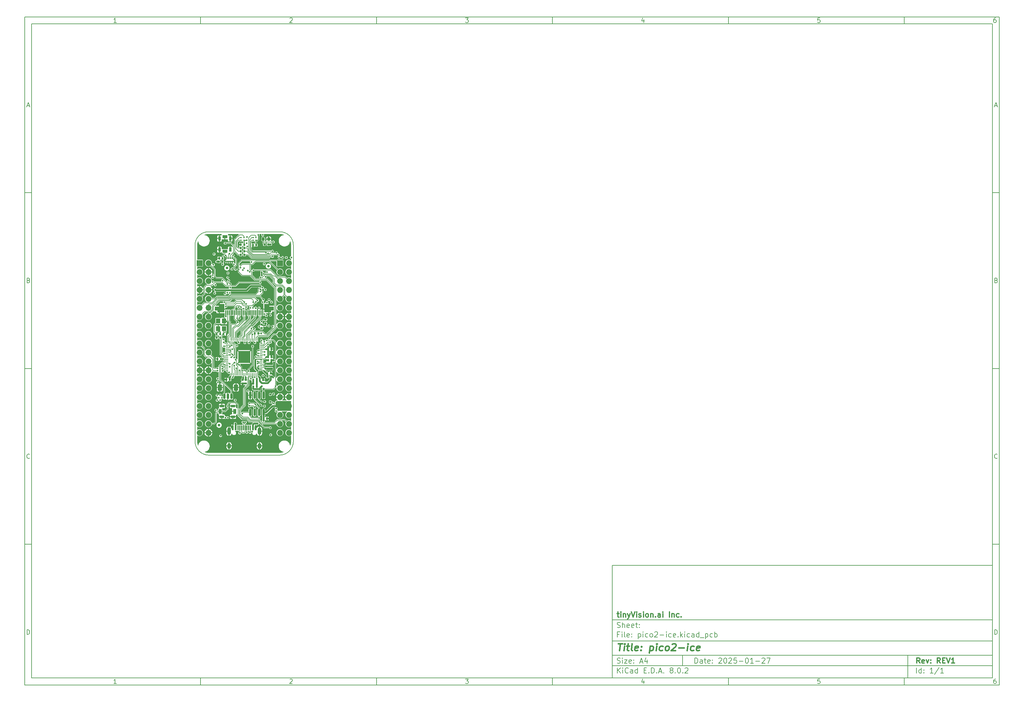
<source format=gbr>
%TF.GenerationSoftware,KiCad,Pcbnew,8.0.2*%
%TF.CreationDate,2025-02-02T23:53:11+05:30*%
%TF.ProjectId,pico2-ice,7069636f-322d-4696-9365-2e6b69636164,REV1*%
%TF.SameCoordinates,Original*%
%TF.FileFunction,Copper,L1,Top*%
%TF.FilePolarity,Positive*%
%FSLAX46Y46*%
G04 Gerber Fmt 4.6, Leading zero omitted, Abs format (unit mm)*
G04 Created by KiCad (PCBNEW 8.0.2) date 2025-02-02 23:53:11*
%MOMM*%
%LPD*%
G01*
G04 APERTURE LIST*
G04 Aperture macros list*
%AMRoundRect*
0 Rectangle with rounded corners*
0 $1 Rounding radius*
0 $2 $3 $4 $5 $6 $7 $8 $9 X,Y pos of 4 corners*
0 Add a 4 corners polygon primitive as box body*
4,1,4,$2,$3,$4,$5,$6,$7,$8,$9,$2,$3,0*
0 Add four circle primitives for the rounded corners*
1,1,$1+$1,$2,$3*
1,1,$1+$1,$4,$5*
1,1,$1+$1,$6,$7*
1,1,$1+$1,$8,$9*
0 Add four rect primitives between the rounded corners*
20,1,$1+$1,$2,$3,$4,$5,0*
20,1,$1+$1,$4,$5,$6,$7,0*
20,1,$1+$1,$6,$7,$8,$9,0*
20,1,$1+$1,$8,$9,$2,$3,0*%
%AMFreePoly0*
4,1,21,1.328536,0.903536,1.330000,0.900000,1.330000,-1.400000,1.328536,-1.403536,1.325000,-1.405000,0.075000,-1.405000,0.071464,-1.403536,0.070000,-1.400000,0.070000,-0.705000,-1.325000,-0.705000,-1.328536,-0.703536,-1.330000,-0.700000,-1.330000,0.400000,-1.328536,0.403536,-1.325000,0.405000,-0.630000,0.405000,-0.630000,0.900000,-0.628536,0.903536,-0.625000,0.905000,1.325000,0.905000,
1.328536,0.903536,1.328536,0.903536,$1*%
%AMFreePoly1*
4,1,21,0.628536,0.903536,0.630000,0.900000,0.630000,0.405000,1.325000,0.405000,1.328536,0.403536,1.330000,0.400000,1.330000,-0.700000,1.328536,-0.703536,1.325000,-0.705000,-0.070000,-0.705000,-0.070000,-1.400000,-0.071464,-1.403536,-0.075000,-1.405000,-1.325000,-1.405000,-1.328536,-1.403536,-1.330000,-1.400000,-1.330000,0.900000,-1.328536,0.903536,-1.325000,0.905000,0.625000,0.905000,
0.628536,0.903536,0.628536,0.903536,$1*%
G04 Aperture macros list end*
%ADD10C,0.100000*%
%ADD11C,0.150000*%
%ADD12C,0.300000*%
%ADD13C,0.400000*%
%TA.AperFunction,SMDPad,CuDef*%
%ADD14RoundRect,0.135000X0.135000X0.185000X-0.135000X0.185000X-0.135000X-0.185000X0.135000X-0.185000X0*%
%TD*%
%TA.AperFunction,SMDPad,CuDef*%
%ADD15RoundRect,0.140000X0.140000X0.170000X-0.140000X0.170000X-0.140000X-0.170000X0.140000X-0.170000X0*%
%TD*%
%TA.AperFunction,SMDPad,CuDef*%
%ADD16R,0.430000X0.430000*%
%TD*%
%TA.AperFunction,SMDPad,CuDef*%
%ADD17RoundRect,0.135000X-0.135000X-0.185000X0.135000X-0.185000X0.135000X0.185000X-0.135000X0.185000X0*%
%TD*%
%TA.AperFunction,SMDPad,CuDef*%
%ADD18RoundRect,0.140000X-0.170000X0.140000X-0.170000X-0.140000X0.170000X-0.140000X0.170000X0.140000X0*%
%TD*%
%TA.AperFunction,SMDPad,CuDef*%
%ADD19RoundRect,0.140000X-0.140000X-0.170000X0.140000X-0.170000X0.140000X0.170000X-0.140000X0.170000X0*%
%TD*%
%TA.AperFunction,SMDPad,CuDef*%
%ADD20RoundRect,0.218750X0.218750X0.256250X-0.218750X0.256250X-0.218750X-0.256250X0.218750X-0.256250X0*%
%TD*%
%TA.AperFunction,SMDPad,CuDef*%
%ADD21R,1.400000X0.950000*%
%TD*%
%TA.AperFunction,SMDPad,CuDef*%
%ADD22R,0.750000X1.150000*%
%TD*%
%TA.AperFunction,SMDPad,CuDef*%
%ADD23RoundRect,0.112500X0.112500X-0.187500X0.112500X0.187500X-0.112500X0.187500X-0.112500X-0.187500X0*%
%TD*%
%TA.AperFunction,SMDPad,CuDef*%
%ADD24R,0.600000X1.450000*%
%TD*%
%TA.AperFunction,SMDPad,CuDef*%
%ADD25R,0.300000X1.450000*%
%TD*%
%TA.AperFunction,ComponentPad*%
%ADD26O,1.000000X2.100000*%
%TD*%
%TA.AperFunction,ComponentPad*%
%ADD27O,1.000000X1.600000*%
%TD*%
%TA.AperFunction,SMDPad,CuDef*%
%ADD28RoundRect,0.150000X-0.150000X-0.625000X0.150000X-0.625000X0.150000X0.625000X-0.150000X0.625000X0*%
%TD*%
%TA.AperFunction,SMDPad,CuDef*%
%ADD29RoundRect,0.250000X-0.350000X-0.650000X0.350000X-0.650000X0.350000X0.650000X-0.350000X0.650000X0*%
%TD*%
%TA.AperFunction,SMDPad,CuDef*%
%ADD30RoundRect,0.150000X-0.150000X0.825000X-0.150000X-0.825000X0.150000X-0.825000X0.150000X0.825000X0*%
%TD*%
%TA.AperFunction,ComponentPad*%
%ADD31R,1.700000X1.700000*%
%TD*%
%TA.AperFunction,ComponentPad*%
%ADD32O,1.700000X1.700000*%
%TD*%
%TA.AperFunction,SMDPad,CuDef*%
%ADD33RoundRect,0.135000X-0.185000X0.135000X-0.185000X-0.135000X0.185000X-0.135000X0.185000X0.135000X0*%
%TD*%
%TA.AperFunction,SMDPad,CuDef*%
%ADD34C,0.750000*%
%TD*%
%TA.AperFunction,SMDPad,CuDef*%
%ADD35R,1.700000X0.700000*%
%TD*%
%TA.AperFunction,SMDPad,CuDef*%
%ADD36R,0.300000X1.400000*%
%TD*%
%TA.AperFunction,SMDPad,CuDef*%
%ADD37FreePoly0,180.000000*%
%TD*%
%TA.AperFunction,SMDPad,CuDef*%
%ADD38FreePoly1,180.000000*%
%TD*%
%TA.AperFunction,SMDPad,CuDef*%
%ADD39R,0.950000X1.400000*%
%TD*%
%TA.AperFunction,SMDPad,CuDef*%
%ADD40R,1.150000X0.750000*%
%TD*%
%TA.AperFunction,SMDPad,CuDef*%
%ADD41R,0.320000X0.500000*%
%TD*%
%TA.AperFunction,SMDPad,CuDef*%
%ADD42R,0.220000X0.780000*%
%TD*%
%TA.AperFunction,SMDPad,CuDef*%
%ADD43R,0.780000X0.220000*%
%TD*%
%TA.AperFunction,HeatsinkPad*%
%ADD44C,0.600000*%
%TD*%
%TA.AperFunction,SMDPad,CuDef*%
%ADD45R,3.400000X3.400000*%
%TD*%
%TA.AperFunction,SMDPad,CuDef*%
%ADD46R,1.200000X1.400000*%
%TD*%
%TA.AperFunction,SMDPad,CuDef*%
%ADD47RoundRect,0.135000X0.185000X-0.135000X0.185000X0.135000X-0.185000X0.135000X-0.185000X-0.135000X0*%
%TD*%
%TA.AperFunction,ViaPad*%
%ADD48C,0.508000*%
%TD*%
%TA.AperFunction,Conductor*%
%ADD49C,0.152400*%
%TD*%
%TA.AperFunction,Conductor*%
%ADD50C,0.254000*%
%TD*%
%TA.AperFunction,Conductor*%
%ADD51C,0.203200*%
%TD*%
%TA.AperFunction,Conductor*%
%ADD52C,0.304800*%
%TD*%
%TA.AperFunction,Conductor*%
%ADD53C,0.508000*%
%TD*%
%TA.AperFunction,Conductor*%
%ADD54C,0.406400*%
%TD*%
%TA.AperFunction,Profile*%
%ADD55C,0.127000*%
%TD*%
G04 APERTURE END LIST*
D10*
D11*
X177002200Y-166007200D02*
X285002200Y-166007200D01*
X285002200Y-198007200D01*
X177002200Y-198007200D01*
X177002200Y-166007200D01*
D10*
D11*
X10000000Y-10000000D02*
X287002200Y-10000000D01*
X287002200Y-200007200D01*
X10000000Y-200007200D01*
X10000000Y-10000000D01*
D10*
D11*
X12000000Y-12000000D02*
X285002200Y-12000000D01*
X285002200Y-198007200D01*
X12000000Y-198007200D01*
X12000000Y-12000000D01*
D10*
D11*
X60000000Y-12000000D02*
X60000000Y-10000000D01*
D10*
D11*
X110000000Y-12000000D02*
X110000000Y-10000000D01*
D10*
D11*
X160000000Y-12000000D02*
X160000000Y-10000000D01*
D10*
D11*
X210000000Y-12000000D02*
X210000000Y-10000000D01*
D10*
D11*
X260000000Y-12000000D02*
X260000000Y-10000000D01*
D10*
D11*
X36089160Y-11593604D02*
X35346303Y-11593604D01*
X35717731Y-11593604D02*
X35717731Y-10293604D01*
X35717731Y-10293604D02*
X35593922Y-10479319D01*
X35593922Y-10479319D02*
X35470112Y-10603128D01*
X35470112Y-10603128D02*
X35346303Y-10665033D01*
D10*
D11*
X85346303Y-10417414D02*
X85408207Y-10355509D01*
X85408207Y-10355509D02*
X85532017Y-10293604D01*
X85532017Y-10293604D02*
X85841541Y-10293604D01*
X85841541Y-10293604D02*
X85965350Y-10355509D01*
X85965350Y-10355509D02*
X86027255Y-10417414D01*
X86027255Y-10417414D02*
X86089160Y-10541223D01*
X86089160Y-10541223D02*
X86089160Y-10665033D01*
X86089160Y-10665033D02*
X86027255Y-10850747D01*
X86027255Y-10850747D02*
X85284398Y-11593604D01*
X85284398Y-11593604D02*
X86089160Y-11593604D01*
D10*
D11*
X135284398Y-10293604D02*
X136089160Y-10293604D01*
X136089160Y-10293604D02*
X135655826Y-10788842D01*
X135655826Y-10788842D02*
X135841541Y-10788842D01*
X135841541Y-10788842D02*
X135965350Y-10850747D01*
X135965350Y-10850747D02*
X136027255Y-10912652D01*
X136027255Y-10912652D02*
X136089160Y-11036461D01*
X136089160Y-11036461D02*
X136089160Y-11345985D01*
X136089160Y-11345985D02*
X136027255Y-11469795D01*
X136027255Y-11469795D02*
X135965350Y-11531700D01*
X135965350Y-11531700D02*
X135841541Y-11593604D01*
X135841541Y-11593604D02*
X135470112Y-11593604D01*
X135470112Y-11593604D02*
X135346303Y-11531700D01*
X135346303Y-11531700D02*
X135284398Y-11469795D01*
D10*
D11*
X185965350Y-10726938D02*
X185965350Y-11593604D01*
X185655826Y-10231700D02*
X185346303Y-11160271D01*
X185346303Y-11160271D02*
X186151064Y-11160271D01*
D10*
D11*
X236027255Y-10293604D02*
X235408207Y-10293604D01*
X235408207Y-10293604D02*
X235346303Y-10912652D01*
X235346303Y-10912652D02*
X235408207Y-10850747D01*
X235408207Y-10850747D02*
X235532017Y-10788842D01*
X235532017Y-10788842D02*
X235841541Y-10788842D01*
X235841541Y-10788842D02*
X235965350Y-10850747D01*
X235965350Y-10850747D02*
X236027255Y-10912652D01*
X236027255Y-10912652D02*
X236089160Y-11036461D01*
X236089160Y-11036461D02*
X236089160Y-11345985D01*
X236089160Y-11345985D02*
X236027255Y-11469795D01*
X236027255Y-11469795D02*
X235965350Y-11531700D01*
X235965350Y-11531700D02*
X235841541Y-11593604D01*
X235841541Y-11593604D02*
X235532017Y-11593604D01*
X235532017Y-11593604D02*
X235408207Y-11531700D01*
X235408207Y-11531700D02*
X235346303Y-11469795D01*
D10*
D11*
X285965350Y-10293604D02*
X285717731Y-10293604D01*
X285717731Y-10293604D02*
X285593922Y-10355509D01*
X285593922Y-10355509D02*
X285532017Y-10417414D01*
X285532017Y-10417414D02*
X285408207Y-10603128D01*
X285408207Y-10603128D02*
X285346303Y-10850747D01*
X285346303Y-10850747D02*
X285346303Y-11345985D01*
X285346303Y-11345985D02*
X285408207Y-11469795D01*
X285408207Y-11469795D02*
X285470112Y-11531700D01*
X285470112Y-11531700D02*
X285593922Y-11593604D01*
X285593922Y-11593604D02*
X285841541Y-11593604D01*
X285841541Y-11593604D02*
X285965350Y-11531700D01*
X285965350Y-11531700D02*
X286027255Y-11469795D01*
X286027255Y-11469795D02*
X286089160Y-11345985D01*
X286089160Y-11345985D02*
X286089160Y-11036461D01*
X286089160Y-11036461D02*
X286027255Y-10912652D01*
X286027255Y-10912652D02*
X285965350Y-10850747D01*
X285965350Y-10850747D02*
X285841541Y-10788842D01*
X285841541Y-10788842D02*
X285593922Y-10788842D01*
X285593922Y-10788842D02*
X285470112Y-10850747D01*
X285470112Y-10850747D02*
X285408207Y-10912652D01*
X285408207Y-10912652D02*
X285346303Y-11036461D01*
D10*
D11*
X60000000Y-198007200D02*
X60000000Y-200007200D01*
D10*
D11*
X110000000Y-198007200D02*
X110000000Y-200007200D01*
D10*
D11*
X160000000Y-198007200D02*
X160000000Y-200007200D01*
D10*
D11*
X210000000Y-198007200D02*
X210000000Y-200007200D01*
D10*
D11*
X260000000Y-198007200D02*
X260000000Y-200007200D01*
D10*
D11*
X36089160Y-199600804D02*
X35346303Y-199600804D01*
X35717731Y-199600804D02*
X35717731Y-198300804D01*
X35717731Y-198300804D02*
X35593922Y-198486519D01*
X35593922Y-198486519D02*
X35470112Y-198610328D01*
X35470112Y-198610328D02*
X35346303Y-198672233D01*
D10*
D11*
X85346303Y-198424614D02*
X85408207Y-198362709D01*
X85408207Y-198362709D02*
X85532017Y-198300804D01*
X85532017Y-198300804D02*
X85841541Y-198300804D01*
X85841541Y-198300804D02*
X85965350Y-198362709D01*
X85965350Y-198362709D02*
X86027255Y-198424614D01*
X86027255Y-198424614D02*
X86089160Y-198548423D01*
X86089160Y-198548423D02*
X86089160Y-198672233D01*
X86089160Y-198672233D02*
X86027255Y-198857947D01*
X86027255Y-198857947D02*
X85284398Y-199600804D01*
X85284398Y-199600804D02*
X86089160Y-199600804D01*
D10*
D11*
X135284398Y-198300804D02*
X136089160Y-198300804D01*
X136089160Y-198300804D02*
X135655826Y-198796042D01*
X135655826Y-198796042D02*
X135841541Y-198796042D01*
X135841541Y-198796042D02*
X135965350Y-198857947D01*
X135965350Y-198857947D02*
X136027255Y-198919852D01*
X136027255Y-198919852D02*
X136089160Y-199043661D01*
X136089160Y-199043661D02*
X136089160Y-199353185D01*
X136089160Y-199353185D02*
X136027255Y-199476995D01*
X136027255Y-199476995D02*
X135965350Y-199538900D01*
X135965350Y-199538900D02*
X135841541Y-199600804D01*
X135841541Y-199600804D02*
X135470112Y-199600804D01*
X135470112Y-199600804D02*
X135346303Y-199538900D01*
X135346303Y-199538900D02*
X135284398Y-199476995D01*
D10*
D11*
X185965350Y-198734138D02*
X185965350Y-199600804D01*
X185655826Y-198238900D02*
X185346303Y-199167471D01*
X185346303Y-199167471D02*
X186151064Y-199167471D01*
D10*
D11*
X236027255Y-198300804D02*
X235408207Y-198300804D01*
X235408207Y-198300804D02*
X235346303Y-198919852D01*
X235346303Y-198919852D02*
X235408207Y-198857947D01*
X235408207Y-198857947D02*
X235532017Y-198796042D01*
X235532017Y-198796042D02*
X235841541Y-198796042D01*
X235841541Y-198796042D02*
X235965350Y-198857947D01*
X235965350Y-198857947D02*
X236027255Y-198919852D01*
X236027255Y-198919852D02*
X236089160Y-199043661D01*
X236089160Y-199043661D02*
X236089160Y-199353185D01*
X236089160Y-199353185D02*
X236027255Y-199476995D01*
X236027255Y-199476995D02*
X235965350Y-199538900D01*
X235965350Y-199538900D02*
X235841541Y-199600804D01*
X235841541Y-199600804D02*
X235532017Y-199600804D01*
X235532017Y-199600804D02*
X235408207Y-199538900D01*
X235408207Y-199538900D02*
X235346303Y-199476995D01*
D10*
D11*
X285965350Y-198300804D02*
X285717731Y-198300804D01*
X285717731Y-198300804D02*
X285593922Y-198362709D01*
X285593922Y-198362709D02*
X285532017Y-198424614D01*
X285532017Y-198424614D02*
X285408207Y-198610328D01*
X285408207Y-198610328D02*
X285346303Y-198857947D01*
X285346303Y-198857947D02*
X285346303Y-199353185D01*
X285346303Y-199353185D02*
X285408207Y-199476995D01*
X285408207Y-199476995D02*
X285470112Y-199538900D01*
X285470112Y-199538900D02*
X285593922Y-199600804D01*
X285593922Y-199600804D02*
X285841541Y-199600804D01*
X285841541Y-199600804D02*
X285965350Y-199538900D01*
X285965350Y-199538900D02*
X286027255Y-199476995D01*
X286027255Y-199476995D02*
X286089160Y-199353185D01*
X286089160Y-199353185D02*
X286089160Y-199043661D01*
X286089160Y-199043661D02*
X286027255Y-198919852D01*
X286027255Y-198919852D02*
X285965350Y-198857947D01*
X285965350Y-198857947D02*
X285841541Y-198796042D01*
X285841541Y-198796042D02*
X285593922Y-198796042D01*
X285593922Y-198796042D02*
X285470112Y-198857947D01*
X285470112Y-198857947D02*
X285408207Y-198919852D01*
X285408207Y-198919852D02*
X285346303Y-199043661D01*
D10*
D11*
X10000000Y-60000000D02*
X12000000Y-60000000D01*
D10*
D11*
X10000000Y-110000000D02*
X12000000Y-110000000D01*
D10*
D11*
X10000000Y-160000000D02*
X12000000Y-160000000D01*
D10*
D11*
X10690476Y-35222176D02*
X11309523Y-35222176D01*
X10566666Y-35593604D02*
X10999999Y-34293604D01*
X10999999Y-34293604D02*
X11433333Y-35593604D01*
D10*
D11*
X11092857Y-84912652D02*
X11278571Y-84974557D01*
X11278571Y-84974557D02*
X11340476Y-85036461D01*
X11340476Y-85036461D02*
X11402380Y-85160271D01*
X11402380Y-85160271D02*
X11402380Y-85345985D01*
X11402380Y-85345985D02*
X11340476Y-85469795D01*
X11340476Y-85469795D02*
X11278571Y-85531700D01*
X11278571Y-85531700D02*
X11154761Y-85593604D01*
X11154761Y-85593604D02*
X10659523Y-85593604D01*
X10659523Y-85593604D02*
X10659523Y-84293604D01*
X10659523Y-84293604D02*
X11092857Y-84293604D01*
X11092857Y-84293604D02*
X11216666Y-84355509D01*
X11216666Y-84355509D02*
X11278571Y-84417414D01*
X11278571Y-84417414D02*
X11340476Y-84541223D01*
X11340476Y-84541223D02*
X11340476Y-84665033D01*
X11340476Y-84665033D02*
X11278571Y-84788842D01*
X11278571Y-84788842D02*
X11216666Y-84850747D01*
X11216666Y-84850747D02*
X11092857Y-84912652D01*
X11092857Y-84912652D02*
X10659523Y-84912652D01*
D10*
D11*
X11402380Y-135469795D02*
X11340476Y-135531700D01*
X11340476Y-135531700D02*
X11154761Y-135593604D01*
X11154761Y-135593604D02*
X11030952Y-135593604D01*
X11030952Y-135593604D02*
X10845238Y-135531700D01*
X10845238Y-135531700D02*
X10721428Y-135407890D01*
X10721428Y-135407890D02*
X10659523Y-135284080D01*
X10659523Y-135284080D02*
X10597619Y-135036461D01*
X10597619Y-135036461D02*
X10597619Y-134850747D01*
X10597619Y-134850747D02*
X10659523Y-134603128D01*
X10659523Y-134603128D02*
X10721428Y-134479319D01*
X10721428Y-134479319D02*
X10845238Y-134355509D01*
X10845238Y-134355509D02*
X11030952Y-134293604D01*
X11030952Y-134293604D02*
X11154761Y-134293604D01*
X11154761Y-134293604D02*
X11340476Y-134355509D01*
X11340476Y-134355509D02*
X11402380Y-134417414D01*
D10*
D11*
X10659523Y-185593604D02*
X10659523Y-184293604D01*
X10659523Y-184293604D02*
X10969047Y-184293604D01*
X10969047Y-184293604D02*
X11154761Y-184355509D01*
X11154761Y-184355509D02*
X11278571Y-184479319D01*
X11278571Y-184479319D02*
X11340476Y-184603128D01*
X11340476Y-184603128D02*
X11402380Y-184850747D01*
X11402380Y-184850747D02*
X11402380Y-185036461D01*
X11402380Y-185036461D02*
X11340476Y-185284080D01*
X11340476Y-185284080D02*
X11278571Y-185407890D01*
X11278571Y-185407890D02*
X11154761Y-185531700D01*
X11154761Y-185531700D02*
X10969047Y-185593604D01*
X10969047Y-185593604D02*
X10659523Y-185593604D01*
D10*
D11*
X287002200Y-60000000D02*
X285002200Y-60000000D01*
D10*
D11*
X287002200Y-110000000D02*
X285002200Y-110000000D01*
D10*
D11*
X287002200Y-160000000D02*
X285002200Y-160000000D01*
D10*
D11*
X285692676Y-35222176D02*
X286311723Y-35222176D01*
X285568866Y-35593604D02*
X286002199Y-34293604D01*
X286002199Y-34293604D02*
X286435533Y-35593604D01*
D10*
D11*
X286095057Y-84912652D02*
X286280771Y-84974557D01*
X286280771Y-84974557D02*
X286342676Y-85036461D01*
X286342676Y-85036461D02*
X286404580Y-85160271D01*
X286404580Y-85160271D02*
X286404580Y-85345985D01*
X286404580Y-85345985D02*
X286342676Y-85469795D01*
X286342676Y-85469795D02*
X286280771Y-85531700D01*
X286280771Y-85531700D02*
X286156961Y-85593604D01*
X286156961Y-85593604D02*
X285661723Y-85593604D01*
X285661723Y-85593604D02*
X285661723Y-84293604D01*
X285661723Y-84293604D02*
X286095057Y-84293604D01*
X286095057Y-84293604D02*
X286218866Y-84355509D01*
X286218866Y-84355509D02*
X286280771Y-84417414D01*
X286280771Y-84417414D02*
X286342676Y-84541223D01*
X286342676Y-84541223D02*
X286342676Y-84665033D01*
X286342676Y-84665033D02*
X286280771Y-84788842D01*
X286280771Y-84788842D02*
X286218866Y-84850747D01*
X286218866Y-84850747D02*
X286095057Y-84912652D01*
X286095057Y-84912652D02*
X285661723Y-84912652D01*
D10*
D11*
X286404580Y-135469795D02*
X286342676Y-135531700D01*
X286342676Y-135531700D02*
X286156961Y-135593604D01*
X286156961Y-135593604D02*
X286033152Y-135593604D01*
X286033152Y-135593604D02*
X285847438Y-135531700D01*
X285847438Y-135531700D02*
X285723628Y-135407890D01*
X285723628Y-135407890D02*
X285661723Y-135284080D01*
X285661723Y-135284080D02*
X285599819Y-135036461D01*
X285599819Y-135036461D02*
X285599819Y-134850747D01*
X285599819Y-134850747D02*
X285661723Y-134603128D01*
X285661723Y-134603128D02*
X285723628Y-134479319D01*
X285723628Y-134479319D02*
X285847438Y-134355509D01*
X285847438Y-134355509D02*
X286033152Y-134293604D01*
X286033152Y-134293604D02*
X286156961Y-134293604D01*
X286156961Y-134293604D02*
X286342676Y-134355509D01*
X286342676Y-134355509D02*
X286404580Y-134417414D01*
D10*
D11*
X285661723Y-185593604D02*
X285661723Y-184293604D01*
X285661723Y-184293604D02*
X285971247Y-184293604D01*
X285971247Y-184293604D02*
X286156961Y-184355509D01*
X286156961Y-184355509D02*
X286280771Y-184479319D01*
X286280771Y-184479319D02*
X286342676Y-184603128D01*
X286342676Y-184603128D02*
X286404580Y-184850747D01*
X286404580Y-184850747D02*
X286404580Y-185036461D01*
X286404580Y-185036461D02*
X286342676Y-185284080D01*
X286342676Y-185284080D02*
X286280771Y-185407890D01*
X286280771Y-185407890D02*
X286156961Y-185531700D01*
X286156961Y-185531700D02*
X285971247Y-185593604D01*
X285971247Y-185593604D02*
X285661723Y-185593604D01*
D10*
D11*
X200458026Y-193793328D02*
X200458026Y-192293328D01*
X200458026Y-192293328D02*
X200815169Y-192293328D01*
X200815169Y-192293328D02*
X201029455Y-192364757D01*
X201029455Y-192364757D02*
X201172312Y-192507614D01*
X201172312Y-192507614D02*
X201243741Y-192650471D01*
X201243741Y-192650471D02*
X201315169Y-192936185D01*
X201315169Y-192936185D02*
X201315169Y-193150471D01*
X201315169Y-193150471D02*
X201243741Y-193436185D01*
X201243741Y-193436185D02*
X201172312Y-193579042D01*
X201172312Y-193579042D02*
X201029455Y-193721900D01*
X201029455Y-193721900D02*
X200815169Y-193793328D01*
X200815169Y-193793328D02*
X200458026Y-193793328D01*
X202600884Y-193793328D02*
X202600884Y-193007614D01*
X202600884Y-193007614D02*
X202529455Y-192864757D01*
X202529455Y-192864757D02*
X202386598Y-192793328D01*
X202386598Y-192793328D02*
X202100884Y-192793328D01*
X202100884Y-192793328D02*
X201958026Y-192864757D01*
X202600884Y-193721900D02*
X202458026Y-193793328D01*
X202458026Y-193793328D02*
X202100884Y-193793328D01*
X202100884Y-193793328D02*
X201958026Y-193721900D01*
X201958026Y-193721900D02*
X201886598Y-193579042D01*
X201886598Y-193579042D02*
X201886598Y-193436185D01*
X201886598Y-193436185D02*
X201958026Y-193293328D01*
X201958026Y-193293328D02*
X202100884Y-193221900D01*
X202100884Y-193221900D02*
X202458026Y-193221900D01*
X202458026Y-193221900D02*
X202600884Y-193150471D01*
X203100884Y-192793328D02*
X203672312Y-192793328D01*
X203315169Y-192293328D02*
X203315169Y-193579042D01*
X203315169Y-193579042D02*
X203386598Y-193721900D01*
X203386598Y-193721900D02*
X203529455Y-193793328D01*
X203529455Y-193793328D02*
X203672312Y-193793328D01*
X204743741Y-193721900D02*
X204600884Y-193793328D01*
X204600884Y-193793328D02*
X204315170Y-193793328D01*
X204315170Y-193793328D02*
X204172312Y-193721900D01*
X204172312Y-193721900D02*
X204100884Y-193579042D01*
X204100884Y-193579042D02*
X204100884Y-193007614D01*
X204100884Y-193007614D02*
X204172312Y-192864757D01*
X204172312Y-192864757D02*
X204315170Y-192793328D01*
X204315170Y-192793328D02*
X204600884Y-192793328D01*
X204600884Y-192793328D02*
X204743741Y-192864757D01*
X204743741Y-192864757D02*
X204815170Y-193007614D01*
X204815170Y-193007614D02*
X204815170Y-193150471D01*
X204815170Y-193150471D02*
X204100884Y-193293328D01*
X205458026Y-193650471D02*
X205529455Y-193721900D01*
X205529455Y-193721900D02*
X205458026Y-193793328D01*
X205458026Y-193793328D02*
X205386598Y-193721900D01*
X205386598Y-193721900D02*
X205458026Y-193650471D01*
X205458026Y-193650471D02*
X205458026Y-193793328D01*
X205458026Y-192864757D02*
X205529455Y-192936185D01*
X205529455Y-192936185D02*
X205458026Y-193007614D01*
X205458026Y-193007614D02*
X205386598Y-192936185D01*
X205386598Y-192936185D02*
X205458026Y-192864757D01*
X205458026Y-192864757D02*
X205458026Y-193007614D01*
X207243741Y-192436185D02*
X207315169Y-192364757D01*
X207315169Y-192364757D02*
X207458027Y-192293328D01*
X207458027Y-192293328D02*
X207815169Y-192293328D01*
X207815169Y-192293328D02*
X207958027Y-192364757D01*
X207958027Y-192364757D02*
X208029455Y-192436185D01*
X208029455Y-192436185D02*
X208100884Y-192579042D01*
X208100884Y-192579042D02*
X208100884Y-192721900D01*
X208100884Y-192721900D02*
X208029455Y-192936185D01*
X208029455Y-192936185D02*
X207172312Y-193793328D01*
X207172312Y-193793328D02*
X208100884Y-193793328D01*
X209029455Y-192293328D02*
X209172312Y-192293328D01*
X209172312Y-192293328D02*
X209315169Y-192364757D01*
X209315169Y-192364757D02*
X209386598Y-192436185D01*
X209386598Y-192436185D02*
X209458026Y-192579042D01*
X209458026Y-192579042D02*
X209529455Y-192864757D01*
X209529455Y-192864757D02*
X209529455Y-193221900D01*
X209529455Y-193221900D02*
X209458026Y-193507614D01*
X209458026Y-193507614D02*
X209386598Y-193650471D01*
X209386598Y-193650471D02*
X209315169Y-193721900D01*
X209315169Y-193721900D02*
X209172312Y-193793328D01*
X209172312Y-193793328D02*
X209029455Y-193793328D01*
X209029455Y-193793328D02*
X208886598Y-193721900D01*
X208886598Y-193721900D02*
X208815169Y-193650471D01*
X208815169Y-193650471D02*
X208743740Y-193507614D01*
X208743740Y-193507614D02*
X208672312Y-193221900D01*
X208672312Y-193221900D02*
X208672312Y-192864757D01*
X208672312Y-192864757D02*
X208743740Y-192579042D01*
X208743740Y-192579042D02*
X208815169Y-192436185D01*
X208815169Y-192436185D02*
X208886598Y-192364757D01*
X208886598Y-192364757D02*
X209029455Y-192293328D01*
X210100883Y-192436185D02*
X210172311Y-192364757D01*
X210172311Y-192364757D02*
X210315169Y-192293328D01*
X210315169Y-192293328D02*
X210672311Y-192293328D01*
X210672311Y-192293328D02*
X210815169Y-192364757D01*
X210815169Y-192364757D02*
X210886597Y-192436185D01*
X210886597Y-192436185D02*
X210958026Y-192579042D01*
X210958026Y-192579042D02*
X210958026Y-192721900D01*
X210958026Y-192721900D02*
X210886597Y-192936185D01*
X210886597Y-192936185D02*
X210029454Y-193793328D01*
X210029454Y-193793328D02*
X210958026Y-193793328D01*
X212315168Y-192293328D02*
X211600882Y-192293328D01*
X211600882Y-192293328D02*
X211529454Y-193007614D01*
X211529454Y-193007614D02*
X211600882Y-192936185D01*
X211600882Y-192936185D02*
X211743740Y-192864757D01*
X211743740Y-192864757D02*
X212100882Y-192864757D01*
X212100882Y-192864757D02*
X212243740Y-192936185D01*
X212243740Y-192936185D02*
X212315168Y-193007614D01*
X212315168Y-193007614D02*
X212386597Y-193150471D01*
X212386597Y-193150471D02*
X212386597Y-193507614D01*
X212386597Y-193507614D02*
X212315168Y-193650471D01*
X212315168Y-193650471D02*
X212243740Y-193721900D01*
X212243740Y-193721900D02*
X212100882Y-193793328D01*
X212100882Y-193793328D02*
X211743740Y-193793328D01*
X211743740Y-193793328D02*
X211600882Y-193721900D01*
X211600882Y-193721900D02*
X211529454Y-193650471D01*
X213029453Y-193221900D02*
X214172311Y-193221900D01*
X215172311Y-192293328D02*
X215315168Y-192293328D01*
X215315168Y-192293328D02*
X215458025Y-192364757D01*
X215458025Y-192364757D02*
X215529454Y-192436185D01*
X215529454Y-192436185D02*
X215600882Y-192579042D01*
X215600882Y-192579042D02*
X215672311Y-192864757D01*
X215672311Y-192864757D02*
X215672311Y-193221900D01*
X215672311Y-193221900D02*
X215600882Y-193507614D01*
X215600882Y-193507614D02*
X215529454Y-193650471D01*
X215529454Y-193650471D02*
X215458025Y-193721900D01*
X215458025Y-193721900D02*
X215315168Y-193793328D01*
X215315168Y-193793328D02*
X215172311Y-193793328D01*
X215172311Y-193793328D02*
X215029454Y-193721900D01*
X215029454Y-193721900D02*
X214958025Y-193650471D01*
X214958025Y-193650471D02*
X214886596Y-193507614D01*
X214886596Y-193507614D02*
X214815168Y-193221900D01*
X214815168Y-193221900D02*
X214815168Y-192864757D01*
X214815168Y-192864757D02*
X214886596Y-192579042D01*
X214886596Y-192579042D02*
X214958025Y-192436185D01*
X214958025Y-192436185D02*
X215029454Y-192364757D01*
X215029454Y-192364757D02*
X215172311Y-192293328D01*
X217100882Y-193793328D02*
X216243739Y-193793328D01*
X216672310Y-193793328D02*
X216672310Y-192293328D01*
X216672310Y-192293328D02*
X216529453Y-192507614D01*
X216529453Y-192507614D02*
X216386596Y-192650471D01*
X216386596Y-192650471D02*
X216243739Y-192721900D01*
X217743738Y-193221900D02*
X218886596Y-193221900D01*
X219529453Y-192436185D02*
X219600881Y-192364757D01*
X219600881Y-192364757D02*
X219743739Y-192293328D01*
X219743739Y-192293328D02*
X220100881Y-192293328D01*
X220100881Y-192293328D02*
X220243739Y-192364757D01*
X220243739Y-192364757D02*
X220315167Y-192436185D01*
X220315167Y-192436185D02*
X220386596Y-192579042D01*
X220386596Y-192579042D02*
X220386596Y-192721900D01*
X220386596Y-192721900D02*
X220315167Y-192936185D01*
X220315167Y-192936185D02*
X219458024Y-193793328D01*
X219458024Y-193793328D02*
X220386596Y-193793328D01*
X220886595Y-192293328D02*
X221886595Y-192293328D01*
X221886595Y-192293328D02*
X221243738Y-193793328D01*
D10*
D11*
X177002200Y-194507200D02*
X285002200Y-194507200D01*
D10*
D11*
X178458026Y-196593328D02*
X178458026Y-195093328D01*
X179315169Y-196593328D02*
X178672312Y-195736185D01*
X179315169Y-195093328D02*
X178458026Y-195950471D01*
X179958026Y-196593328D02*
X179958026Y-195593328D01*
X179958026Y-195093328D02*
X179886598Y-195164757D01*
X179886598Y-195164757D02*
X179958026Y-195236185D01*
X179958026Y-195236185D02*
X180029455Y-195164757D01*
X180029455Y-195164757D02*
X179958026Y-195093328D01*
X179958026Y-195093328D02*
X179958026Y-195236185D01*
X181529455Y-196450471D02*
X181458027Y-196521900D01*
X181458027Y-196521900D02*
X181243741Y-196593328D01*
X181243741Y-196593328D02*
X181100884Y-196593328D01*
X181100884Y-196593328D02*
X180886598Y-196521900D01*
X180886598Y-196521900D02*
X180743741Y-196379042D01*
X180743741Y-196379042D02*
X180672312Y-196236185D01*
X180672312Y-196236185D02*
X180600884Y-195950471D01*
X180600884Y-195950471D02*
X180600884Y-195736185D01*
X180600884Y-195736185D02*
X180672312Y-195450471D01*
X180672312Y-195450471D02*
X180743741Y-195307614D01*
X180743741Y-195307614D02*
X180886598Y-195164757D01*
X180886598Y-195164757D02*
X181100884Y-195093328D01*
X181100884Y-195093328D02*
X181243741Y-195093328D01*
X181243741Y-195093328D02*
X181458027Y-195164757D01*
X181458027Y-195164757D02*
X181529455Y-195236185D01*
X182815170Y-196593328D02*
X182815170Y-195807614D01*
X182815170Y-195807614D02*
X182743741Y-195664757D01*
X182743741Y-195664757D02*
X182600884Y-195593328D01*
X182600884Y-195593328D02*
X182315170Y-195593328D01*
X182315170Y-195593328D02*
X182172312Y-195664757D01*
X182815170Y-196521900D02*
X182672312Y-196593328D01*
X182672312Y-196593328D02*
X182315170Y-196593328D01*
X182315170Y-196593328D02*
X182172312Y-196521900D01*
X182172312Y-196521900D02*
X182100884Y-196379042D01*
X182100884Y-196379042D02*
X182100884Y-196236185D01*
X182100884Y-196236185D02*
X182172312Y-196093328D01*
X182172312Y-196093328D02*
X182315170Y-196021900D01*
X182315170Y-196021900D02*
X182672312Y-196021900D01*
X182672312Y-196021900D02*
X182815170Y-195950471D01*
X184172313Y-196593328D02*
X184172313Y-195093328D01*
X184172313Y-196521900D02*
X184029455Y-196593328D01*
X184029455Y-196593328D02*
X183743741Y-196593328D01*
X183743741Y-196593328D02*
X183600884Y-196521900D01*
X183600884Y-196521900D02*
X183529455Y-196450471D01*
X183529455Y-196450471D02*
X183458027Y-196307614D01*
X183458027Y-196307614D02*
X183458027Y-195879042D01*
X183458027Y-195879042D02*
X183529455Y-195736185D01*
X183529455Y-195736185D02*
X183600884Y-195664757D01*
X183600884Y-195664757D02*
X183743741Y-195593328D01*
X183743741Y-195593328D02*
X184029455Y-195593328D01*
X184029455Y-195593328D02*
X184172313Y-195664757D01*
X186029455Y-195807614D02*
X186529455Y-195807614D01*
X186743741Y-196593328D02*
X186029455Y-196593328D01*
X186029455Y-196593328D02*
X186029455Y-195093328D01*
X186029455Y-195093328D02*
X186743741Y-195093328D01*
X187386598Y-196450471D02*
X187458027Y-196521900D01*
X187458027Y-196521900D02*
X187386598Y-196593328D01*
X187386598Y-196593328D02*
X187315170Y-196521900D01*
X187315170Y-196521900D02*
X187386598Y-196450471D01*
X187386598Y-196450471D02*
X187386598Y-196593328D01*
X188100884Y-196593328D02*
X188100884Y-195093328D01*
X188100884Y-195093328D02*
X188458027Y-195093328D01*
X188458027Y-195093328D02*
X188672313Y-195164757D01*
X188672313Y-195164757D02*
X188815170Y-195307614D01*
X188815170Y-195307614D02*
X188886599Y-195450471D01*
X188886599Y-195450471D02*
X188958027Y-195736185D01*
X188958027Y-195736185D02*
X188958027Y-195950471D01*
X188958027Y-195950471D02*
X188886599Y-196236185D01*
X188886599Y-196236185D02*
X188815170Y-196379042D01*
X188815170Y-196379042D02*
X188672313Y-196521900D01*
X188672313Y-196521900D02*
X188458027Y-196593328D01*
X188458027Y-196593328D02*
X188100884Y-196593328D01*
X189600884Y-196450471D02*
X189672313Y-196521900D01*
X189672313Y-196521900D02*
X189600884Y-196593328D01*
X189600884Y-196593328D02*
X189529456Y-196521900D01*
X189529456Y-196521900D02*
X189600884Y-196450471D01*
X189600884Y-196450471D02*
X189600884Y-196593328D01*
X190243742Y-196164757D02*
X190958028Y-196164757D01*
X190100885Y-196593328D02*
X190600885Y-195093328D01*
X190600885Y-195093328D02*
X191100885Y-196593328D01*
X191600884Y-196450471D02*
X191672313Y-196521900D01*
X191672313Y-196521900D02*
X191600884Y-196593328D01*
X191600884Y-196593328D02*
X191529456Y-196521900D01*
X191529456Y-196521900D02*
X191600884Y-196450471D01*
X191600884Y-196450471D02*
X191600884Y-196593328D01*
X193672313Y-195736185D02*
X193529456Y-195664757D01*
X193529456Y-195664757D02*
X193458027Y-195593328D01*
X193458027Y-195593328D02*
X193386599Y-195450471D01*
X193386599Y-195450471D02*
X193386599Y-195379042D01*
X193386599Y-195379042D02*
X193458027Y-195236185D01*
X193458027Y-195236185D02*
X193529456Y-195164757D01*
X193529456Y-195164757D02*
X193672313Y-195093328D01*
X193672313Y-195093328D02*
X193958027Y-195093328D01*
X193958027Y-195093328D02*
X194100885Y-195164757D01*
X194100885Y-195164757D02*
X194172313Y-195236185D01*
X194172313Y-195236185D02*
X194243742Y-195379042D01*
X194243742Y-195379042D02*
X194243742Y-195450471D01*
X194243742Y-195450471D02*
X194172313Y-195593328D01*
X194172313Y-195593328D02*
X194100885Y-195664757D01*
X194100885Y-195664757D02*
X193958027Y-195736185D01*
X193958027Y-195736185D02*
X193672313Y-195736185D01*
X193672313Y-195736185D02*
X193529456Y-195807614D01*
X193529456Y-195807614D02*
X193458027Y-195879042D01*
X193458027Y-195879042D02*
X193386599Y-196021900D01*
X193386599Y-196021900D02*
X193386599Y-196307614D01*
X193386599Y-196307614D02*
X193458027Y-196450471D01*
X193458027Y-196450471D02*
X193529456Y-196521900D01*
X193529456Y-196521900D02*
X193672313Y-196593328D01*
X193672313Y-196593328D02*
X193958027Y-196593328D01*
X193958027Y-196593328D02*
X194100885Y-196521900D01*
X194100885Y-196521900D02*
X194172313Y-196450471D01*
X194172313Y-196450471D02*
X194243742Y-196307614D01*
X194243742Y-196307614D02*
X194243742Y-196021900D01*
X194243742Y-196021900D02*
X194172313Y-195879042D01*
X194172313Y-195879042D02*
X194100885Y-195807614D01*
X194100885Y-195807614D02*
X193958027Y-195736185D01*
X194886598Y-196450471D02*
X194958027Y-196521900D01*
X194958027Y-196521900D02*
X194886598Y-196593328D01*
X194886598Y-196593328D02*
X194815170Y-196521900D01*
X194815170Y-196521900D02*
X194886598Y-196450471D01*
X194886598Y-196450471D02*
X194886598Y-196593328D01*
X195886599Y-195093328D02*
X196029456Y-195093328D01*
X196029456Y-195093328D02*
X196172313Y-195164757D01*
X196172313Y-195164757D02*
X196243742Y-195236185D01*
X196243742Y-195236185D02*
X196315170Y-195379042D01*
X196315170Y-195379042D02*
X196386599Y-195664757D01*
X196386599Y-195664757D02*
X196386599Y-196021900D01*
X196386599Y-196021900D02*
X196315170Y-196307614D01*
X196315170Y-196307614D02*
X196243742Y-196450471D01*
X196243742Y-196450471D02*
X196172313Y-196521900D01*
X196172313Y-196521900D02*
X196029456Y-196593328D01*
X196029456Y-196593328D02*
X195886599Y-196593328D01*
X195886599Y-196593328D02*
X195743742Y-196521900D01*
X195743742Y-196521900D02*
X195672313Y-196450471D01*
X195672313Y-196450471D02*
X195600884Y-196307614D01*
X195600884Y-196307614D02*
X195529456Y-196021900D01*
X195529456Y-196021900D02*
X195529456Y-195664757D01*
X195529456Y-195664757D02*
X195600884Y-195379042D01*
X195600884Y-195379042D02*
X195672313Y-195236185D01*
X195672313Y-195236185D02*
X195743742Y-195164757D01*
X195743742Y-195164757D02*
X195886599Y-195093328D01*
X197029455Y-196450471D02*
X197100884Y-196521900D01*
X197100884Y-196521900D02*
X197029455Y-196593328D01*
X197029455Y-196593328D02*
X196958027Y-196521900D01*
X196958027Y-196521900D02*
X197029455Y-196450471D01*
X197029455Y-196450471D02*
X197029455Y-196593328D01*
X197672313Y-195236185D02*
X197743741Y-195164757D01*
X197743741Y-195164757D02*
X197886599Y-195093328D01*
X197886599Y-195093328D02*
X198243741Y-195093328D01*
X198243741Y-195093328D02*
X198386599Y-195164757D01*
X198386599Y-195164757D02*
X198458027Y-195236185D01*
X198458027Y-195236185D02*
X198529456Y-195379042D01*
X198529456Y-195379042D02*
X198529456Y-195521900D01*
X198529456Y-195521900D02*
X198458027Y-195736185D01*
X198458027Y-195736185D02*
X197600884Y-196593328D01*
X197600884Y-196593328D02*
X198529456Y-196593328D01*
D10*
D11*
X177002200Y-191507200D02*
X285002200Y-191507200D01*
D10*
D12*
X264413853Y-193785528D02*
X263913853Y-193071242D01*
X263556710Y-193785528D02*
X263556710Y-192285528D01*
X263556710Y-192285528D02*
X264128139Y-192285528D01*
X264128139Y-192285528D02*
X264270996Y-192356957D01*
X264270996Y-192356957D02*
X264342425Y-192428385D01*
X264342425Y-192428385D02*
X264413853Y-192571242D01*
X264413853Y-192571242D02*
X264413853Y-192785528D01*
X264413853Y-192785528D02*
X264342425Y-192928385D01*
X264342425Y-192928385D02*
X264270996Y-192999814D01*
X264270996Y-192999814D02*
X264128139Y-193071242D01*
X264128139Y-193071242D02*
X263556710Y-193071242D01*
X265628139Y-193714100D02*
X265485282Y-193785528D01*
X265485282Y-193785528D02*
X265199568Y-193785528D01*
X265199568Y-193785528D02*
X265056710Y-193714100D01*
X265056710Y-193714100D02*
X264985282Y-193571242D01*
X264985282Y-193571242D02*
X264985282Y-192999814D01*
X264985282Y-192999814D02*
X265056710Y-192856957D01*
X265056710Y-192856957D02*
X265199568Y-192785528D01*
X265199568Y-192785528D02*
X265485282Y-192785528D01*
X265485282Y-192785528D02*
X265628139Y-192856957D01*
X265628139Y-192856957D02*
X265699568Y-192999814D01*
X265699568Y-192999814D02*
X265699568Y-193142671D01*
X265699568Y-193142671D02*
X264985282Y-193285528D01*
X266199567Y-192785528D02*
X266556710Y-193785528D01*
X266556710Y-193785528D02*
X266913853Y-192785528D01*
X267485281Y-193642671D02*
X267556710Y-193714100D01*
X267556710Y-193714100D02*
X267485281Y-193785528D01*
X267485281Y-193785528D02*
X267413853Y-193714100D01*
X267413853Y-193714100D02*
X267485281Y-193642671D01*
X267485281Y-193642671D02*
X267485281Y-193785528D01*
X267485281Y-192856957D02*
X267556710Y-192928385D01*
X267556710Y-192928385D02*
X267485281Y-192999814D01*
X267485281Y-192999814D02*
X267413853Y-192928385D01*
X267413853Y-192928385D02*
X267485281Y-192856957D01*
X267485281Y-192856957D02*
X267485281Y-192999814D01*
X270199567Y-193785528D02*
X269699567Y-193071242D01*
X269342424Y-193785528D02*
X269342424Y-192285528D01*
X269342424Y-192285528D02*
X269913853Y-192285528D01*
X269913853Y-192285528D02*
X270056710Y-192356957D01*
X270056710Y-192356957D02*
X270128139Y-192428385D01*
X270128139Y-192428385D02*
X270199567Y-192571242D01*
X270199567Y-192571242D02*
X270199567Y-192785528D01*
X270199567Y-192785528D02*
X270128139Y-192928385D01*
X270128139Y-192928385D02*
X270056710Y-192999814D01*
X270056710Y-192999814D02*
X269913853Y-193071242D01*
X269913853Y-193071242D02*
X269342424Y-193071242D01*
X270842424Y-192999814D02*
X271342424Y-192999814D01*
X271556710Y-193785528D02*
X270842424Y-193785528D01*
X270842424Y-193785528D02*
X270842424Y-192285528D01*
X270842424Y-192285528D02*
X271556710Y-192285528D01*
X271985282Y-192285528D02*
X272485282Y-193785528D01*
X272485282Y-193785528D02*
X272985282Y-192285528D01*
X274270996Y-193785528D02*
X273413853Y-193785528D01*
X273842424Y-193785528D02*
X273842424Y-192285528D01*
X273842424Y-192285528D02*
X273699567Y-192499814D01*
X273699567Y-192499814D02*
X273556710Y-192642671D01*
X273556710Y-192642671D02*
X273413853Y-192714100D01*
D10*
D11*
X178386598Y-193721900D02*
X178600884Y-193793328D01*
X178600884Y-193793328D02*
X178958026Y-193793328D01*
X178958026Y-193793328D02*
X179100884Y-193721900D01*
X179100884Y-193721900D02*
X179172312Y-193650471D01*
X179172312Y-193650471D02*
X179243741Y-193507614D01*
X179243741Y-193507614D02*
X179243741Y-193364757D01*
X179243741Y-193364757D02*
X179172312Y-193221900D01*
X179172312Y-193221900D02*
X179100884Y-193150471D01*
X179100884Y-193150471D02*
X178958026Y-193079042D01*
X178958026Y-193079042D02*
X178672312Y-193007614D01*
X178672312Y-193007614D02*
X178529455Y-192936185D01*
X178529455Y-192936185D02*
X178458026Y-192864757D01*
X178458026Y-192864757D02*
X178386598Y-192721900D01*
X178386598Y-192721900D02*
X178386598Y-192579042D01*
X178386598Y-192579042D02*
X178458026Y-192436185D01*
X178458026Y-192436185D02*
X178529455Y-192364757D01*
X178529455Y-192364757D02*
X178672312Y-192293328D01*
X178672312Y-192293328D02*
X179029455Y-192293328D01*
X179029455Y-192293328D02*
X179243741Y-192364757D01*
X179886597Y-193793328D02*
X179886597Y-192793328D01*
X179886597Y-192293328D02*
X179815169Y-192364757D01*
X179815169Y-192364757D02*
X179886597Y-192436185D01*
X179886597Y-192436185D02*
X179958026Y-192364757D01*
X179958026Y-192364757D02*
X179886597Y-192293328D01*
X179886597Y-192293328D02*
X179886597Y-192436185D01*
X180458026Y-192793328D02*
X181243741Y-192793328D01*
X181243741Y-192793328D02*
X180458026Y-193793328D01*
X180458026Y-193793328D02*
X181243741Y-193793328D01*
X182386598Y-193721900D02*
X182243741Y-193793328D01*
X182243741Y-193793328D02*
X181958027Y-193793328D01*
X181958027Y-193793328D02*
X181815169Y-193721900D01*
X181815169Y-193721900D02*
X181743741Y-193579042D01*
X181743741Y-193579042D02*
X181743741Y-193007614D01*
X181743741Y-193007614D02*
X181815169Y-192864757D01*
X181815169Y-192864757D02*
X181958027Y-192793328D01*
X181958027Y-192793328D02*
X182243741Y-192793328D01*
X182243741Y-192793328D02*
X182386598Y-192864757D01*
X182386598Y-192864757D02*
X182458027Y-193007614D01*
X182458027Y-193007614D02*
X182458027Y-193150471D01*
X182458027Y-193150471D02*
X181743741Y-193293328D01*
X183100883Y-193650471D02*
X183172312Y-193721900D01*
X183172312Y-193721900D02*
X183100883Y-193793328D01*
X183100883Y-193793328D02*
X183029455Y-193721900D01*
X183029455Y-193721900D02*
X183100883Y-193650471D01*
X183100883Y-193650471D02*
X183100883Y-193793328D01*
X183100883Y-192864757D02*
X183172312Y-192936185D01*
X183172312Y-192936185D02*
X183100883Y-193007614D01*
X183100883Y-193007614D02*
X183029455Y-192936185D01*
X183029455Y-192936185D02*
X183100883Y-192864757D01*
X183100883Y-192864757D02*
X183100883Y-193007614D01*
X184886598Y-193364757D02*
X185600884Y-193364757D01*
X184743741Y-193793328D02*
X185243741Y-192293328D01*
X185243741Y-192293328D02*
X185743741Y-193793328D01*
X186886598Y-192793328D02*
X186886598Y-193793328D01*
X186529455Y-192221900D02*
X186172312Y-193293328D01*
X186172312Y-193293328D02*
X187100883Y-193293328D01*
D10*
D11*
X263458026Y-196593328D02*
X263458026Y-195093328D01*
X264815170Y-196593328D02*
X264815170Y-195093328D01*
X264815170Y-196521900D02*
X264672312Y-196593328D01*
X264672312Y-196593328D02*
X264386598Y-196593328D01*
X264386598Y-196593328D02*
X264243741Y-196521900D01*
X264243741Y-196521900D02*
X264172312Y-196450471D01*
X264172312Y-196450471D02*
X264100884Y-196307614D01*
X264100884Y-196307614D02*
X264100884Y-195879042D01*
X264100884Y-195879042D02*
X264172312Y-195736185D01*
X264172312Y-195736185D02*
X264243741Y-195664757D01*
X264243741Y-195664757D02*
X264386598Y-195593328D01*
X264386598Y-195593328D02*
X264672312Y-195593328D01*
X264672312Y-195593328D02*
X264815170Y-195664757D01*
X265529455Y-196450471D02*
X265600884Y-196521900D01*
X265600884Y-196521900D02*
X265529455Y-196593328D01*
X265529455Y-196593328D02*
X265458027Y-196521900D01*
X265458027Y-196521900D02*
X265529455Y-196450471D01*
X265529455Y-196450471D02*
X265529455Y-196593328D01*
X265529455Y-195664757D02*
X265600884Y-195736185D01*
X265600884Y-195736185D02*
X265529455Y-195807614D01*
X265529455Y-195807614D02*
X265458027Y-195736185D01*
X265458027Y-195736185D02*
X265529455Y-195664757D01*
X265529455Y-195664757D02*
X265529455Y-195807614D01*
X268172313Y-196593328D02*
X267315170Y-196593328D01*
X267743741Y-196593328D02*
X267743741Y-195093328D01*
X267743741Y-195093328D02*
X267600884Y-195307614D01*
X267600884Y-195307614D02*
X267458027Y-195450471D01*
X267458027Y-195450471D02*
X267315170Y-195521900D01*
X269886598Y-195021900D02*
X268600884Y-196950471D01*
X271172313Y-196593328D02*
X270315170Y-196593328D01*
X270743741Y-196593328D02*
X270743741Y-195093328D01*
X270743741Y-195093328D02*
X270600884Y-195307614D01*
X270600884Y-195307614D02*
X270458027Y-195450471D01*
X270458027Y-195450471D02*
X270315170Y-195521900D01*
D10*
D11*
X177002200Y-187507200D02*
X285002200Y-187507200D01*
D10*
D13*
X178693928Y-188211638D02*
X179836785Y-188211638D01*
X179015357Y-190211638D02*
X179265357Y-188211638D01*
X180253452Y-190211638D02*
X180420119Y-188878304D01*
X180503452Y-188211638D02*
X180396309Y-188306876D01*
X180396309Y-188306876D02*
X180479643Y-188402114D01*
X180479643Y-188402114D02*
X180586786Y-188306876D01*
X180586786Y-188306876D02*
X180503452Y-188211638D01*
X180503452Y-188211638D02*
X180479643Y-188402114D01*
X181086786Y-188878304D02*
X181848690Y-188878304D01*
X181455833Y-188211638D02*
X181241548Y-189925923D01*
X181241548Y-189925923D02*
X181312976Y-190116400D01*
X181312976Y-190116400D02*
X181491548Y-190211638D01*
X181491548Y-190211638D02*
X181682024Y-190211638D01*
X182634405Y-190211638D02*
X182455833Y-190116400D01*
X182455833Y-190116400D02*
X182384405Y-189925923D01*
X182384405Y-189925923D02*
X182598690Y-188211638D01*
X184170119Y-190116400D02*
X183967738Y-190211638D01*
X183967738Y-190211638D02*
X183586785Y-190211638D01*
X183586785Y-190211638D02*
X183408214Y-190116400D01*
X183408214Y-190116400D02*
X183336785Y-189925923D01*
X183336785Y-189925923D02*
X183432024Y-189164019D01*
X183432024Y-189164019D02*
X183551071Y-188973542D01*
X183551071Y-188973542D02*
X183753452Y-188878304D01*
X183753452Y-188878304D02*
X184134404Y-188878304D01*
X184134404Y-188878304D02*
X184312976Y-188973542D01*
X184312976Y-188973542D02*
X184384404Y-189164019D01*
X184384404Y-189164019D02*
X184360595Y-189354495D01*
X184360595Y-189354495D02*
X183384404Y-189544971D01*
X185134405Y-190021161D02*
X185217738Y-190116400D01*
X185217738Y-190116400D02*
X185110595Y-190211638D01*
X185110595Y-190211638D02*
X185027262Y-190116400D01*
X185027262Y-190116400D02*
X185134405Y-190021161D01*
X185134405Y-190021161D02*
X185110595Y-190211638D01*
X185265357Y-188973542D02*
X185348690Y-189068780D01*
X185348690Y-189068780D02*
X185241548Y-189164019D01*
X185241548Y-189164019D02*
X185158214Y-189068780D01*
X185158214Y-189068780D02*
X185265357Y-188973542D01*
X185265357Y-188973542D02*
X185241548Y-189164019D01*
X187753453Y-188878304D02*
X187503453Y-190878304D01*
X187741548Y-188973542D02*
X187943929Y-188878304D01*
X187943929Y-188878304D02*
X188324881Y-188878304D01*
X188324881Y-188878304D02*
X188503453Y-188973542D01*
X188503453Y-188973542D02*
X188586786Y-189068780D01*
X188586786Y-189068780D02*
X188658215Y-189259257D01*
X188658215Y-189259257D02*
X188586786Y-189830685D01*
X188586786Y-189830685D02*
X188467739Y-190021161D01*
X188467739Y-190021161D02*
X188360596Y-190116400D01*
X188360596Y-190116400D02*
X188158215Y-190211638D01*
X188158215Y-190211638D02*
X187777262Y-190211638D01*
X187777262Y-190211638D02*
X187598691Y-190116400D01*
X189396310Y-190211638D02*
X189562977Y-188878304D01*
X189646310Y-188211638D02*
X189539167Y-188306876D01*
X189539167Y-188306876D02*
X189622501Y-188402114D01*
X189622501Y-188402114D02*
X189729644Y-188306876D01*
X189729644Y-188306876D02*
X189646310Y-188211638D01*
X189646310Y-188211638D02*
X189622501Y-188402114D01*
X191217739Y-190116400D02*
X191015358Y-190211638D01*
X191015358Y-190211638D02*
X190634406Y-190211638D01*
X190634406Y-190211638D02*
X190455834Y-190116400D01*
X190455834Y-190116400D02*
X190372501Y-190021161D01*
X190372501Y-190021161D02*
X190301072Y-189830685D01*
X190301072Y-189830685D02*
X190372501Y-189259257D01*
X190372501Y-189259257D02*
X190491548Y-189068780D01*
X190491548Y-189068780D02*
X190598691Y-188973542D01*
X190598691Y-188973542D02*
X190801072Y-188878304D01*
X190801072Y-188878304D02*
X191182025Y-188878304D01*
X191182025Y-188878304D02*
X191360596Y-188973542D01*
X192348692Y-190211638D02*
X192170120Y-190116400D01*
X192170120Y-190116400D02*
X192086787Y-190021161D01*
X192086787Y-190021161D02*
X192015358Y-189830685D01*
X192015358Y-189830685D02*
X192086787Y-189259257D01*
X192086787Y-189259257D02*
X192205834Y-189068780D01*
X192205834Y-189068780D02*
X192312977Y-188973542D01*
X192312977Y-188973542D02*
X192515358Y-188878304D01*
X192515358Y-188878304D02*
X192801072Y-188878304D01*
X192801072Y-188878304D02*
X192979644Y-188973542D01*
X192979644Y-188973542D02*
X193062977Y-189068780D01*
X193062977Y-189068780D02*
X193134406Y-189259257D01*
X193134406Y-189259257D02*
X193062977Y-189830685D01*
X193062977Y-189830685D02*
X192943930Y-190021161D01*
X192943930Y-190021161D02*
X192836787Y-190116400D01*
X192836787Y-190116400D02*
X192634406Y-190211638D01*
X192634406Y-190211638D02*
X192348692Y-190211638D01*
X194003454Y-188402114D02*
X194110596Y-188306876D01*
X194110596Y-188306876D02*
X194312977Y-188211638D01*
X194312977Y-188211638D02*
X194789168Y-188211638D01*
X194789168Y-188211638D02*
X194967739Y-188306876D01*
X194967739Y-188306876D02*
X195051073Y-188402114D01*
X195051073Y-188402114D02*
X195122501Y-188592590D01*
X195122501Y-188592590D02*
X195098692Y-188783066D01*
X195098692Y-188783066D02*
X194967739Y-189068780D01*
X194967739Y-189068780D02*
X193682025Y-190211638D01*
X193682025Y-190211638D02*
X194920120Y-190211638D01*
X195872501Y-189449733D02*
X197396311Y-189449733D01*
X198253453Y-190211638D02*
X198420120Y-188878304D01*
X198503453Y-188211638D02*
X198396310Y-188306876D01*
X198396310Y-188306876D02*
X198479644Y-188402114D01*
X198479644Y-188402114D02*
X198586787Y-188306876D01*
X198586787Y-188306876D02*
X198503453Y-188211638D01*
X198503453Y-188211638D02*
X198479644Y-188402114D01*
X200074882Y-190116400D02*
X199872501Y-190211638D01*
X199872501Y-190211638D02*
X199491549Y-190211638D01*
X199491549Y-190211638D02*
X199312977Y-190116400D01*
X199312977Y-190116400D02*
X199229644Y-190021161D01*
X199229644Y-190021161D02*
X199158215Y-189830685D01*
X199158215Y-189830685D02*
X199229644Y-189259257D01*
X199229644Y-189259257D02*
X199348691Y-189068780D01*
X199348691Y-189068780D02*
X199455834Y-188973542D01*
X199455834Y-188973542D02*
X199658215Y-188878304D01*
X199658215Y-188878304D02*
X200039168Y-188878304D01*
X200039168Y-188878304D02*
X200217739Y-188973542D01*
X201693930Y-190116400D02*
X201491549Y-190211638D01*
X201491549Y-190211638D02*
X201110596Y-190211638D01*
X201110596Y-190211638D02*
X200932025Y-190116400D01*
X200932025Y-190116400D02*
X200860596Y-189925923D01*
X200860596Y-189925923D02*
X200955835Y-189164019D01*
X200955835Y-189164019D02*
X201074882Y-188973542D01*
X201074882Y-188973542D02*
X201277263Y-188878304D01*
X201277263Y-188878304D02*
X201658215Y-188878304D01*
X201658215Y-188878304D02*
X201836787Y-188973542D01*
X201836787Y-188973542D02*
X201908215Y-189164019D01*
X201908215Y-189164019D02*
X201884406Y-189354495D01*
X201884406Y-189354495D02*
X200908215Y-189544971D01*
D10*
D11*
X178958026Y-185607614D02*
X178458026Y-185607614D01*
X178458026Y-186393328D02*
X178458026Y-184893328D01*
X178458026Y-184893328D02*
X179172312Y-184893328D01*
X179743740Y-186393328D02*
X179743740Y-185393328D01*
X179743740Y-184893328D02*
X179672312Y-184964757D01*
X179672312Y-184964757D02*
X179743740Y-185036185D01*
X179743740Y-185036185D02*
X179815169Y-184964757D01*
X179815169Y-184964757D02*
X179743740Y-184893328D01*
X179743740Y-184893328D02*
X179743740Y-185036185D01*
X180672312Y-186393328D02*
X180529455Y-186321900D01*
X180529455Y-186321900D02*
X180458026Y-186179042D01*
X180458026Y-186179042D02*
X180458026Y-184893328D01*
X181815169Y-186321900D02*
X181672312Y-186393328D01*
X181672312Y-186393328D02*
X181386598Y-186393328D01*
X181386598Y-186393328D02*
X181243740Y-186321900D01*
X181243740Y-186321900D02*
X181172312Y-186179042D01*
X181172312Y-186179042D02*
X181172312Y-185607614D01*
X181172312Y-185607614D02*
X181243740Y-185464757D01*
X181243740Y-185464757D02*
X181386598Y-185393328D01*
X181386598Y-185393328D02*
X181672312Y-185393328D01*
X181672312Y-185393328D02*
X181815169Y-185464757D01*
X181815169Y-185464757D02*
X181886598Y-185607614D01*
X181886598Y-185607614D02*
X181886598Y-185750471D01*
X181886598Y-185750471D02*
X181172312Y-185893328D01*
X182529454Y-186250471D02*
X182600883Y-186321900D01*
X182600883Y-186321900D02*
X182529454Y-186393328D01*
X182529454Y-186393328D02*
X182458026Y-186321900D01*
X182458026Y-186321900D02*
X182529454Y-186250471D01*
X182529454Y-186250471D02*
X182529454Y-186393328D01*
X182529454Y-185464757D02*
X182600883Y-185536185D01*
X182600883Y-185536185D02*
X182529454Y-185607614D01*
X182529454Y-185607614D02*
X182458026Y-185536185D01*
X182458026Y-185536185D02*
X182529454Y-185464757D01*
X182529454Y-185464757D02*
X182529454Y-185607614D01*
X184386597Y-185393328D02*
X184386597Y-186893328D01*
X184386597Y-185464757D02*
X184529455Y-185393328D01*
X184529455Y-185393328D02*
X184815169Y-185393328D01*
X184815169Y-185393328D02*
X184958026Y-185464757D01*
X184958026Y-185464757D02*
X185029455Y-185536185D01*
X185029455Y-185536185D02*
X185100883Y-185679042D01*
X185100883Y-185679042D02*
X185100883Y-186107614D01*
X185100883Y-186107614D02*
X185029455Y-186250471D01*
X185029455Y-186250471D02*
X184958026Y-186321900D01*
X184958026Y-186321900D02*
X184815169Y-186393328D01*
X184815169Y-186393328D02*
X184529455Y-186393328D01*
X184529455Y-186393328D02*
X184386597Y-186321900D01*
X185743740Y-186393328D02*
X185743740Y-185393328D01*
X185743740Y-184893328D02*
X185672312Y-184964757D01*
X185672312Y-184964757D02*
X185743740Y-185036185D01*
X185743740Y-185036185D02*
X185815169Y-184964757D01*
X185815169Y-184964757D02*
X185743740Y-184893328D01*
X185743740Y-184893328D02*
X185743740Y-185036185D01*
X187100884Y-186321900D02*
X186958026Y-186393328D01*
X186958026Y-186393328D02*
X186672312Y-186393328D01*
X186672312Y-186393328D02*
X186529455Y-186321900D01*
X186529455Y-186321900D02*
X186458026Y-186250471D01*
X186458026Y-186250471D02*
X186386598Y-186107614D01*
X186386598Y-186107614D02*
X186386598Y-185679042D01*
X186386598Y-185679042D02*
X186458026Y-185536185D01*
X186458026Y-185536185D02*
X186529455Y-185464757D01*
X186529455Y-185464757D02*
X186672312Y-185393328D01*
X186672312Y-185393328D02*
X186958026Y-185393328D01*
X186958026Y-185393328D02*
X187100884Y-185464757D01*
X187958026Y-186393328D02*
X187815169Y-186321900D01*
X187815169Y-186321900D02*
X187743740Y-186250471D01*
X187743740Y-186250471D02*
X187672312Y-186107614D01*
X187672312Y-186107614D02*
X187672312Y-185679042D01*
X187672312Y-185679042D02*
X187743740Y-185536185D01*
X187743740Y-185536185D02*
X187815169Y-185464757D01*
X187815169Y-185464757D02*
X187958026Y-185393328D01*
X187958026Y-185393328D02*
X188172312Y-185393328D01*
X188172312Y-185393328D02*
X188315169Y-185464757D01*
X188315169Y-185464757D02*
X188386598Y-185536185D01*
X188386598Y-185536185D02*
X188458026Y-185679042D01*
X188458026Y-185679042D02*
X188458026Y-186107614D01*
X188458026Y-186107614D02*
X188386598Y-186250471D01*
X188386598Y-186250471D02*
X188315169Y-186321900D01*
X188315169Y-186321900D02*
X188172312Y-186393328D01*
X188172312Y-186393328D02*
X187958026Y-186393328D01*
X189029455Y-185036185D02*
X189100883Y-184964757D01*
X189100883Y-184964757D02*
X189243741Y-184893328D01*
X189243741Y-184893328D02*
X189600883Y-184893328D01*
X189600883Y-184893328D02*
X189743741Y-184964757D01*
X189743741Y-184964757D02*
X189815169Y-185036185D01*
X189815169Y-185036185D02*
X189886598Y-185179042D01*
X189886598Y-185179042D02*
X189886598Y-185321900D01*
X189886598Y-185321900D02*
X189815169Y-185536185D01*
X189815169Y-185536185D02*
X188958026Y-186393328D01*
X188958026Y-186393328D02*
X189886598Y-186393328D01*
X190529454Y-185821900D02*
X191672312Y-185821900D01*
X192386597Y-186393328D02*
X192386597Y-185393328D01*
X192386597Y-184893328D02*
X192315169Y-184964757D01*
X192315169Y-184964757D02*
X192386597Y-185036185D01*
X192386597Y-185036185D02*
X192458026Y-184964757D01*
X192458026Y-184964757D02*
X192386597Y-184893328D01*
X192386597Y-184893328D02*
X192386597Y-185036185D01*
X193743741Y-186321900D02*
X193600883Y-186393328D01*
X193600883Y-186393328D02*
X193315169Y-186393328D01*
X193315169Y-186393328D02*
X193172312Y-186321900D01*
X193172312Y-186321900D02*
X193100883Y-186250471D01*
X193100883Y-186250471D02*
X193029455Y-186107614D01*
X193029455Y-186107614D02*
X193029455Y-185679042D01*
X193029455Y-185679042D02*
X193100883Y-185536185D01*
X193100883Y-185536185D02*
X193172312Y-185464757D01*
X193172312Y-185464757D02*
X193315169Y-185393328D01*
X193315169Y-185393328D02*
X193600883Y-185393328D01*
X193600883Y-185393328D02*
X193743741Y-185464757D01*
X194958026Y-186321900D02*
X194815169Y-186393328D01*
X194815169Y-186393328D02*
X194529455Y-186393328D01*
X194529455Y-186393328D02*
X194386597Y-186321900D01*
X194386597Y-186321900D02*
X194315169Y-186179042D01*
X194315169Y-186179042D02*
X194315169Y-185607614D01*
X194315169Y-185607614D02*
X194386597Y-185464757D01*
X194386597Y-185464757D02*
X194529455Y-185393328D01*
X194529455Y-185393328D02*
X194815169Y-185393328D01*
X194815169Y-185393328D02*
X194958026Y-185464757D01*
X194958026Y-185464757D02*
X195029455Y-185607614D01*
X195029455Y-185607614D02*
X195029455Y-185750471D01*
X195029455Y-185750471D02*
X194315169Y-185893328D01*
X195672311Y-186250471D02*
X195743740Y-186321900D01*
X195743740Y-186321900D02*
X195672311Y-186393328D01*
X195672311Y-186393328D02*
X195600883Y-186321900D01*
X195600883Y-186321900D02*
X195672311Y-186250471D01*
X195672311Y-186250471D02*
X195672311Y-186393328D01*
X196386597Y-186393328D02*
X196386597Y-184893328D01*
X196529455Y-185821900D02*
X196958026Y-186393328D01*
X196958026Y-185393328D02*
X196386597Y-185964757D01*
X197600883Y-186393328D02*
X197600883Y-185393328D01*
X197600883Y-184893328D02*
X197529455Y-184964757D01*
X197529455Y-184964757D02*
X197600883Y-185036185D01*
X197600883Y-185036185D02*
X197672312Y-184964757D01*
X197672312Y-184964757D02*
X197600883Y-184893328D01*
X197600883Y-184893328D02*
X197600883Y-185036185D01*
X198958027Y-186321900D02*
X198815169Y-186393328D01*
X198815169Y-186393328D02*
X198529455Y-186393328D01*
X198529455Y-186393328D02*
X198386598Y-186321900D01*
X198386598Y-186321900D02*
X198315169Y-186250471D01*
X198315169Y-186250471D02*
X198243741Y-186107614D01*
X198243741Y-186107614D02*
X198243741Y-185679042D01*
X198243741Y-185679042D02*
X198315169Y-185536185D01*
X198315169Y-185536185D02*
X198386598Y-185464757D01*
X198386598Y-185464757D02*
X198529455Y-185393328D01*
X198529455Y-185393328D02*
X198815169Y-185393328D01*
X198815169Y-185393328D02*
X198958027Y-185464757D01*
X200243741Y-186393328D02*
X200243741Y-185607614D01*
X200243741Y-185607614D02*
X200172312Y-185464757D01*
X200172312Y-185464757D02*
X200029455Y-185393328D01*
X200029455Y-185393328D02*
X199743741Y-185393328D01*
X199743741Y-185393328D02*
X199600883Y-185464757D01*
X200243741Y-186321900D02*
X200100883Y-186393328D01*
X200100883Y-186393328D02*
X199743741Y-186393328D01*
X199743741Y-186393328D02*
X199600883Y-186321900D01*
X199600883Y-186321900D02*
X199529455Y-186179042D01*
X199529455Y-186179042D02*
X199529455Y-186036185D01*
X199529455Y-186036185D02*
X199600883Y-185893328D01*
X199600883Y-185893328D02*
X199743741Y-185821900D01*
X199743741Y-185821900D02*
X200100883Y-185821900D01*
X200100883Y-185821900D02*
X200243741Y-185750471D01*
X201600884Y-186393328D02*
X201600884Y-184893328D01*
X201600884Y-186321900D02*
X201458026Y-186393328D01*
X201458026Y-186393328D02*
X201172312Y-186393328D01*
X201172312Y-186393328D02*
X201029455Y-186321900D01*
X201029455Y-186321900D02*
X200958026Y-186250471D01*
X200958026Y-186250471D02*
X200886598Y-186107614D01*
X200886598Y-186107614D02*
X200886598Y-185679042D01*
X200886598Y-185679042D02*
X200958026Y-185536185D01*
X200958026Y-185536185D02*
X201029455Y-185464757D01*
X201029455Y-185464757D02*
X201172312Y-185393328D01*
X201172312Y-185393328D02*
X201458026Y-185393328D01*
X201458026Y-185393328D02*
X201600884Y-185464757D01*
X201958027Y-186536185D02*
X203100884Y-186536185D01*
X203458026Y-185393328D02*
X203458026Y-186893328D01*
X203458026Y-185464757D02*
X203600884Y-185393328D01*
X203600884Y-185393328D02*
X203886598Y-185393328D01*
X203886598Y-185393328D02*
X204029455Y-185464757D01*
X204029455Y-185464757D02*
X204100884Y-185536185D01*
X204100884Y-185536185D02*
X204172312Y-185679042D01*
X204172312Y-185679042D02*
X204172312Y-186107614D01*
X204172312Y-186107614D02*
X204100884Y-186250471D01*
X204100884Y-186250471D02*
X204029455Y-186321900D01*
X204029455Y-186321900D02*
X203886598Y-186393328D01*
X203886598Y-186393328D02*
X203600884Y-186393328D01*
X203600884Y-186393328D02*
X203458026Y-186321900D01*
X205458027Y-186321900D02*
X205315169Y-186393328D01*
X205315169Y-186393328D02*
X205029455Y-186393328D01*
X205029455Y-186393328D02*
X204886598Y-186321900D01*
X204886598Y-186321900D02*
X204815169Y-186250471D01*
X204815169Y-186250471D02*
X204743741Y-186107614D01*
X204743741Y-186107614D02*
X204743741Y-185679042D01*
X204743741Y-185679042D02*
X204815169Y-185536185D01*
X204815169Y-185536185D02*
X204886598Y-185464757D01*
X204886598Y-185464757D02*
X205029455Y-185393328D01*
X205029455Y-185393328D02*
X205315169Y-185393328D01*
X205315169Y-185393328D02*
X205458027Y-185464757D01*
X206100883Y-186393328D02*
X206100883Y-184893328D01*
X206100883Y-185464757D02*
X206243741Y-185393328D01*
X206243741Y-185393328D02*
X206529455Y-185393328D01*
X206529455Y-185393328D02*
X206672312Y-185464757D01*
X206672312Y-185464757D02*
X206743741Y-185536185D01*
X206743741Y-185536185D02*
X206815169Y-185679042D01*
X206815169Y-185679042D02*
X206815169Y-186107614D01*
X206815169Y-186107614D02*
X206743741Y-186250471D01*
X206743741Y-186250471D02*
X206672312Y-186321900D01*
X206672312Y-186321900D02*
X206529455Y-186393328D01*
X206529455Y-186393328D02*
X206243741Y-186393328D01*
X206243741Y-186393328D02*
X206100883Y-186321900D01*
D10*
D11*
X177002200Y-181507200D02*
X285002200Y-181507200D01*
D10*
D11*
X178386598Y-183621900D02*
X178600884Y-183693328D01*
X178600884Y-183693328D02*
X178958026Y-183693328D01*
X178958026Y-183693328D02*
X179100884Y-183621900D01*
X179100884Y-183621900D02*
X179172312Y-183550471D01*
X179172312Y-183550471D02*
X179243741Y-183407614D01*
X179243741Y-183407614D02*
X179243741Y-183264757D01*
X179243741Y-183264757D02*
X179172312Y-183121900D01*
X179172312Y-183121900D02*
X179100884Y-183050471D01*
X179100884Y-183050471D02*
X178958026Y-182979042D01*
X178958026Y-182979042D02*
X178672312Y-182907614D01*
X178672312Y-182907614D02*
X178529455Y-182836185D01*
X178529455Y-182836185D02*
X178458026Y-182764757D01*
X178458026Y-182764757D02*
X178386598Y-182621900D01*
X178386598Y-182621900D02*
X178386598Y-182479042D01*
X178386598Y-182479042D02*
X178458026Y-182336185D01*
X178458026Y-182336185D02*
X178529455Y-182264757D01*
X178529455Y-182264757D02*
X178672312Y-182193328D01*
X178672312Y-182193328D02*
X179029455Y-182193328D01*
X179029455Y-182193328D02*
X179243741Y-182264757D01*
X179886597Y-183693328D02*
X179886597Y-182193328D01*
X180529455Y-183693328D02*
X180529455Y-182907614D01*
X180529455Y-182907614D02*
X180458026Y-182764757D01*
X180458026Y-182764757D02*
X180315169Y-182693328D01*
X180315169Y-182693328D02*
X180100883Y-182693328D01*
X180100883Y-182693328D02*
X179958026Y-182764757D01*
X179958026Y-182764757D02*
X179886597Y-182836185D01*
X181815169Y-183621900D02*
X181672312Y-183693328D01*
X181672312Y-183693328D02*
X181386598Y-183693328D01*
X181386598Y-183693328D02*
X181243740Y-183621900D01*
X181243740Y-183621900D02*
X181172312Y-183479042D01*
X181172312Y-183479042D02*
X181172312Y-182907614D01*
X181172312Y-182907614D02*
X181243740Y-182764757D01*
X181243740Y-182764757D02*
X181386598Y-182693328D01*
X181386598Y-182693328D02*
X181672312Y-182693328D01*
X181672312Y-182693328D02*
X181815169Y-182764757D01*
X181815169Y-182764757D02*
X181886598Y-182907614D01*
X181886598Y-182907614D02*
X181886598Y-183050471D01*
X181886598Y-183050471D02*
X181172312Y-183193328D01*
X183100883Y-183621900D02*
X182958026Y-183693328D01*
X182958026Y-183693328D02*
X182672312Y-183693328D01*
X182672312Y-183693328D02*
X182529454Y-183621900D01*
X182529454Y-183621900D02*
X182458026Y-183479042D01*
X182458026Y-183479042D02*
X182458026Y-182907614D01*
X182458026Y-182907614D02*
X182529454Y-182764757D01*
X182529454Y-182764757D02*
X182672312Y-182693328D01*
X182672312Y-182693328D02*
X182958026Y-182693328D01*
X182958026Y-182693328D02*
X183100883Y-182764757D01*
X183100883Y-182764757D02*
X183172312Y-182907614D01*
X183172312Y-182907614D02*
X183172312Y-183050471D01*
X183172312Y-183050471D02*
X182458026Y-183193328D01*
X183600883Y-182693328D02*
X184172311Y-182693328D01*
X183815168Y-182193328D02*
X183815168Y-183479042D01*
X183815168Y-183479042D02*
X183886597Y-183621900D01*
X183886597Y-183621900D02*
X184029454Y-183693328D01*
X184029454Y-183693328D02*
X184172311Y-183693328D01*
X184672311Y-183550471D02*
X184743740Y-183621900D01*
X184743740Y-183621900D02*
X184672311Y-183693328D01*
X184672311Y-183693328D02*
X184600883Y-183621900D01*
X184600883Y-183621900D02*
X184672311Y-183550471D01*
X184672311Y-183550471D02*
X184672311Y-183693328D01*
X184672311Y-182764757D02*
X184743740Y-182836185D01*
X184743740Y-182836185D02*
X184672311Y-182907614D01*
X184672311Y-182907614D02*
X184600883Y-182836185D01*
X184600883Y-182836185D02*
X184672311Y-182764757D01*
X184672311Y-182764757D02*
X184672311Y-182907614D01*
D10*
D12*
X178342425Y-179685528D02*
X178913853Y-179685528D01*
X178556710Y-179185528D02*
X178556710Y-180471242D01*
X178556710Y-180471242D02*
X178628139Y-180614100D01*
X178628139Y-180614100D02*
X178770996Y-180685528D01*
X178770996Y-180685528D02*
X178913853Y-180685528D01*
X179413853Y-180685528D02*
X179413853Y-179685528D01*
X179413853Y-179185528D02*
X179342425Y-179256957D01*
X179342425Y-179256957D02*
X179413853Y-179328385D01*
X179413853Y-179328385D02*
X179485282Y-179256957D01*
X179485282Y-179256957D02*
X179413853Y-179185528D01*
X179413853Y-179185528D02*
X179413853Y-179328385D01*
X180128139Y-179685528D02*
X180128139Y-180685528D01*
X180128139Y-179828385D02*
X180199568Y-179756957D01*
X180199568Y-179756957D02*
X180342425Y-179685528D01*
X180342425Y-179685528D02*
X180556711Y-179685528D01*
X180556711Y-179685528D02*
X180699568Y-179756957D01*
X180699568Y-179756957D02*
X180770997Y-179899814D01*
X180770997Y-179899814D02*
X180770997Y-180685528D01*
X181342425Y-179685528D02*
X181699568Y-180685528D01*
X182056711Y-179685528D02*
X181699568Y-180685528D01*
X181699568Y-180685528D02*
X181556711Y-181042671D01*
X181556711Y-181042671D02*
X181485282Y-181114100D01*
X181485282Y-181114100D02*
X181342425Y-181185528D01*
X182413854Y-179185528D02*
X182913854Y-180685528D01*
X182913854Y-180685528D02*
X183413854Y-179185528D01*
X183913853Y-180685528D02*
X183913853Y-179685528D01*
X183913853Y-179185528D02*
X183842425Y-179256957D01*
X183842425Y-179256957D02*
X183913853Y-179328385D01*
X183913853Y-179328385D02*
X183985282Y-179256957D01*
X183985282Y-179256957D02*
X183913853Y-179185528D01*
X183913853Y-179185528D02*
X183913853Y-179328385D01*
X184556711Y-180614100D02*
X184699568Y-180685528D01*
X184699568Y-180685528D02*
X184985282Y-180685528D01*
X184985282Y-180685528D02*
X185128139Y-180614100D01*
X185128139Y-180614100D02*
X185199568Y-180471242D01*
X185199568Y-180471242D02*
X185199568Y-180399814D01*
X185199568Y-180399814D02*
X185128139Y-180256957D01*
X185128139Y-180256957D02*
X184985282Y-180185528D01*
X184985282Y-180185528D02*
X184770997Y-180185528D01*
X184770997Y-180185528D02*
X184628139Y-180114100D01*
X184628139Y-180114100D02*
X184556711Y-179971242D01*
X184556711Y-179971242D02*
X184556711Y-179899814D01*
X184556711Y-179899814D02*
X184628139Y-179756957D01*
X184628139Y-179756957D02*
X184770997Y-179685528D01*
X184770997Y-179685528D02*
X184985282Y-179685528D01*
X184985282Y-179685528D02*
X185128139Y-179756957D01*
X185842425Y-180685528D02*
X185842425Y-179685528D01*
X185842425Y-179185528D02*
X185770997Y-179256957D01*
X185770997Y-179256957D02*
X185842425Y-179328385D01*
X185842425Y-179328385D02*
X185913854Y-179256957D01*
X185913854Y-179256957D02*
X185842425Y-179185528D01*
X185842425Y-179185528D02*
X185842425Y-179328385D01*
X186770997Y-180685528D02*
X186628140Y-180614100D01*
X186628140Y-180614100D02*
X186556711Y-180542671D01*
X186556711Y-180542671D02*
X186485283Y-180399814D01*
X186485283Y-180399814D02*
X186485283Y-179971242D01*
X186485283Y-179971242D02*
X186556711Y-179828385D01*
X186556711Y-179828385D02*
X186628140Y-179756957D01*
X186628140Y-179756957D02*
X186770997Y-179685528D01*
X186770997Y-179685528D02*
X186985283Y-179685528D01*
X186985283Y-179685528D02*
X187128140Y-179756957D01*
X187128140Y-179756957D02*
X187199569Y-179828385D01*
X187199569Y-179828385D02*
X187270997Y-179971242D01*
X187270997Y-179971242D02*
X187270997Y-180399814D01*
X187270997Y-180399814D02*
X187199569Y-180542671D01*
X187199569Y-180542671D02*
X187128140Y-180614100D01*
X187128140Y-180614100D02*
X186985283Y-180685528D01*
X186985283Y-180685528D02*
X186770997Y-180685528D01*
X187913854Y-179685528D02*
X187913854Y-180685528D01*
X187913854Y-179828385D02*
X187985283Y-179756957D01*
X187985283Y-179756957D02*
X188128140Y-179685528D01*
X188128140Y-179685528D02*
X188342426Y-179685528D01*
X188342426Y-179685528D02*
X188485283Y-179756957D01*
X188485283Y-179756957D02*
X188556712Y-179899814D01*
X188556712Y-179899814D02*
X188556712Y-180685528D01*
X189270997Y-180542671D02*
X189342426Y-180614100D01*
X189342426Y-180614100D02*
X189270997Y-180685528D01*
X189270997Y-180685528D02*
X189199569Y-180614100D01*
X189199569Y-180614100D02*
X189270997Y-180542671D01*
X189270997Y-180542671D02*
X189270997Y-180685528D01*
X190628141Y-180685528D02*
X190628141Y-179899814D01*
X190628141Y-179899814D02*
X190556712Y-179756957D01*
X190556712Y-179756957D02*
X190413855Y-179685528D01*
X190413855Y-179685528D02*
X190128141Y-179685528D01*
X190128141Y-179685528D02*
X189985283Y-179756957D01*
X190628141Y-180614100D02*
X190485283Y-180685528D01*
X190485283Y-180685528D02*
X190128141Y-180685528D01*
X190128141Y-180685528D02*
X189985283Y-180614100D01*
X189985283Y-180614100D02*
X189913855Y-180471242D01*
X189913855Y-180471242D02*
X189913855Y-180328385D01*
X189913855Y-180328385D02*
X189985283Y-180185528D01*
X189985283Y-180185528D02*
X190128141Y-180114100D01*
X190128141Y-180114100D02*
X190485283Y-180114100D01*
X190485283Y-180114100D02*
X190628141Y-180042671D01*
X191342426Y-180685528D02*
X191342426Y-179685528D01*
X191342426Y-179185528D02*
X191270998Y-179256957D01*
X191270998Y-179256957D02*
X191342426Y-179328385D01*
X191342426Y-179328385D02*
X191413855Y-179256957D01*
X191413855Y-179256957D02*
X191342426Y-179185528D01*
X191342426Y-179185528D02*
X191342426Y-179328385D01*
X193199569Y-180685528D02*
X193199569Y-179185528D01*
X193913855Y-179685528D02*
X193913855Y-180685528D01*
X193913855Y-179828385D02*
X193985284Y-179756957D01*
X193985284Y-179756957D02*
X194128141Y-179685528D01*
X194128141Y-179685528D02*
X194342427Y-179685528D01*
X194342427Y-179685528D02*
X194485284Y-179756957D01*
X194485284Y-179756957D02*
X194556713Y-179899814D01*
X194556713Y-179899814D02*
X194556713Y-180685528D01*
X195913856Y-180614100D02*
X195770998Y-180685528D01*
X195770998Y-180685528D02*
X195485284Y-180685528D01*
X195485284Y-180685528D02*
X195342427Y-180614100D01*
X195342427Y-180614100D02*
X195270998Y-180542671D01*
X195270998Y-180542671D02*
X195199570Y-180399814D01*
X195199570Y-180399814D02*
X195199570Y-179971242D01*
X195199570Y-179971242D02*
X195270998Y-179828385D01*
X195270998Y-179828385D02*
X195342427Y-179756957D01*
X195342427Y-179756957D02*
X195485284Y-179685528D01*
X195485284Y-179685528D02*
X195770998Y-179685528D01*
X195770998Y-179685528D02*
X195913856Y-179756957D01*
X196556712Y-180542671D02*
X196628141Y-180614100D01*
X196628141Y-180614100D02*
X196556712Y-180685528D01*
X196556712Y-180685528D02*
X196485284Y-180614100D01*
X196485284Y-180614100D02*
X196556712Y-180542671D01*
X196556712Y-180542671D02*
X196556712Y-180685528D01*
D10*
D11*
X197002200Y-191507200D02*
X197002200Y-194507200D01*
D10*
D11*
X261002200Y-191507200D02*
X261002200Y-198007200D01*
D14*
X72427718Y-77655871D03*
X71407718Y-77655871D03*
D15*
X68282918Y-113165071D03*
X67322918Y-113165071D03*
D16*
X75731718Y-73537000D03*
X74961718Y-73537000D03*
X74961718Y-72767000D03*
X75731718Y-72767000D03*
D17*
X76868718Y-115832071D03*
X77888718Y-115832071D03*
X78138718Y-74684071D03*
X79158718Y-74684071D03*
D18*
X72882918Y-113243871D03*
X72882918Y-114203871D03*
D19*
X79159318Y-106713471D03*
X80119318Y-106713471D03*
D20*
X79360018Y-73185471D03*
X77785018Y-73185471D03*
D15*
X75953718Y-113266671D03*
X74993718Y-113266671D03*
D14*
X75983718Y-115171671D03*
X74963718Y-115171671D03*
D15*
X65742918Y-107272271D03*
X64782918Y-107272271D03*
D21*
X66888518Y-72507471D03*
X66888518Y-76657471D03*
D22*
X68413518Y-73007471D03*
X65363518Y-73007471D03*
X68413518Y-76157471D03*
X65363518Y-76157471D03*
D23*
X79791718Y-119472871D03*
X79791718Y-117372871D03*
D15*
X66250918Y-78646471D03*
X65290918Y-78646471D03*
X75953718Y-114206471D03*
X74993718Y-114206471D03*
D19*
X78956118Y-111336271D03*
X79916118Y-111336271D03*
X79159318Y-104478271D03*
X80119318Y-104478271D03*
X76822518Y-113266671D03*
X77782518Y-113266671D03*
D14*
X72427718Y-75725471D03*
X71407718Y-75725471D03*
D24*
X69140000Y-126892000D03*
X69940000Y-126892000D03*
D25*
X71140000Y-126892000D03*
X72140000Y-126892000D03*
X72640000Y-126892000D03*
X73640000Y-126892000D03*
D24*
X74840000Y-126892000D03*
X75640000Y-126892000D03*
X75640000Y-126892000D03*
X74840000Y-126892000D03*
D25*
X74140000Y-126892000D03*
X73140000Y-126892000D03*
X71640000Y-126892000D03*
X70640000Y-126892000D03*
D24*
X69940000Y-126892000D03*
X69140000Y-126892000D03*
D26*
X68070000Y-127807000D03*
D27*
X68070000Y-131987000D03*
D26*
X76710000Y-127807000D03*
D27*
X76710000Y-131987000D03*
D19*
X77914718Y-124214071D03*
X78874718Y-124214071D03*
D28*
X66752118Y-117919071D03*
X67752118Y-117919071D03*
X68752118Y-117919071D03*
D29*
X65452118Y-115394071D03*
X70052118Y-115394071D03*
D19*
X64579718Y-100211071D03*
X65539718Y-100211071D03*
D14*
X76390118Y-100058671D03*
X75370118Y-100058671D03*
D15*
X75801318Y-74887271D03*
X74841318Y-74887271D03*
D30*
X77886718Y-117548071D03*
X76616718Y-117548071D03*
X75346718Y-117548071D03*
X74076718Y-117548071D03*
X74076718Y-122498071D03*
X75346718Y-122498071D03*
X76616718Y-122498071D03*
X77886718Y-122498071D03*
D31*
X82550000Y-80010000D03*
D32*
X85090000Y-80010000D03*
X82550000Y-82550000D03*
X85090000Y-82550000D03*
X82550000Y-85090000D03*
X85090000Y-85090000D03*
X82550000Y-87630000D03*
X85090000Y-87630000D03*
X82550000Y-90170000D03*
X85090000Y-90170000D03*
X82550000Y-92710000D03*
X85090000Y-92710000D03*
X82550000Y-95250000D03*
X85090000Y-95250000D03*
X82550000Y-97790000D03*
X85090000Y-97790000D03*
X82550000Y-100330000D03*
X85090000Y-100330000D03*
X82550000Y-102870000D03*
X85090000Y-102870000D03*
X82550000Y-105410000D03*
X85090000Y-105410000D03*
X82550000Y-107950000D03*
X85090000Y-107950000D03*
X82550000Y-110490000D03*
X85090000Y-110490000D03*
X82550000Y-113030000D03*
X85090000Y-113030000D03*
X82550000Y-115570000D03*
X85090000Y-115570000D03*
X82550000Y-118110000D03*
X85090000Y-118110000D03*
X82550000Y-120650000D03*
X85090000Y-120650000D03*
X82550000Y-123190000D03*
X85090000Y-123190000D03*
X82550000Y-125730000D03*
X85090000Y-125730000D03*
X82550000Y-128270000D03*
X85090000Y-128270000D03*
D16*
X72302718Y-73537000D03*
X71532718Y-73537000D03*
X71532718Y-72767000D03*
X72302718Y-72767000D03*
D33*
X77355718Y-97479072D03*
X77355718Y-98499070D03*
D31*
X59690000Y-80010000D03*
D32*
X62230000Y-80010000D03*
X59690000Y-82550000D03*
X62230000Y-82550000D03*
X59690000Y-85090000D03*
X62230000Y-85090000D03*
X59690000Y-87630000D03*
X62230000Y-87630000D03*
X59690000Y-90170000D03*
X62230000Y-90170000D03*
X59690000Y-92710000D03*
X62230000Y-92710000D03*
X59690000Y-95250000D03*
X62230000Y-95250000D03*
X59690000Y-97790000D03*
X62230000Y-97790000D03*
X59690000Y-100330000D03*
X62230000Y-100330000D03*
X59690000Y-102870000D03*
X62230000Y-102870000D03*
X59690000Y-105410000D03*
X62230000Y-105410000D03*
X59690000Y-107950000D03*
X62230000Y-107950000D03*
X59690000Y-110490000D03*
X62230000Y-110490000D03*
X59690000Y-113030000D03*
X62230000Y-113030000D03*
X59690000Y-115570000D03*
X62230000Y-115570000D03*
X59690000Y-118110000D03*
X62230000Y-118110000D03*
X59690000Y-120650000D03*
X62230000Y-120650000D03*
X59690000Y-123190000D03*
X62230000Y-123190000D03*
X59690000Y-125730000D03*
X62230000Y-125730000D03*
X59690000Y-128270000D03*
X62230000Y-128270000D03*
D34*
X65262918Y-126093671D03*
D35*
X79664718Y-108680471D03*
X79664718Y-110080471D03*
D36*
X77655718Y-94089071D03*
X77155718Y-94089071D03*
X76655718Y-94089071D03*
X76155718Y-94089071D03*
X75655718Y-94089071D03*
X75155718Y-94089071D03*
X74655718Y-94089071D03*
X74155718Y-94089071D03*
X73655718Y-94089071D03*
X73155718Y-94089071D03*
X72655718Y-94089071D03*
X72155718Y-94089071D03*
X71655718Y-94089071D03*
X71155718Y-94089071D03*
X70655718Y-94089071D03*
X70155718Y-94089071D03*
X69655718Y-94089071D03*
X69155718Y-94089071D03*
X68655718Y-94089071D03*
X68155718Y-94089071D03*
X67655718Y-94089071D03*
X67155718Y-94089071D03*
D37*
X79430718Y-93089071D03*
D38*
X65380718Y-93089071D03*
D39*
X69700118Y-122182071D03*
X65550118Y-122182071D03*
D40*
X69200118Y-123707071D03*
X69200118Y-120657071D03*
X66050118Y-123707071D03*
X66050118Y-120657071D03*
D14*
X72427718Y-76690671D03*
X71407718Y-76690671D03*
D41*
X67510118Y-79578271D03*
X68010118Y-79578271D03*
X68510118Y-79578271D03*
X69010118Y-79578271D03*
X69010118Y-78578271D03*
X68510118Y-78578271D03*
X68010118Y-78578271D03*
X67510118Y-78578271D03*
D17*
X65258918Y-79611671D03*
X66278918Y-79611671D03*
D42*
X76190000Y-101783500D03*
X75790000Y-101783500D03*
X75390000Y-101783500D03*
X74990000Y-101783500D03*
X74590000Y-101783500D03*
X74190000Y-101783500D03*
X73790000Y-101783500D03*
X73390000Y-101783500D03*
X72990000Y-101783500D03*
X72590000Y-101783500D03*
X72190000Y-101783500D03*
X71790000Y-101783500D03*
X71390000Y-101783500D03*
X70990000Y-101783500D03*
X70590000Y-101783500D03*
X70190000Y-101783500D03*
X69790000Y-101783500D03*
X69390000Y-101783500D03*
X68990000Y-101783500D03*
X68590000Y-101783500D03*
D43*
X67493500Y-102880000D03*
X67493500Y-103280000D03*
X67493500Y-103680000D03*
X67493500Y-104080000D03*
X67493500Y-104480000D03*
X67493500Y-104880000D03*
X67493500Y-105280000D03*
X67493500Y-105680000D03*
X67493500Y-106080000D03*
X67493500Y-106480000D03*
X67493500Y-106880000D03*
X67493500Y-107280000D03*
X67493500Y-107680000D03*
X67493500Y-108080000D03*
X67493500Y-108480000D03*
X67493500Y-108880000D03*
X67493500Y-109280000D03*
X67493500Y-109680000D03*
X67493500Y-110080000D03*
X67493500Y-110480000D03*
D42*
X68590000Y-111576500D03*
X68990000Y-111576500D03*
X69390000Y-111576500D03*
X69790000Y-111576500D03*
X70190000Y-111576500D03*
X70590000Y-111576500D03*
X70990000Y-111576500D03*
X71390000Y-111576500D03*
X71790000Y-111576500D03*
X72190000Y-111576500D03*
X72590000Y-111576500D03*
X72990000Y-111576500D03*
X73390000Y-111576500D03*
X73790000Y-111576500D03*
X74190000Y-111576500D03*
X74590000Y-111576500D03*
X74990000Y-111576500D03*
X75390000Y-111576500D03*
X75790000Y-111576500D03*
X76190000Y-111576500D03*
D43*
X77286500Y-110480000D03*
X77286500Y-110080000D03*
X77286500Y-109680000D03*
X77286500Y-109280000D03*
X77286500Y-108880000D03*
X77286500Y-108480000D03*
X77286500Y-108080000D03*
X77286500Y-107680000D03*
X77286500Y-107280000D03*
X77286500Y-106880000D03*
X77286500Y-106480000D03*
X77286500Y-106080000D03*
X77286500Y-105680000D03*
X77286500Y-105280000D03*
X77286500Y-104880000D03*
X77286500Y-104480000D03*
X77286500Y-104080000D03*
X77286500Y-103680000D03*
X77286500Y-103280000D03*
X77286500Y-102880000D03*
D44*
X73240000Y-105830000D03*
X72390000Y-105830000D03*
X71540000Y-105830000D03*
X73240000Y-106680000D03*
X72390000Y-106680000D03*
D45*
X72390000Y-106680000D03*
D44*
X71540000Y-106680000D03*
X73240000Y-107530000D03*
X72390000Y-107530000D03*
X71540000Y-107530000D03*
D34*
X79258318Y-80856271D03*
D46*
X66671718Y-98644071D03*
X66671718Y-96444071D03*
X64971718Y-96444071D03*
X64971718Y-98644071D03*
D18*
X71943118Y-113243871D03*
X71943118Y-114203871D03*
D19*
X66484718Y-100211071D03*
X67444718Y-100211071D03*
D17*
X78951518Y-112326871D03*
X79971518Y-112326871D03*
D14*
X65569718Y-101227071D03*
X64549718Y-101227071D03*
D47*
X78455718Y-97099070D03*
X78455718Y-96079072D03*
D34*
X67472718Y-81415071D03*
D15*
X80119318Y-107653271D03*
X79159318Y-107653271D03*
X72397718Y-74785671D03*
X71437718Y-74785671D03*
D48*
X64855718Y-113889071D03*
X64855718Y-112889071D03*
X76598518Y-92789071D03*
X69019118Y-105989071D03*
X68655718Y-106789071D03*
X73955718Y-104089071D03*
X69555718Y-106889071D03*
X69955718Y-107489071D03*
X68834863Y-96268216D03*
X74455718Y-98589071D03*
X75255718Y-98689071D03*
X71021578Y-95663258D03*
X70355718Y-95689071D03*
X72070118Y-87079271D03*
X75041918Y-88400071D03*
X72070118Y-86037871D03*
X80121918Y-106154671D03*
X73441718Y-84386871D03*
X70800118Y-74582471D03*
X72120918Y-84437671D03*
X73456447Y-79677553D03*
X77556518Y-133231071D03*
X64267118Y-84867071D03*
X73162318Y-95537471D03*
X65923318Y-81923071D03*
X77555718Y-111189071D03*
X84973318Y-75979471D03*
X79080518Y-84107471D03*
X66869063Y-111774016D03*
X75041918Y-87180871D03*
X71003318Y-86164871D03*
X77785118Y-112682471D03*
X60944918Y-129675071D03*
X74635518Y-95410471D03*
X79613918Y-124214071D03*
X76134118Y-95410471D03*
X70596918Y-84437671D03*
X59725718Y-77655871D03*
X74559318Y-102649471D03*
X66609118Y-104706871D03*
X76388118Y-82634271D03*
X70927118Y-100289071D03*
X72095518Y-114892271D03*
X73517918Y-88400071D03*
X67040918Y-132773871D03*
X74273008Y-114555161D03*
X73467118Y-86063271D03*
X63455718Y-124689071D03*
X71384318Y-84996471D03*
X79588518Y-122664671D03*
X74432318Y-84691671D03*
X74838718Y-75623871D03*
X63255718Y-72289071D03*
X82738118Y-77249471D03*
X78267718Y-82507271D03*
X62773718Y-130894271D03*
X70455718Y-118689071D03*
X71765318Y-88400071D03*
X80121918Y-103817871D03*
X66455718Y-121689071D03*
X79359918Y-72245671D03*
X80655318Y-111717271D03*
X66507518Y-86774471D03*
X66155718Y-112689071D03*
X67255718Y-100896871D03*
X78420118Y-107780271D03*
X78739918Y-90189071D03*
X71638318Y-95512071D03*
X67255718Y-125689071D03*
X68539518Y-80348271D03*
X78826518Y-127389071D03*
X69112140Y-90559071D03*
X81976118Y-133485071D03*
X65135918Y-118295871D03*
X64678718Y-117584671D03*
X78369318Y-97772671D03*
X78896664Y-82594767D03*
X66050318Y-118295871D03*
X65567718Y-119007071D03*
X68336318Y-106103871D03*
X64678718Y-119007071D03*
X68260118Y-109507471D03*
X67142518Y-95232671D03*
X77912118Y-124950671D03*
X79156718Y-106129271D03*
X70855718Y-102598671D03*
X79410718Y-97874271D03*
X80629918Y-112580871D03*
X72120918Y-112453871D03*
X79156718Y-103767071D03*
X68336318Y-103741671D03*
X77404118Y-114968471D03*
X73441718Y-116365471D03*
X65567718Y-117584671D03*
X64323118Y-121826471D03*
X74719120Y-100240648D03*
X77404118Y-114130271D03*
X68412518Y-112352271D03*
X80858518Y-107653271D03*
X72882918Y-112453871D03*
X66380518Y-107280000D03*
X72578118Y-102649471D03*
X80629918Y-119896071D03*
X79842518Y-126830271D03*
X67726718Y-120683471D03*
X75676918Y-106688071D03*
X73848118Y-119870671D03*
X75575318Y-120175471D03*
X73848118Y-120632671D03*
X75346718Y-121039071D03*
X76337318Y-106332471D03*
X76616718Y-124061671D03*
X78166118Y-106078471D03*
X71866918Y-122766271D03*
X77010418Y-120391371D03*
X78166118Y-120683471D03*
X76311918Y-105672071D03*
X78216918Y-119413471D03*
X78166118Y-105265671D03*
X72065515Y-125255471D03*
X73136918Y-128125671D03*
X72714485Y-125255471D03*
X78394718Y-87561871D03*
X64170718Y-86215671D03*
X64094518Y-87536471D03*
X77040447Y-86535553D03*
X73086118Y-73541071D03*
X68253060Y-108677334D03*
X76190307Y-107955515D03*
X77606231Y-91138196D03*
X66583718Y-101709671D03*
X70850918Y-81796071D03*
X77226318Y-100058671D03*
X69479318Y-80348271D03*
X68183918Y-77325671D03*
X74838718Y-92743471D03*
X73136918Y-74404671D03*
X76438918Y-109304271D03*
X77759718Y-112022071D03*
X67726718Y-123960071D03*
X67091718Y-123960071D03*
X66278918Y-80373671D03*
X68006118Y-84999071D03*
X63408718Y-84082071D03*
X73238518Y-75279703D03*
X63637318Y-80475271D03*
X84363718Y-78417871D03*
X82331718Y-78392471D03*
X63992918Y-88552471D03*
X64602518Y-79611671D03*
X79805718Y-94839071D03*
X78089918Y-80221271D03*
X77378718Y-83523271D03*
X85760718Y-78417871D03*
X77658118Y-72017071D03*
X77353318Y-82583471D03*
X74421647Y-79677553D03*
X63815118Y-77427271D03*
X83322318Y-78392471D03*
X79944118Y-74684071D03*
X77015047Y-88110353D03*
X73162318Y-72601271D03*
X74102118Y-92743471D03*
X75422918Y-102649471D03*
X69936518Y-81770671D03*
X71333518Y-81313471D03*
X67117118Y-77833671D03*
X78400508Y-83910061D03*
X70555718Y-96789071D03*
X66177318Y-110066271D03*
X77937518Y-83066071D03*
X73921718Y-82510712D03*
X78200283Y-94502188D03*
X66634518Y-103690871D03*
X72374918Y-81465871D03*
X71511318Y-92591071D03*
X72959118Y-92591071D03*
X68996718Y-104478272D03*
X77023118Y-84107471D03*
X75016518Y-82050071D03*
X68539518Y-104986271D03*
X72197118Y-92972071D03*
X70298518Y-103489071D03*
X78686712Y-94931440D03*
X73416318Y-82126271D03*
X70800118Y-92589071D03*
X66634518Y-105672071D03*
X71987008Y-82017761D03*
X69655718Y-108289071D03*
X69530118Y-109177271D03*
X68107245Y-111107671D03*
X69123718Y-112453871D03*
X70927118Y-108948671D03*
X70132800Y-109888471D03*
X71047200Y-110523471D03*
X66939318Y-88704871D03*
X68260118Y-88501671D03*
X67574318Y-88425471D03*
X68412518Y-86991071D03*
X66253518Y-85021871D03*
X64824208Y-109932361D03*
X63459518Y-85377471D03*
X66659918Y-108897871D03*
X67746328Y-84037061D03*
X63434118Y-83447071D03*
X66177318Y-109380471D03*
X64831118Y-110625071D03*
X76972318Y-85491071D03*
X77607318Y-87003071D03*
X77023118Y-87460271D03*
X77825518Y-90389071D03*
X76167908Y-90635271D03*
X74940318Y-91092471D03*
X67157990Y-91643277D03*
X72933718Y-91600471D03*
X72425718Y-91168671D03*
X66736118Y-91168671D03*
X76190307Y-108604485D03*
X71130318Y-128328871D03*
X74051318Y-128151071D03*
X74787918Y-103665471D03*
X73619518Y-110675871D03*
X69860318Y-118981671D03*
X82026918Y-77630471D03*
X79156718Y-103030471D03*
X80452118Y-78113071D03*
X80502918Y-97975872D03*
X79817118Y-102497071D03*
X81569718Y-77097071D03*
X80706118Y-117203671D03*
X76362718Y-72009000D03*
X68412518Y-85961671D03*
X66228118Y-110726671D03*
X78855718Y-91189071D03*
X79193328Y-77226681D03*
X79455718Y-90389071D03*
X78577536Y-77071670D03*
X80136718Y-91089071D03*
X80426718Y-76614471D03*
X65694718Y-129090871D03*
X79893318Y-128862271D03*
X76235718Y-125636471D03*
X69860318Y-125585671D03*
X69250718Y-77782871D03*
X68917118Y-81723271D03*
X75702318Y-91067071D03*
X67167918Y-92311671D03*
X78089918Y-102293871D03*
X77305718Y-96639071D03*
X66964718Y-74353871D03*
X67777518Y-82837471D03*
X76642118Y-98089071D03*
X77277118Y-101938271D03*
X72628370Y-110549907D03*
X80655718Y-73989071D03*
X71993918Y-110523471D03*
X79639318Y-101404871D03*
X74279918Y-112911071D03*
X81468118Y-122080471D03*
X81468118Y-121394671D03*
X74792362Y-112528878D03*
X76337318Y-104884671D03*
X66609118Y-102522471D03*
X78775718Y-101989071D03*
X73746518Y-102649471D03*
X81290318Y-114968471D03*
X68895118Y-103389071D03*
X67599718Y-85987071D03*
X75651518Y-92794271D03*
X75422918Y-112453871D03*
D49*
X72155718Y-95139072D02*
X72155718Y-94089071D01*
X72259033Y-96084279D02*
X72259033Y-95242387D01*
X70600926Y-97742386D02*
X72259033Y-96084279D01*
X72259033Y-95242387D02*
X72155718Y-95139072D01*
X69894959Y-97742386D02*
X70600926Y-97742386D01*
X69043315Y-98594030D02*
X69894959Y-97742386D01*
X69043315Y-101145184D02*
X69043315Y-98594030D01*
X68990000Y-101198499D02*
X69043315Y-101145184D01*
X68990000Y-101783500D02*
X68990000Y-101198499D01*
X72552403Y-96205797D02*
X72552403Y-95242387D01*
X72552403Y-95242387D02*
X72655718Y-95139072D01*
X72655718Y-95139072D02*
X72655718Y-94089071D01*
X70016477Y-98035756D02*
X70722444Y-98035756D01*
X69390000Y-101783500D02*
X69390000Y-98662233D01*
X69390000Y-98662233D02*
X70016477Y-98035756D01*
X70722444Y-98035756D02*
X72552403Y-96205797D01*
X69955718Y-97389071D02*
X70555718Y-96789071D01*
X68955718Y-97389071D02*
X69955718Y-97389071D01*
X68590000Y-100995141D02*
X68590000Y-101783500D01*
X68680339Y-97664450D02*
X68680339Y-100904802D01*
X68955718Y-97389071D02*
X68680339Y-97664450D01*
X68680339Y-100904802D02*
X68590000Y-100995141D01*
X76759033Y-95242387D02*
X76655718Y-95139072D01*
X76655718Y-95139072D02*
X76655718Y-94089071D01*
X76759033Y-95578312D02*
X76759033Y-95242387D01*
X74194959Y-97642386D02*
X74694959Y-97642386D01*
X72309033Y-99528312D02*
X74194959Y-97642386D01*
X72309033Y-100697575D02*
X72309033Y-99528312D01*
X71843315Y-101163293D02*
X72309033Y-100697575D01*
X71843315Y-101450185D02*
X71843315Y-101163293D01*
X71790000Y-101503500D02*
X71843315Y-101450185D01*
X74694959Y-97642386D02*
X76759033Y-95578312D01*
X71790000Y-101783500D02*
X71790000Y-101503500D01*
X77052403Y-95242387D02*
X77155718Y-95139072D01*
X77052403Y-95699830D02*
X77052403Y-95242387D01*
X72602403Y-99649830D02*
X74316477Y-97935756D01*
X77155718Y-95139072D02*
X77155718Y-94089071D01*
X72136685Y-101450185D02*
X72136685Y-101284811D01*
X74816477Y-97935756D02*
X77052403Y-95699830D01*
X72602403Y-100819093D02*
X72602403Y-99649830D01*
X74316477Y-97935756D02*
X74816477Y-97935756D01*
X72190000Y-101503500D02*
X72136685Y-101450185D01*
X72136685Y-101284811D02*
X72602403Y-100819093D01*
X72190000Y-101783500D02*
X72190000Y-101503500D01*
X70990000Y-101783500D02*
X70990000Y-100947345D01*
X68155718Y-96414645D02*
X68155718Y-94089071D01*
X70850918Y-82532671D02*
X70850918Y-81796071D01*
X71796508Y-83478261D02*
X70850918Y-82532671D01*
X75487538Y-84844071D02*
X74121728Y-83478261D01*
X81055718Y-87025335D02*
X78874454Y-84844071D01*
X81055718Y-98362871D02*
X81055718Y-87025335D01*
X74121728Y-83478261D02*
X71796508Y-83478261D01*
X78775718Y-100642871D02*
X81055718Y-98362871D01*
X76388229Y-100642871D02*
X78775718Y-100642871D01*
X75790000Y-101241100D02*
X76388229Y-100642871D01*
X78874454Y-84844071D02*
X75487538Y-84844071D01*
X75790000Y-101783500D02*
X75790000Y-101241100D01*
X76190000Y-101272789D02*
X76190000Y-101783500D01*
X76540518Y-100922271D02*
X76190000Y-101272789D01*
X78891450Y-100922271D02*
X76540518Y-100922271D01*
X75603270Y-84564671D02*
X78990186Y-84564671D01*
X75246394Y-84207795D02*
X75603270Y-84564671D01*
X81355718Y-86930203D02*
X81355718Y-98458003D01*
X81355718Y-98458003D02*
X78891450Y-100922271D01*
X74483118Y-83444518D02*
X75246394Y-84207795D01*
X74483118Y-82380271D02*
X74483118Y-83444518D01*
X78990186Y-84564671D02*
X81355718Y-86930203D01*
X74051318Y-81948471D02*
X74483118Y-82380271D01*
X74051318Y-80348271D02*
X74051318Y-81948471D01*
X68400939Y-96659866D02*
X68155718Y-96414645D01*
X68055718Y-101134292D02*
X68400939Y-100789071D01*
X68055718Y-102189071D02*
X68055718Y-101134292D01*
X69155718Y-102489071D02*
X68355718Y-102489071D01*
X69835118Y-103168471D02*
X69155718Y-102489071D01*
X69835118Y-106609671D02*
X69835118Y-103168471D01*
X68400939Y-100789071D02*
X68400939Y-96659866D01*
X69555718Y-106889071D02*
X69835118Y-106609671D01*
X68355718Y-102489071D02*
X68055718Y-102189071D01*
X68865697Y-106789071D02*
X68655718Y-106789071D01*
X69555718Y-104390693D02*
X69555718Y-106099050D01*
X69555718Y-106099050D02*
X68865697Y-106789071D01*
X69355718Y-104190693D02*
X69555718Y-104390693D01*
X68339986Y-102868471D02*
X69135118Y-102868471D01*
X69135118Y-102868471D02*
X69355718Y-103089071D01*
X67712918Y-102241402D02*
X67776318Y-102304803D01*
X68121539Y-100523250D02*
X67712918Y-100931871D01*
X67776318Y-102304803D02*
X68339986Y-102868471D01*
X67655718Y-96309777D02*
X68121539Y-96775598D01*
X67712918Y-100931871D02*
X67712918Y-102241402D01*
X68121539Y-96775598D02*
X68121539Y-100523250D01*
X67655718Y-94089071D02*
X67655718Y-96309777D01*
X69355718Y-103089071D02*
X69355718Y-104190693D01*
X68895118Y-103389071D02*
X68786047Y-103280000D01*
X68786047Y-103280000D02*
X67493500Y-103280000D01*
X68994990Y-104480000D02*
X67493500Y-104480000D01*
X68996718Y-104478272D02*
X68994990Y-104480000D01*
X69055718Y-105989071D02*
X69019118Y-105989071D01*
X68611718Y-105545071D02*
X69055718Y-105989071D01*
X68455718Y-105545071D02*
X68611718Y-105545071D01*
X68455718Y-105545071D02*
X68336318Y-105545071D01*
X68990000Y-108954789D02*
X68990000Y-111576500D01*
X69655718Y-108289071D02*
X68990000Y-108954789D01*
X70142518Y-107675871D02*
X69955718Y-107489071D01*
X70142518Y-109002271D02*
X70142518Y-107675871D01*
X70142518Y-109002271D02*
X70590000Y-109449753D01*
X70590000Y-109449753D02*
X70590000Y-111576500D01*
X71052118Y-92131871D02*
X71511318Y-92591071D01*
X70305718Y-92131871D02*
X71052118Y-92131871D01*
X69155718Y-93281871D02*
X70305718Y-92131871D01*
X69155718Y-94089071D02*
X69155718Y-93281871D01*
D50*
X71655718Y-93235071D02*
X71655718Y-94089071D01*
X70345718Y-93099071D02*
X71519718Y-93099071D01*
X70155718Y-93289071D02*
X70345718Y-93099071D01*
X70155718Y-94089071D02*
X70155718Y-93289071D01*
X71519718Y-93099071D02*
X71655718Y-93235071D01*
D51*
X68655718Y-96089071D02*
X68834863Y-96268216D01*
X68655718Y-94089071D02*
X68655718Y-96089071D01*
D49*
X74660918Y-92108471D02*
X75702318Y-91067071D01*
X72179986Y-92108471D02*
X74660918Y-92108471D01*
X71560586Y-91489071D02*
X72179986Y-92108471D01*
X69636318Y-92108471D02*
X70255718Y-91489071D01*
X67371118Y-92108471D02*
X69636318Y-92108471D01*
X67167918Y-92311671D02*
X67371118Y-92108471D01*
X70255718Y-91489071D02*
X71560586Y-91489071D01*
X72908318Y-91625871D02*
X72933718Y-91600471D01*
X72092518Y-91625871D02*
X72908318Y-91625871D01*
X71455718Y-90989071D02*
X72092518Y-91625871D01*
X70155718Y-90989071D02*
X71455718Y-90989071D01*
X67175396Y-91625871D02*
X69518918Y-91625871D01*
X69518918Y-91625871D02*
X70155718Y-90989071D01*
X67157990Y-91643277D02*
X67175396Y-91625871D01*
X71746118Y-90489071D02*
X72425718Y-91168671D01*
X70155718Y-90489071D02*
X71746118Y-90489071D01*
X69476118Y-91168671D02*
X70155718Y-90489071D01*
X66736118Y-91168671D02*
X69476118Y-91168671D01*
X70655718Y-94889071D02*
X70355718Y-95189071D01*
X70655718Y-94089071D02*
X70655718Y-94889071D01*
X75228986Y-98689071D02*
X73390000Y-100528057D01*
X73390000Y-100528057D02*
X73390000Y-101783500D01*
X75255718Y-98689071D02*
X75228986Y-98689071D01*
X72990000Y-100354789D02*
X74455718Y-98889071D01*
X72990000Y-101783500D02*
X72990000Y-100354789D01*
X74455718Y-98889071D02*
X74455718Y-98589071D01*
X77865717Y-96079072D02*
X78455718Y-96079072D01*
X77305718Y-96639071D02*
X77865717Y-96079072D01*
X71155718Y-95797398D02*
X71021578Y-95663258D01*
X71155718Y-94089071D02*
X71155718Y-95797398D01*
D52*
X77649317Y-97772671D02*
X77355718Y-97479072D01*
X78369318Y-97772671D02*
X77649317Y-97772671D01*
X78455718Y-97686271D02*
X78369318Y-97772671D01*
X78455718Y-97099070D02*
X78455718Y-97686271D01*
D49*
X76655718Y-98102671D02*
X76642118Y-98089071D01*
X76655718Y-98389071D02*
X76655718Y-98102671D01*
X76765717Y-98499070D02*
X76655718Y-98389071D01*
X77355718Y-98499070D02*
X76765717Y-98499070D01*
X75155718Y-95139072D02*
X75155718Y-94089071D01*
X75259033Y-95578312D02*
X75259033Y-95242387D01*
X75259033Y-95242387D02*
X75155718Y-95139072D01*
X75655718Y-95139072D02*
X75655718Y-94089071D01*
X75552403Y-95242387D02*
X75655718Y-95139072D01*
X75552403Y-95699830D02*
X75552403Y-95242387D01*
X70990000Y-100947345D02*
X71509033Y-100428312D01*
X71802403Y-99449830D02*
X75552403Y-95699830D01*
X71390000Y-100962233D02*
X71802403Y-100549830D01*
X71509033Y-100428312D02*
X71509033Y-99328312D01*
X71802403Y-100549830D02*
X71802403Y-99449830D01*
X71390000Y-101783500D02*
X71390000Y-100962233D01*
X71509033Y-99328312D02*
X75259033Y-95578312D01*
X69843315Y-99694030D02*
X73759033Y-95778312D01*
X73655718Y-95139072D02*
X73655718Y-94089071D01*
X69843315Y-101145184D02*
X69843315Y-99694030D01*
X69790000Y-101198499D02*
X69843315Y-101145184D01*
X73759033Y-95242387D02*
X73655718Y-95139072D01*
X69790000Y-101783500D02*
X69790000Y-101198499D01*
X74052403Y-95899830D02*
X74052403Y-95242387D01*
X70190000Y-101198499D02*
X70136685Y-101145184D01*
X73759033Y-95778312D02*
X73759033Y-95242387D01*
X74052403Y-95242387D02*
X74155718Y-95139072D01*
X74155718Y-95139072D02*
X74155718Y-94089071D01*
X70190000Y-101783500D02*
X70190000Y-101198499D01*
X70136685Y-101145184D02*
X70136685Y-99815548D01*
X70136685Y-99815548D02*
X74052403Y-95899830D01*
X70555718Y-96789071D02*
X69655718Y-95889071D01*
X69655718Y-95889071D02*
X69655718Y-94089071D01*
D53*
X77782518Y-113266671D02*
X77782518Y-112685071D01*
D52*
X74640000Y-94094000D02*
X74640000Y-95405989D01*
D53*
X74993718Y-113266671D02*
X74993718Y-114206471D01*
X78874718Y-124214071D02*
X79613918Y-124214071D01*
D52*
X67287118Y-96444071D02*
X67726718Y-96883671D01*
X67726718Y-99929071D02*
X67444718Y-100211071D01*
X76140000Y-95404589D02*
X76134118Y-95410471D01*
D53*
X80119318Y-104478271D02*
X80119318Y-103820471D01*
D52*
X71640000Y-95510389D02*
X71638318Y-95512071D01*
D53*
X66634518Y-113165071D02*
X66355118Y-112885671D01*
X80119318Y-103820471D02*
X80121918Y-103817871D01*
D52*
X64971718Y-98644071D02*
X64971718Y-99056271D01*
D53*
X71943118Y-114739871D02*
X72095518Y-114892271D01*
D52*
X66671718Y-96444071D02*
X67287118Y-96444071D01*
D53*
X72882918Y-114203871D02*
X71943118Y-114203871D01*
D52*
X65539718Y-99624271D02*
X65539718Y-100211071D01*
X76140000Y-94094000D02*
X76140000Y-95404589D01*
D53*
X67322918Y-113165071D02*
X66634518Y-113165071D01*
X75640000Y-126892000D02*
X76260529Y-126271471D01*
X74841318Y-75621271D02*
X74838718Y-75623871D01*
X74621698Y-114206471D02*
X74273008Y-114555161D01*
X78547118Y-107653271D02*
X78420118Y-107780271D01*
D52*
X73140000Y-95515153D02*
X73162318Y-95537471D01*
X74640000Y-95405989D02*
X74635518Y-95410471D01*
D53*
X74841318Y-74887271D02*
X74841318Y-75621271D01*
X79159318Y-107653271D02*
X78547118Y-107653271D01*
D50*
X77286500Y-110080000D02*
X76732047Y-110080000D01*
D53*
X69140000Y-126821153D02*
X68742718Y-126423871D01*
X76260529Y-126271471D02*
X76388118Y-126271471D01*
X71943118Y-114203871D02*
X71943118Y-114739871D01*
X77782518Y-112685071D02*
X77785118Y-112682471D01*
X71437718Y-74785671D02*
X71003318Y-74785671D01*
X80119318Y-106713471D02*
X80119318Y-106157271D01*
X74993718Y-114206471D02*
X74621698Y-114206471D01*
X68742718Y-126423871D02*
X68564918Y-126246071D01*
X80119318Y-106157271D02*
X80121918Y-106154671D01*
D52*
X67726718Y-96883671D02*
X67726718Y-99929071D01*
D53*
X80274318Y-111336271D02*
X80655318Y-111717271D01*
D52*
X64971718Y-99056271D02*
X65539718Y-99624271D01*
D53*
X71003318Y-74785671D02*
X70800118Y-74582471D01*
D50*
X76732047Y-110080000D02*
X76718318Y-110066271D01*
D53*
X79916118Y-111336271D02*
X80274318Y-111336271D01*
D52*
X71640000Y-94094000D02*
X71640000Y-95510389D01*
D53*
X69140000Y-126892000D02*
X69140000Y-126821153D01*
D52*
X64971718Y-98644071D02*
X64971718Y-98317871D01*
D53*
X68564918Y-126246071D02*
X68107718Y-126246071D01*
D52*
X70140000Y-93307595D02*
X70140000Y-94094000D01*
X73140000Y-94094000D02*
X73140000Y-95515153D01*
D49*
X65923318Y-101836671D02*
X66075718Y-101684271D01*
X66484718Y-98831071D02*
X66671718Y-98644071D01*
X66705847Y-106480000D02*
X65923318Y-105697471D01*
X66075718Y-100566671D02*
X66431318Y-100211071D01*
X67493500Y-106480000D02*
X66705847Y-106480000D01*
X66484718Y-100211071D02*
X66484718Y-98831071D01*
X66431318Y-100211071D02*
X66484718Y-100211071D01*
X65923318Y-105697471D02*
X65923318Y-101836671D01*
X66075718Y-101684271D02*
X66075718Y-100566671D01*
X65569718Y-105824471D02*
X65569718Y-101227071D01*
X66625247Y-106880000D02*
X65569718Y-105824471D01*
X67493500Y-106880000D02*
X66625247Y-106880000D01*
D53*
X79159318Y-103769671D02*
X79156718Y-103767071D01*
X79159318Y-106713471D02*
X79159318Y-106131871D01*
D50*
X76184918Y-110574271D02*
X76190000Y-110579353D01*
D53*
X76868718Y-115832071D02*
X76828118Y-115872671D01*
X76828118Y-115872671D02*
X75057118Y-115872671D01*
X78371318Y-97770671D02*
X78369318Y-97772671D01*
X79159318Y-106131871D02*
X79156718Y-106129271D01*
D51*
X76190000Y-112001753D02*
X76591318Y-112403071D01*
D53*
X79159318Y-106126671D02*
X79156718Y-106129271D01*
D50*
X75821589Y-107280000D02*
X75600718Y-107500871D01*
D53*
X80485589Y-120650000D02*
X81163318Y-120650000D01*
D52*
X67140000Y-95230153D02*
X67142518Y-95232671D01*
D53*
X78674118Y-106713471D02*
X79159318Y-106713471D01*
D51*
X77286500Y-104480000D02*
X78011989Y-104480000D01*
D53*
X76868718Y-115832071D02*
X76868718Y-115503871D01*
X76868718Y-115503871D02*
X77404118Y-114968471D01*
D51*
X70855718Y-102598671D02*
X70590000Y-102332953D01*
D53*
X76822518Y-112634271D02*
X76591318Y-112403071D01*
X76822518Y-113548671D02*
X77404118Y-114130271D01*
X74963718Y-115171671D02*
X74963718Y-115779271D01*
X71943118Y-113243871D02*
X71943118Y-113241271D01*
D51*
X67493500Y-106080000D02*
X68312447Y-106080000D01*
X67997989Y-104080000D02*
X68336318Y-103741671D01*
X68312447Y-106080000D02*
X68336318Y-106103871D01*
D53*
X78637518Y-122498071D02*
X80485589Y-120650000D01*
D51*
X68590000Y-112174789D02*
X68412518Y-112352271D01*
D53*
X79971518Y-112326871D02*
X80375918Y-112326871D01*
D51*
X67493500Y-104080000D02*
X67997989Y-104080000D01*
D53*
X76822518Y-113266671D02*
X76822518Y-113548671D01*
X71943118Y-113241271D02*
X72120918Y-113063471D01*
D51*
X78318518Y-104478271D02*
X78013718Y-104478271D01*
D53*
X82550000Y-120650000D02*
X81163318Y-120650000D01*
D50*
X77286500Y-107280000D02*
X75821589Y-107280000D01*
D53*
X80375918Y-112326871D02*
X80629918Y-112580871D01*
X79159318Y-104478271D02*
X79159318Y-106126671D01*
X68282918Y-112481871D02*
X68412518Y-112352271D01*
X77404118Y-114130271D02*
X79105918Y-114130271D01*
X76822518Y-113266671D02*
X76822518Y-112634271D01*
X75555307Y-107546282D02*
X75555307Y-109944660D01*
X77914718Y-124948071D02*
X77912118Y-124950671D01*
D51*
X72190000Y-112384789D02*
X72120918Y-112453871D01*
X78107589Y-107280000D02*
X78572518Y-106815071D01*
X68590000Y-111576500D02*
X68590000Y-112174789D01*
D52*
X67140000Y-94094000D02*
X67140000Y-95230153D01*
D53*
X77914718Y-124214071D02*
X77914718Y-124948071D01*
X75555307Y-109944660D02*
X76184918Y-110574271D01*
D51*
X76190000Y-111576500D02*
X76190000Y-112001753D01*
D53*
X79105918Y-114130271D02*
X79971518Y-113264671D01*
D51*
X78011989Y-104480000D02*
X78013718Y-104478271D01*
X77286500Y-107680000D02*
X77286500Y-107280000D01*
D53*
X72120918Y-113063471D02*
X72120918Y-112453871D01*
D51*
X72190000Y-111576500D02*
X72190000Y-112384789D01*
D53*
X78572518Y-106815071D02*
X78674118Y-106713471D01*
X75600718Y-107500871D02*
X75555307Y-107546282D01*
X79159318Y-104478271D02*
X79159318Y-103769671D01*
D51*
X77286500Y-107280000D02*
X78107589Y-107280000D01*
D53*
X75057118Y-115872671D02*
X74965718Y-115781271D01*
X77886718Y-124186071D02*
X77914718Y-124214071D01*
X77886718Y-122498071D02*
X77886718Y-124186071D01*
D50*
X76190000Y-110579353D02*
X76190000Y-111576500D01*
D51*
X74590000Y-100369768D02*
X74719120Y-100240648D01*
X70590000Y-102332953D02*
X70590000Y-101783500D01*
D53*
X79159318Y-104478271D02*
X78521718Y-104478271D01*
X79971518Y-113264671D02*
X79971518Y-112326871D01*
X74963718Y-115779271D02*
X74965718Y-115781271D01*
X68282918Y-113165071D02*
X68282918Y-112481871D01*
X77886718Y-122498071D02*
X78637518Y-122498071D01*
D51*
X74590000Y-101783500D02*
X74590000Y-100369768D01*
D53*
X65742918Y-107272271D02*
X66372789Y-107272271D01*
X80119318Y-107653271D02*
X80119318Y-108225871D01*
D51*
X66235847Y-107280000D02*
X66228118Y-107272271D01*
X72590000Y-102637589D02*
X72578118Y-102649471D01*
X72590000Y-111576500D02*
X72590000Y-112160953D01*
X77286500Y-108880000D02*
X78183989Y-108880000D01*
X72590000Y-101783500D02*
X72590000Y-102637589D01*
X67493500Y-107280000D02*
X66380518Y-107280000D01*
D53*
X80119318Y-108225871D02*
X79664718Y-108680471D01*
X80119318Y-107653271D02*
X80858518Y-107653271D01*
X72882918Y-113243871D02*
X72882918Y-112453871D01*
D51*
X72590000Y-112160953D02*
X72882918Y-112453871D01*
D53*
X78383518Y-108680471D02*
X79664718Y-108680471D01*
X66372789Y-107272271D02*
X66380518Y-107280000D01*
D51*
X78183989Y-108880000D02*
X78318518Y-108745471D01*
D53*
X78318518Y-108745471D02*
X78383518Y-108680471D01*
D51*
X66380518Y-107280000D02*
X66235847Y-107280000D01*
D49*
X70647718Y-120175471D02*
X70647718Y-123248871D01*
X76458257Y-125153871D02*
X77313786Y-126009400D01*
X71790718Y-124391871D02*
X73136918Y-124391871D01*
X79842518Y-126830271D02*
X78134657Y-126830271D01*
X67726718Y-120683471D02*
X67726718Y-120124671D01*
X67726718Y-120124671D02*
X68107718Y-119743671D01*
X68107718Y-119743671D02*
X70215918Y-119743671D01*
X70215918Y-119743671D02*
X70647718Y-120175471D01*
X64932718Y-122182071D02*
X65550118Y-122182071D01*
X65550118Y-122182071D02*
X66939318Y-122182071D01*
X64323118Y-125255471D02*
X64323118Y-122791671D01*
X70647718Y-123248871D02*
X71790718Y-124391871D01*
X73136918Y-124391871D02*
X73898918Y-125153871D01*
X66939318Y-122182071D02*
X67726718Y-121394671D01*
X79791718Y-119472871D02*
X80206718Y-119472871D01*
X73898918Y-125153871D02*
X76458257Y-125153871D01*
X62230000Y-125730000D02*
X63848589Y-125730000D01*
X64323118Y-122791671D02*
X64932718Y-122182071D01*
X78134657Y-126830271D02*
X77313786Y-126009400D01*
X80206718Y-119472871D02*
X80629918Y-119896071D01*
X63848589Y-125730000D02*
X64323118Y-125255471D01*
X67726718Y-121394671D02*
X67726718Y-120683471D01*
X65643918Y-113088871D02*
X68752118Y-116197071D01*
X66831210Y-108080000D02*
X66285829Y-108625382D01*
X65643918Y-109267293D02*
X65643918Y-113088871D01*
X66285829Y-108625382D02*
X65643918Y-109267293D01*
X68752118Y-116197071D02*
X68752118Y-117919071D01*
X67493500Y-108080000D02*
X66831210Y-108080000D01*
X66810989Y-107680000D02*
X65364518Y-109126471D01*
X65364518Y-112784071D02*
X65364518Y-113241271D01*
X65364518Y-109126471D02*
X65364518Y-112784071D01*
X67493500Y-107680000D02*
X66810989Y-107680000D01*
X66752118Y-114628871D02*
X66752118Y-117919071D01*
X65364518Y-113241271D02*
X66752118Y-114628871D01*
X77286500Y-106880000D02*
X75868847Y-106880000D01*
X76616718Y-122498071D02*
X76616718Y-121216871D01*
X76616718Y-121216871D02*
X75575318Y-120175471D01*
X75270518Y-119870671D02*
X73848118Y-119870671D01*
X75868847Y-106880000D02*
X75676918Y-106688071D01*
X75575318Y-120175471D02*
X75473718Y-120073871D01*
X75473718Y-120073871D02*
X75270518Y-119870671D01*
X74940318Y-120632671D02*
X75346718Y-121039071D01*
X73848118Y-120632671D02*
X74940318Y-120632671D01*
X76484847Y-106480000D02*
X76337318Y-106332471D01*
X75346718Y-122498071D02*
X75346718Y-121039071D01*
X77286500Y-106480000D02*
X76484847Y-106480000D01*
X74457718Y-124061671D02*
X74076718Y-123680671D01*
X74076718Y-123680671D02*
X74076718Y-122498071D01*
X74076718Y-122498071D02*
X72135118Y-122498071D01*
X77286500Y-106080000D02*
X78164589Y-106080000D01*
X78164589Y-106080000D02*
X78166118Y-106078471D01*
X72135118Y-122498071D02*
X71866918Y-122766271D01*
X76616718Y-124061671D02*
X74457718Y-124061671D01*
X75346718Y-118727671D02*
X76743718Y-120124671D01*
X77302518Y-120683471D02*
X78166118Y-120683471D01*
X76743718Y-120124671D02*
X77010418Y-120391371D01*
X77010418Y-120391371D02*
X77302518Y-120683471D01*
X77286500Y-105680000D02*
X76319847Y-105680000D01*
X76319847Y-105680000D02*
X76311918Y-105672071D01*
X75346718Y-117548071D02*
X75346718Y-118727671D01*
X77353318Y-119413471D02*
X78216918Y-119413471D01*
X78151789Y-105280000D02*
X78166118Y-105265671D01*
X77286500Y-105280000D02*
X78151789Y-105280000D01*
X76616718Y-118676871D02*
X76997718Y-119057871D01*
X76616718Y-117548071D02*
X76616718Y-118676871D01*
X76997718Y-119057871D02*
X77353318Y-119413471D01*
X72140000Y-125804499D02*
X72243315Y-125701184D01*
X72140000Y-126892000D02*
X72140000Y-125804499D01*
X73140000Y-128122589D02*
X73136918Y-128125671D01*
X73140000Y-126892000D02*
X73140000Y-128122589D01*
X72243315Y-125433271D02*
X72065515Y-125255471D01*
X72243315Y-125701184D02*
X72243315Y-125433271D01*
X72536685Y-125701184D02*
X72536685Y-125433271D01*
X71943118Y-128227271D02*
X71640000Y-127924153D01*
X72536685Y-125433271D02*
X72714485Y-125255471D01*
X72640000Y-125804499D02*
X72536685Y-125701184D01*
X72349518Y-128227271D02*
X71943118Y-128227271D01*
X72640000Y-126892000D02*
X72640000Y-125804499D01*
X71640000Y-127924153D02*
X71640000Y-126892000D01*
X72640000Y-127936789D02*
X72349518Y-128227271D01*
X72640000Y-126892000D02*
X72640000Y-127936789D01*
D53*
X77040447Y-86535553D02*
X74264836Y-86535553D01*
X64297718Y-87739671D02*
X64094518Y-87536471D01*
X74264836Y-86535553D02*
X73060718Y-87739671D01*
X73060718Y-87739671D02*
X64297718Y-87739671D01*
D50*
X72302718Y-74690671D02*
X72397718Y-74785671D01*
X72302718Y-73537000D02*
X72302718Y-74690671D01*
X73082047Y-73537000D02*
X73086118Y-73541071D01*
X72302718Y-73537000D02*
X73082047Y-73537000D01*
D49*
X68055726Y-108480000D02*
X67493500Y-108480000D01*
X68253060Y-108677334D02*
X68055726Y-108480000D01*
X76648184Y-108133315D02*
X76368107Y-108133315D01*
X76368107Y-108133315D02*
X76190307Y-107955515D01*
X76701499Y-108080000D02*
X76648184Y-108133315D01*
X77286500Y-108080000D02*
X76701499Y-108080000D01*
X73187718Y-79205271D02*
X71689118Y-79205271D01*
X71689118Y-79205271D02*
X70850918Y-80043471D01*
X81745271Y-79205271D02*
X82550000Y-80010000D01*
X70850918Y-80043471D02*
X70850918Y-81796071D01*
X73187718Y-79205271D02*
X81745271Y-79205271D01*
X76390118Y-100058671D02*
X77226318Y-100058671D01*
X68010118Y-78578271D02*
X68010118Y-77499471D01*
X68010118Y-77499471D02*
X68183918Y-77325671D01*
X64549718Y-101227071D02*
X64549718Y-100241071D01*
X64549718Y-101257071D02*
X64579718Y-101227071D01*
X63916718Y-99548071D02*
X63916718Y-97499071D01*
X64549718Y-100241071D02*
X64579718Y-100211071D01*
X63916718Y-97499071D02*
X64971718Y-96444071D01*
X64579718Y-100211071D02*
X63916718Y-99548071D01*
D51*
X76463189Y-109280000D02*
X76438918Y-109304271D01*
X77286500Y-109280000D02*
X76463189Y-109280000D01*
D49*
X66278918Y-79611671D02*
X66278918Y-80373671D01*
X66278918Y-79611671D02*
X66278918Y-78674471D01*
X66888518Y-77351071D02*
X66888518Y-76657471D01*
X66250918Y-78646471D02*
X66250918Y-77988671D01*
X66278918Y-78674471D02*
X66250918Y-78646471D01*
X66250918Y-77988671D02*
X66888518Y-77351071D01*
D54*
X77353318Y-82583471D02*
X77353318Y-83497871D01*
X77353318Y-83497871D02*
X77378718Y-83523271D01*
D53*
X79158718Y-74684071D02*
X79944118Y-74684071D01*
X65258918Y-79611671D02*
X64602518Y-79611671D01*
D49*
X70317518Y-73972871D02*
X70317518Y-75420671D01*
X71532718Y-73537000D02*
X70753389Y-73537000D01*
X70753389Y-73537000D02*
X70317518Y-73972871D01*
X70622318Y-75725471D02*
X71407718Y-75725471D01*
X70317518Y-75420671D02*
X70622318Y-75725471D01*
X74990000Y-102216553D02*
X75422918Y-102649471D01*
X74990000Y-101783500D02*
X74990000Y-102216553D01*
X82550000Y-82550000D02*
X79484671Y-79484671D01*
X67510118Y-78226671D02*
X67117118Y-77833671D01*
X74051318Y-80348271D02*
X71790718Y-80348271D01*
X71333518Y-80805471D02*
X71333518Y-81313471D01*
X67510118Y-78578271D02*
X67510118Y-78226671D01*
X74737118Y-80348271D02*
X74051318Y-80348271D01*
X79484671Y-79484671D02*
X75600718Y-79484671D01*
X75600718Y-79484671D02*
X74737118Y-80348271D01*
X71790718Y-80348271D02*
X71333518Y-80805471D01*
X79701386Y-83650271D02*
X78660298Y-83650271D01*
X83068318Y-86520471D02*
X81341118Y-86520471D01*
X80655318Y-84604203D02*
X79701386Y-83650271D01*
X80655318Y-85834671D02*
X80655318Y-84604203D01*
X81341118Y-86520471D02*
X80655318Y-85834671D01*
X82550000Y-90170000D02*
X83652518Y-89067482D01*
X83652518Y-87104671D02*
X83068318Y-86520471D01*
X83652518Y-89067482D02*
X83652518Y-87104671D01*
X78660298Y-83650271D02*
X78400508Y-83910061D01*
X81161071Y-83701071D02*
X82550000Y-85090000D01*
X79944118Y-83066071D02*
X80579118Y-83701071D01*
X66563589Y-109680000D02*
X66177318Y-110066271D01*
X80579118Y-83701071D02*
X81161071Y-83701071D01*
X67493500Y-109680000D02*
X66563589Y-109680000D01*
X77937518Y-83066071D02*
X79944118Y-83066071D01*
X68071247Y-105280000D02*
X67493500Y-105280000D01*
X68336318Y-105545071D02*
X68071247Y-105280000D01*
X66645389Y-103680000D02*
X66634518Y-103690871D01*
X67493500Y-103680000D02*
X66645389Y-103680000D01*
X78293118Y-83370871D02*
X79817118Y-83370871D01*
X83931918Y-86988939D02*
X83931918Y-89011918D01*
X80934718Y-85707671D02*
X81468118Y-86241071D01*
X81468118Y-86241071D02*
X83184050Y-86241071D01*
X79817118Y-83370871D02*
X80934718Y-84488471D01*
X77023118Y-84107471D02*
X77556518Y-84107471D01*
X83931918Y-89011918D02*
X85090000Y-90170000D01*
X80934718Y-84488471D02*
X80934718Y-85707671D01*
X83184050Y-86241071D02*
X83931918Y-86988939D01*
X77556518Y-84107471D02*
X78293118Y-83370871D01*
X79994918Y-82050071D02*
X81925318Y-83980471D01*
X67493500Y-104880000D02*
X68433247Y-104880000D01*
X68433247Y-104880000D02*
X68539518Y-104986271D01*
X75016518Y-82050071D02*
X79994918Y-82050071D01*
X83980471Y-83980471D02*
X85090000Y-85090000D01*
X81925318Y-83980471D02*
X83980471Y-83980471D01*
X67485571Y-105672071D02*
X67493500Y-105680000D01*
X66634518Y-105672071D02*
X67485571Y-105672071D01*
X69790000Y-110427753D02*
X69631718Y-110269471D01*
X69631718Y-110269471D02*
X69530118Y-110167871D01*
X69790000Y-111576500D02*
X69790000Y-110427753D01*
X69530118Y-110167871D02*
X69530118Y-109761471D01*
X69530118Y-109761471D02*
X69530118Y-109431271D01*
X69530118Y-109761471D02*
X69530118Y-109177271D01*
X67493500Y-110480000D02*
X67493500Y-110849053D01*
X67752118Y-111107671D02*
X68107245Y-111107671D01*
X67493500Y-110849053D02*
X67752118Y-111107671D01*
X69390000Y-112187589D02*
X69123718Y-112453871D01*
X69390000Y-111576500D02*
X69390000Y-112187589D01*
X71390000Y-111576500D02*
X71390000Y-110827250D01*
X71390000Y-110827250D02*
X71536718Y-110680532D01*
X71536718Y-109558271D02*
X70927118Y-108948671D01*
X71536718Y-110680532D02*
X71536718Y-109634471D01*
X71536718Y-109634471D02*
X71536718Y-109558271D01*
X70190000Y-111576500D02*
X70139718Y-111626782D01*
X70190000Y-111576500D02*
X70190000Y-109945671D01*
X70190000Y-109945671D02*
X70132800Y-109888471D01*
X70990000Y-110580671D02*
X71047200Y-110523471D01*
X70990000Y-111576500D02*
X70990000Y-110580671D01*
X73790000Y-112087768D02*
X73416318Y-112461450D01*
X72298718Y-120302471D02*
X70977918Y-121623271D01*
X70977918Y-121623271D02*
X70977918Y-123172671D01*
X77429518Y-125730000D02*
X82550000Y-125730000D01*
X73790000Y-111576500D02*
X73790000Y-112087768D01*
X70977918Y-123172671D02*
X71917718Y-124112471D01*
X73416318Y-114536671D02*
X72298718Y-115654271D01*
X71917718Y-124112471D02*
X73314718Y-124112471D01*
X73416318Y-112461450D02*
X73416318Y-114536671D01*
X76523189Y-124823671D02*
X77429518Y-125730000D01*
X72298718Y-115654271D02*
X72298718Y-120302471D01*
X74025918Y-124823671D02*
X76523189Y-124823671D01*
X73314718Y-124112471D02*
X74025918Y-124823671D01*
X67493500Y-108880000D02*
X66677789Y-108880000D01*
X62230000Y-105410000D02*
X63077394Y-106257395D01*
X66677789Y-108880000D02*
X66659918Y-108897871D01*
X63688118Y-109761471D02*
X63859008Y-109932361D01*
X63859008Y-109932361D02*
X64824208Y-109932361D01*
X63688118Y-106868119D02*
X63688118Y-109761471D01*
X63077394Y-106257395D02*
X63688118Y-106868119D01*
X63408718Y-110447271D02*
X63586518Y-110625071D01*
X66850629Y-109380471D02*
X66177318Y-109380471D01*
X61071918Y-104251919D02*
X61071918Y-106154671D01*
X63586518Y-110625071D02*
X64831118Y-110625071D01*
X61071918Y-106154671D02*
X61605318Y-106688071D01*
X66951100Y-109280000D02*
X66850629Y-109380471D01*
X61605318Y-106688071D02*
X62748318Y-106688071D01*
X60562794Y-103742795D02*
X61071918Y-104251919D01*
X63408718Y-107348471D02*
X63408718Y-110447271D01*
X67493500Y-109280000D02*
X66951100Y-109280000D01*
X62748318Y-106688071D02*
X63408718Y-107348471D01*
X59690000Y-102870000D02*
X60562794Y-103742795D01*
X70889718Y-85491071D02*
X69885718Y-86495071D01*
X60770624Y-89089377D02*
X59690000Y-90170000D01*
X61148118Y-88711883D02*
X60770624Y-89089377D01*
X63230918Y-86317271D02*
X61681518Y-86317271D01*
X76972318Y-85491071D02*
X70889718Y-85491071D01*
X66177318Y-85504471D02*
X64043718Y-85504471D01*
X61148118Y-86850671D02*
X61148118Y-88711883D01*
X61681518Y-86317271D02*
X61148118Y-86850671D01*
X69885718Y-86495071D02*
X67167918Y-86495071D01*
X67167918Y-86495071D02*
X66177318Y-85504471D01*
X64043718Y-85504471D02*
X63230918Y-86317271D01*
X76509328Y-87327481D02*
X76420428Y-87416381D01*
X64012257Y-90170000D02*
X64613786Y-89568471D01*
X76420428Y-88189961D02*
X76420428Y-87416381D01*
X62230000Y-90170000D02*
X64012257Y-90170000D01*
X76833739Y-87003071D02*
X76509328Y-87327481D01*
X64613786Y-89568471D02*
X67864986Y-89568471D01*
X68499986Y-88933471D02*
X75676918Y-88933471D01*
X67864986Y-89568471D02*
X68499986Y-88933471D01*
X75676918Y-88933471D02*
X76420428Y-88189961D01*
X77607318Y-87003071D02*
X76833739Y-87003071D01*
X64729518Y-89847871D02*
X63256318Y-91321071D01*
X76870718Y-89212871D02*
X68615718Y-89212871D01*
X61078929Y-91321071D02*
X59690000Y-92710000D01*
X77023118Y-87460271D02*
X77556518Y-87993671D01*
X67980718Y-89847871D02*
X64729518Y-89847871D01*
X77556518Y-87993671D02*
X77556518Y-88527071D01*
X63256318Y-91321071D02*
X61078929Y-91321071D01*
X77556518Y-88527071D02*
X76870718Y-89212871D01*
X68615718Y-89212871D02*
X67980718Y-89847871D01*
X75355108Y-89822471D02*
X74737118Y-89822471D01*
X68197429Y-90432071D02*
X68807029Y-89822471D01*
X59690000Y-95250000D02*
X61104329Y-93835671D01*
X65110518Y-90432071D02*
X68197429Y-90432071D01*
X68807029Y-89822471D02*
X74737118Y-89822471D01*
X61104329Y-93835671D02*
X62722918Y-93835671D01*
X76167908Y-90635271D02*
X75355108Y-89822471D01*
X63357918Y-93200671D02*
X63357918Y-92184671D01*
X63357918Y-92184671D02*
X65110518Y-90432071D01*
X62722918Y-93835671D02*
X63357918Y-93200671D01*
X62230000Y-95250000D02*
X62230000Y-94353989D01*
X62468918Y-94115071D02*
X62849918Y-94115071D01*
X68922761Y-90101871D02*
X74483118Y-90101871D01*
X68313161Y-90711471D02*
X68922761Y-90101871D01*
X74483118Y-90101871D02*
X74940318Y-90559071D01*
X63637318Y-92387871D02*
X65313718Y-90711471D01*
X63637318Y-93327671D02*
X63637318Y-92387871D01*
X62230000Y-94353989D02*
X62468918Y-94115071D01*
X74940318Y-90559071D02*
X74940318Y-91092471D01*
X62849918Y-94115071D02*
X63637318Y-93327671D01*
X65313718Y-90711471D02*
X68313161Y-90711471D01*
X76368107Y-108426685D02*
X76190307Y-108604485D01*
X77286500Y-108480000D02*
X76701499Y-108480000D01*
X76701499Y-108480000D02*
X76648184Y-108426685D01*
X76648184Y-108426685D02*
X76368107Y-108426685D01*
X70749318Y-76690671D02*
X71407718Y-76690671D01*
X71532718Y-72767000D02*
X71040789Y-72767000D01*
X71040789Y-72767000D02*
X70012718Y-73795071D01*
X70012718Y-75954071D02*
X70749318Y-76690671D01*
X70012718Y-73795071D02*
X70012718Y-75954071D01*
X71028718Y-71966271D02*
X69707918Y-73287071D01*
X69707918Y-73287071D02*
X69707918Y-76639871D01*
X69707918Y-76639871D02*
X70723918Y-77655871D01*
X72302718Y-72376671D02*
X71892318Y-71966271D01*
X70723918Y-77655871D02*
X71407718Y-77655871D01*
X72302718Y-72767000D02*
X72302718Y-72376671D01*
X71892318Y-71966271D02*
X71028718Y-71966271D01*
X71140000Y-126892000D02*
X71140000Y-128319189D01*
X71140000Y-128319189D02*
X71130318Y-128328871D01*
X74140000Y-126892000D02*
X74140000Y-128062389D01*
X74140000Y-128062389D02*
X74051318Y-128151071D01*
D53*
X75953718Y-113266671D02*
X75953718Y-114206471D01*
X75953718Y-115141671D02*
X75983718Y-115171671D01*
X75953718Y-114206471D02*
X75953718Y-115141671D01*
D49*
X75790000Y-111576500D02*
X75790000Y-112109753D01*
D53*
X75953718Y-113266671D02*
X75953718Y-112821097D01*
D49*
X75981718Y-112301471D02*
X75981718Y-112555471D01*
X75790000Y-112109753D02*
X75930918Y-112250671D01*
X75930918Y-112250671D02*
X75981718Y-112301471D01*
X73390000Y-111576500D02*
X73390000Y-110905389D01*
X73619518Y-110675871D02*
X73619518Y-110166953D01*
X73619518Y-110166953D02*
X74787918Y-108998553D01*
X73390000Y-110905389D02*
X73619518Y-110675871D01*
X74787918Y-108998553D02*
X74787918Y-103665471D01*
X73136918Y-76690671D02*
X74584718Y-78138471D01*
X74584718Y-78138471D02*
X79359918Y-78138471D01*
X72427718Y-76690671D02*
X73136918Y-76690671D01*
X79867918Y-77630471D02*
X79359918Y-78138471D01*
X82026918Y-77630471D02*
X79867918Y-77630471D01*
X77286500Y-104080000D02*
X78107189Y-104080000D01*
X78107189Y-104080000D02*
X79156718Y-103030471D01*
X74824118Y-99489071D02*
X77555718Y-99489071D01*
X78255718Y-100189071D02*
X78834386Y-100189071D01*
X72427718Y-77655871D02*
X72908318Y-77655871D01*
X78834386Y-100189071D02*
X80502918Y-98520539D01*
X79563118Y-78443271D02*
X79740918Y-78265471D01*
X75295918Y-78443271D02*
X79563118Y-78443271D01*
X74406918Y-78443271D02*
X75295918Y-78443271D01*
X73790000Y-100523189D02*
X74824118Y-99489071D01*
X72908318Y-77655871D02*
X73619518Y-77655871D01*
X77555718Y-99489071D02*
X78255718Y-100189071D01*
X80502918Y-98520539D02*
X80502918Y-97975872D01*
X79740918Y-78265471D02*
X79893318Y-78113071D01*
X74025918Y-78062271D02*
X74406918Y-78443271D01*
X73619518Y-77655871D02*
X74025918Y-78062271D01*
X73790000Y-101783500D02*
X73790000Y-100523189D01*
X79893318Y-78113071D02*
X80452118Y-78113071D01*
X79232918Y-77833671D02*
X79740918Y-77325671D01*
X74711718Y-77833671D02*
X78851918Y-77833671D01*
X73238518Y-75827071D02*
X73416318Y-76004871D01*
X79969518Y-77097071D02*
X81569718Y-77097071D01*
X78851918Y-77833671D02*
X79232918Y-77833671D01*
X77286500Y-103680000D02*
X77860610Y-103680000D01*
X73797318Y-76919271D02*
X74711718Y-77833671D01*
X73416318Y-76538271D02*
X73797318Y-76919271D01*
X73136918Y-75725471D02*
X73238518Y-75827071D01*
X79740918Y-77325671D02*
X79969518Y-77097071D01*
X77860610Y-103680000D02*
X78820729Y-102719881D01*
X78820729Y-102719881D02*
X79043539Y-102497071D01*
X79043539Y-102497071D02*
X79817118Y-102497071D01*
X73416318Y-76004871D02*
X73416318Y-76233471D01*
X72427718Y-75725471D02*
X73136918Y-75725471D01*
X73416318Y-76233471D02*
X73416318Y-76538271D01*
X80536918Y-117372871D02*
X80706118Y-117203671D01*
X79791718Y-117372871D02*
X80536918Y-117372871D01*
D50*
X76362718Y-72009000D02*
X76362718Y-73312471D01*
X76362718Y-73312471D02*
X76138189Y-73537000D01*
X76138189Y-73537000D02*
X75731718Y-73537000D01*
X75731718Y-74817671D02*
X75801318Y-74887271D01*
X75731718Y-73537000D02*
X75731718Y-74817671D01*
D53*
X78956118Y-112322271D02*
X78951518Y-112326871D01*
D51*
X77286500Y-110480000D02*
X77817847Y-110480000D01*
D53*
X78956118Y-111336271D02*
X78674118Y-111336271D01*
X78956118Y-111336271D02*
X78956118Y-112322271D01*
D51*
X77817847Y-110480000D02*
X78013718Y-110675871D01*
D53*
X78674118Y-111336271D02*
X78013718Y-110675871D01*
D49*
X65110518Y-84234471D02*
X64475518Y-84234471D01*
X66126518Y-84234471D02*
X65110518Y-84234471D01*
X62230000Y-80010000D02*
X63992918Y-81772918D01*
X68412518Y-85961671D02*
X67955318Y-85504471D01*
X66874789Y-110080000D02*
X66228118Y-110726671D01*
X67955318Y-85504471D02*
X67396518Y-85504471D01*
X63992918Y-83751871D02*
X64475518Y-84234471D01*
X67396518Y-85504471D02*
X66126518Y-84234471D01*
X67493500Y-110080000D02*
X66874789Y-110080000D01*
X63992918Y-81772918D02*
X63992918Y-83751871D01*
X73695718Y-76385871D02*
X73695718Y-72728271D01*
X74864118Y-77554271D02*
X73695718Y-76385871D01*
X79193328Y-77226681D02*
X78865738Y-77554271D01*
X73695718Y-72728271D02*
X74356118Y-72067871D01*
X74356118Y-72067871D02*
X75448318Y-72067871D01*
X78865738Y-77554271D02*
X74864118Y-77554271D01*
X75731718Y-72351271D02*
X75731718Y-72767000D01*
X75448318Y-72067871D02*
X75731718Y-72351271D01*
X74000518Y-76233471D02*
X74000518Y-73312471D01*
X78425137Y-76919271D02*
X74686318Y-76919271D01*
X74545989Y-72767000D02*
X74961718Y-72767000D01*
X74686318Y-76919271D02*
X74000518Y-76233471D01*
X78577536Y-77071670D02*
X78425137Y-76919271D01*
X74000518Y-73312471D02*
X74545989Y-72767000D01*
X74813318Y-76614471D02*
X80426718Y-76614471D01*
X74614189Y-73537000D02*
X74406918Y-73744271D01*
X74279918Y-75801671D02*
X74279918Y-76081071D01*
X74279918Y-75141271D02*
X74279918Y-75801671D01*
X74961718Y-73537000D02*
X74614189Y-73537000D01*
X74279918Y-76081071D02*
X74610118Y-76411271D01*
X74610118Y-76411271D02*
X74813318Y-76614471D01*
X74406918Y-73744271D02*
X74279918Y-73871271D01*
X74279918Y-73871271D02*
X74279918Y-75141271D01*
D53*
X74840000Y-126892000D02*
X74840000Y-125965389D01*
X69940000Y-126892000D02*
X69940000Y-125665353D01*
X75168918Y-125636471D02*
X76235718Y-125636471D01*
X69940000Y-125665353D02*
X69860318Y-125585671D01*
X74840000Y-125965389D02*
X75168918Y-125636471D01*
D49*
X70114318Y-78976671D02*
X70114318Y-80526071D01*
X70114318Y-80526071D02*
X68917118Y-81723271D01*
X69010118Y-78578271D02*
X69715918Y-78578271D01*
X69010118Y-78023471D02*
X69250718Y-77782871D01*
X69715918Y-78578271D02*
X70114318Y-78976671D01*
X69010118Y-78578271D02*
X69010118Y-78023471D01*
X78013718Y-103055871D02*
X78089918Y-102979671D01*
X77789589Y-103280000D02*
X78013718Y-103055871D01*
X78089918Y-102979671D02*
X78089918Y-102293871D01*
X77286500Y-103280000D02*
X77789589Y-103280000D01*
X68510118Y-77859071D02*
X68510118Y-77736071D01*
X68510118Y-77761471D02*
X68514118Y-77757471D01*
X68742718Y-74353871D02*
X66964718Y-74353871D01*
X68510118Y-77859071D02*
X68510118Y-77761471D01*
X69352318Y-76893871D02*
X69352318Y-74963471D01*
X69352318Y-74963471D02*
X68742718Y-74353871D01*
X68510118Y-77736071D02*
X69352318Y-76893871D01*
X68510118Y-78578271D02*
X68510118Y-77859071D01*
X77286500Y-101947653D02*
X77277118Y-101938271D01*
X77286500Y-102880000D02*
X77286500Y-101947653D01*
X72990000Y-110911537D02*
X72628370Y-110549907D01*
X72990000Y-111576500D02*
X72990000Y-110911537D01*
X77785018Y-73185471D02*
X77785018Y-73989071D01*
X71790000Y-111576500D02*
X71790000Y-111034100D01*
X77785018Y-73989071D02*
X77785018Y-74330371D01*
X71790000Y-111034100D02*
X71993918Y-110830182D01*
X77785018Y-74330371D02*
X78138718Y-74684071D01*
X79639318Y-101404871D02*
X80714189Y-100330000D01*
X80655718Y-73989071D02*
X77785018Y-73989071D01*
X80714189Y-100330000D02*
X82550000Y-100330000D01*
X71993918Y-110830182D02*
X71993918Y-110523471D01*
X74590000Y-111576500D02*
X74590000Y-112084661D01*
X74279918Y-112394743D02*
X74279918Y-112911071D01*
X74590000Y-112084661D02*
X74279918Y-112394743D01*
X81798318Y-124645871D02*
X84005871Y-124645871D01*
X73695718Y-114652403D02*
X72654318Y-115693803D01*
X73467118Y-123833071D02*
X74178318Y-124544271D01*
X74190000Y-111576500D02*
X74190000Y-112082900D01*
X72654318Y-115693803D02*
X72654318Y-120429471D01*
X77581918Y-125450600D02*
X80993589Y-125450600D01*
X73922474Y-112350427D02*
X73695718Y-112577183D01*
X74178318Y-124544271D02*
X76675589Y-124544271D01*
X74190000Y-112082900D02*
X73922474Y-112350427D01*
X72654318Y-120429471D02*
X71257318Y-121826471D01*
X76675589Y-124544271D02*
X77581918Y-125450600D01*
X71257318Y-122969471D02*
X72120918Y-123833071D01*
X71257318Y-121826471D02*
X71257318Y-122969471D01*
X80993589Y-125450600D02*
X81798318Y-124645871D01*
X72120918Y-123833071D02*
X73467118Y-123833071D01*
X73695718Y-112577183D02*
X73695718Y-114652403D01*
X84005871Y-124645871D02*
X85090000Y-125730000D01*
X74990000Y-112118900D02*
X74792362Y-112316538D01*
X74990000Y-111576500D02*
X74990000Y-112118900D01*
X74792362Y-112316538D02*
X74792362Y-112528878D01*
D53*
X78485118Y-110080471D02*
X79664718Y-110080471D01*
D51*
X78084647Y-109680000D02*
X78318518Y-109913871D01*
D53*
X78318518Y-109913871D02*
X78485118Y-110080471D01*
D51*
X77286500Y-109680000D02*
X78084647Y-109680000D01*
D49*
X77286500Y-104880000D02*
X76341989Y-104880000D01*
X76341989Y-104880000D02*
X76337318Y-104884671D01*
X66966647Y-102880000D02*
X66609118Y-102522471D01*
X67493500Y-102880000D02*
X66966647Y-102880000D01*
X75390000Y-101783500D02*
X75390000Y-100078553D01*
X75390000Y-100078553D02*
X75370118Y-100058671D01*
X80680718Y-101938271D02*
X81315718Y-102573271D01*
X77888718Y-117546071D02*
X77886718Y-117548071D01*
X77888718Y-115832071D02*
X77888718Y-117546071D01*
X81315718Y-114943071D02*
X81290318Y-114968471D01*
X74190000Y-102205989D02*
X73746518Y-102649471D01*
X74190000Y-101783500D02*
X74190000Y-102205989D01*
X80680718Y-115832071D02*
X77888718Y-115832071D01*
X81315718Y-102573271D02*
X81315718Y-114943071D01*
X81290318Y-115222471D02*
X80680718Y-115832071D01*
X78775718Y-101989071D02*
X78826518Y-101938271D01*
X78826518Y-101938271D02*
X80680718Y-101938271D01*
X81290318Y-114968471D02*
X81290318Y-115222471D01*
X75390000Y-111576500D02*
X75390000Y-112420953D01*
X75390000Y-112420953D02*
X75422918Y-112453871D01*
X70355718Y-95189071D02*
X70355718Y-95689071D01*
X62230000Y-91915589D02*
X62230000Y-92710000D01*
X62519718Y-91625871D02*
X62230000Y-91915589D01*
X63383318Y-91625871D02*
X62519718Y-91625871D01*
X68742718Y-89492271D02*
X68107718Y-90127271D01*
X76928718Y-89492271D02*
X68742718Y-89492271D01*
X68107718Y-90127271D02*
X64881918Y-90127271D01*
X77825518Y-90389071D02*
X76928718Y-89492271D01*
X64881918Y-90127271D02*
X63383318Y-91625871D01*
%TA.AperFunction,Conductor*%
G36*
X59166147Y-103698370D02*
G01*
X59236141Y-103735783D01*
X59310120Y-103775326D01*
X59314117Y-103777462D01*
X59498376Y-103833357D01*
X59690000Y-103852230D01*
X59881624Y-103833357D01*
X60065883Y-103777462D01*
X60175383Y-103718932D01*
X60226302Y-103711662D01*
X60264003Y-103732079D01*
X60846192Y-104314268D01*
X60867932Y-104360888D01*
X60868218Y-104367442D01*
X60868218Y-106195190D01*
X60899229Y-106270058D01*
X60956531Y-106327360D01*
X60956532Y-106327360D01*
X60967108Y-106337936D01*
X61428336Y-106799164D01*
X61428349Y-106799179D01*
X61489929Y-106860759D01*
X61489931Y-106860760D01*
X61520942Y-106873605D01*
X61520945Y-106873606D01*
X61542871Y-106882688D01*
X61564800Y-106891772D01*
X61654589Y-106891772D01*
X61654597Y-106891771D01*
X61844173Y-106891771D01*
X61892511Y-106909364D01*
X61918231Y-106953913D01*
X61909298Y-107004571D01*
X61869893Y-107037636D01*
X61866023Y-107038926D01*
X61854117Y-107042538D01*
X61854116Y-107042538D01*
X61854111Y-107042540D01*
X61684306Y-107133303D01*
X61684300Y-107133307D01*
X61535458Y-107255458D01*
X61413307Y-107404300D01*
X61413303Y-107404306D01*
X61322540Y-107574111D01*
X61322538Y-107574116D01*
X61322538Y-107574117D01*
X61316882Y-107592762D01*
X61266642Y-107758379D01*
X61247770Y-107950000D01*
X61266642Y-108141620D01*
X61266642Y-108141622D01*
X61266643Y-108141624D01*
X61321268Y-108321698D01*
X61322540Y-108325888D01*
X61413303Y-108495693D01*
X61413305Y-108495697D01*
X61413307Y-108495699D01*
X61535458Y-108644541D01*
X61629398Y-108721635D01*
X61684302Y-108766694D01*
X61729805Y-108791016D01*
X61820323Y-108839399D01*
X61854117Y-108857462D01*
X62038376Y-108913357D01*
X62230000Y-108932230D01*
X62421624Y-108913357D01*
X62605883Y-108857462D01*
X62775698Y-108766694D01*
X62924541Y-108644541D01*
X63046694Y-108495698D01*
X63063497Y-108464260D01*
X63101799Y-108429924D01*
X63153211Y-108428240D01*
X63193678Y-108459998D01*
X63205018Y-108499709D01*
X63205018Y-109724809D01*
X63187425Y-109773147D01*
X63142876Y-109798867D01*
X63092218Y-109789934D01*
X63069807Y-109770127D01*
X63049364Y-109743056D01*
X63049361Y-109743053D01*
X62898165Y-109605218D01*
X62898161Y-109605216D01*
X62724207Y-109497508D01*
X62533418Y-109423595D01*
X62533419Y-109423595D01*
X62357000Y-109390617D01*
X62357000Y-110006391D01*
X62295826Y-109990000D01*
X62164174Y-109990000D01*
X62103000Y-110006391D01*
X62103000Y-109390617D01*
X61926580Y-109423595D01*
X61735792Y-109497508D01*
X61561838Y-109605216D01*
X61561834Y-109605218D01*
X61410638Y-109743053D01*
X61410635Y-109743056D01*
X61287336Y-109906332D01*
X61196140Y-110089479D01*
X61196138Y-110089482D01*
X61140149Y-110286264D01*
X61140148Y-110286270D01*
X61133038Y-110363000D01*
X61746392Y-110363000D01*
X61730000Y-110424174D01*
X61730000Y-110555826D01*
X61746392Y-110617000D01*
X61133038Y-110617000D01*
X61140148Y-110693729D01*
X61140149Y-110693735D01*
X61196138Y-110890517D01*
X61196140Y-110890520D01*
X61287336Y-111073667D01*
X61410635Y-111236943D01*
X61410638Y-111236946D01*
X61561834Y-111374781D01*
X61561838Y-111374783D01*
X61735792Y-111482491D01*
X61926583Y-111556405D01*
X62102999Y-111589381D01*
X62103000Y-111589381D01*
X62103000Y-110973608D01*
X62164174Y-110990000D01*
X62295826Y-110990000D01*
X62357000Y-110973608D01*
X62357000Y-111589381D01*
X62533416Y-111556405D01*
X62724207Y-111482491D01*
X62898161Y-111374783D01*
X62898165Y-111374781D01*
X63049361Y-111236946D01*
X63049364Y-111236943D01*
X63172663Y-111073667D01*
X63263859Y-110890520D01*
X63263861Y-110890514D01*
X63295298Y-110780025D01*
X63325447Y-110738347D01*
X63375333Y-110725800D01*
X63420800Y-110747429D01*
X63471131Y-110797760D01*
X63545999Y-110828771D01*
X64464147Y-110828771D01*
X64512485Y-110846364D01*
X64517321Y-110850796D01*
X64518630Y-110852105D01*
X64518631Y-110852106D01*
X64604083Y-110937558D01*
X64711757Y-110992420D01*
X64711759Y-110992421D01*
X64831118Y-111011326D01*
X64950477Y-110992421D01*
X65051480Y-110940957D01*
X65102534Y-110934689D01*
X65145675Y-110962705D01*
X65160818Y-111007962D01*
X65160818Y-112493644D01*
X65143225Y-112541982D01*
X65098676Y-112567702D01*
X65051479Y-112560648D01*
X64975080Y-112521722D01*
X64975079Y-112521721D01*
X64855718Y-112502816D01*
X64736357Y-112521721D01*
X64628682Y-112576584D01*
X64543231Y-112662035D01*
X64488368Y-112769710D01*
X64469463Y-112889070D01*
X64469463Y-112889071D01*
X64488368Y-113008431D01*
X64522541Y-113075500D01*
X64543231Y-113116106D01*
X64628683Y-113201558D01*
X64736357Y-113256420D01*
X64736359Y-113256421D01*
X64855718Y-113275326D01*
X64975077Y-113256421D01*
X65051478Y-113217492D01*
X65102534Y-113211224D01*
X65145675Y-113239240D01*
X65157599Y-113274877D01*
X65159373Y-113274525D01*
X65160817Y-113281788D01*
X65160818Y-113281790D01*
X65191829Y-113356658D01*
X65249131Y-113413960D01*
X65249132Y-113413960D01*
X65259708Y-113424536D01*
X65951607Y-114116435D01*
X65973347Y-114163055D01*
X65960033Y-114212742D01*
X65917896Y-114242247D01*
X65890396Y-114244378D01*
X65850335Y-114240071D01*
X65579118Y-114240071D01*
X65579118Y-115267071D01*
X66306117Y-115267071D01*
X66306117Y-114695870D01*
X66306116Y-114695857D01*
X66301809Y-114655792D01*
X66314135Y-114605851D01*
X66355678Y-114575517D01*
X66407001Y-114578983D01*
X66429752Y-114594580D01*
X66526392Y-114691220D01*
X66548132Y-114737840D01*
X66548418Y-114744394D01*
X66548418Y-116965434D01*
X66530825Y-117013772D01*
X66503593Y-117034226D01*
X66459615Y-117053645D01*
X66442574Y-117061169D01*
X66442571Y-117061171D01*
X66369218Y-117134524D01*
X66369215Y-117134529D01*
X66327310Y-117229437D01*
X66327309Y-117229439D01*
X66324618Y-117252641D01*
X66324618Y-117884751D01*
X66307025Y-117933089D01*
X66262476Y-117958809D01*
X66215279Y-117951755D01*
X66169680Y-117928522D01*
X66169679Y-117928521D01*
X66050318Y-117909616D01*
X65956775Y-117924432D01*
X65906280Y-117914617D01*
X65873908Y-117874641D01*
X65874806Y-117823209D01*
X65878007Y-117816018D01*
X65880203Y-117811707D01*
X65880205Y-117811706D01*
X65935068Y-117704030D01*
X65953973Y-117584671D01*
X65952485Y-117575279D01*
X65937944Y-117483471D01*
X65935068Y-117465312D01*
X65880205Y-117357636D01*
X65794753Y-117272184D01*
X65687077Y-117217321D01*
X65687079Y-117217321D01*
X65567718Y-117198416D01*
X65448357Y-117217321D01*
X65340682Y-117272184D01*
X65255231Y-117357635D01*
X65200368Y-117465310D01*
X65197492Y-117483471D01*
X65172553Y-117528461D01*
X65124530Y-117546896D01*
X65075893Y-117530148D01*
X65049400Y-117486055D01*
X65048944Y-117483471D01*
X65046068Y-117465312D01*
X64991205Y-117357636D01*
X64905753Y-117272184D01*
X64798077Y-117217321D01*
X64798079Y-117217321D01*
X64678718Y-117198416D01*
X64559357Y-117217321D01*
X64451682Y-117272184D01*
X64366231Y-117357635D01*
X64311368Y-117465310D01*
X64292463Y-117584670D01*
X64292463Y-117584671D01*
X64311368Y-117704031D01*
X64360456Y-117800371D01*
X64366231Y-117811706D01*
X64451683Y-117897158D01*
X64559357Y-117952020D01*
X64559359Y-117952021D01*
X64678718Y-117970926D01*
X64744630Y-117960486D01*
X64795124Y-117970301D01*
X64827497Y-118010277D01*
X64826599Y-118061709D01*
X64823398Y-118068900D01*
X64768568Y-118176510D01*
X64749663Y-118295870D01*
X64749663Y-118295871D01*
X64768568Y-118415231D01*
X64823398Y-118522841D01*
X64829667Y-118573897D01*
X64801650Y-118617038D01*
X64752458Y-118632078D01*
X64744630Y-118631255D01*
X64678719Y-118620816D01*
X64678718Y-118620816D01*
X64559357Y-118639721D01*
X64451682Y-118694584D01*
X64366231Y-118780035D01*
X64311368Y-118887710D01*
X64292463Y-119007070D01*
X64292463Y-119007071D01*
X64311368Y-119126431D01*
X64344868Y-119192178D01*
X64366231Y-119234106D01*
X64451683Y-119319558D01*
X64559357Y-119374420D01*
X64559359Y-119374421D01*
X64678718Y-119393326D01*
X64798077Y-119374421D01*
X64905753Y-119319558D01*
X64991205Y-119234106D01*
X65046068Y-119126430D01*
X65048944Y-119108269D01*
X65073882Y-119063280D01*
X65121906Y-119044845D01*
X65170543Y-119061593D01*
X65197036Y-119105685D01*
X65197488Y-119108252D01*
X65199417Y-119120430D01*
X65200368Y-119126431D01*
X65233868Y-119192178D01*
X65255231Y-119234106D01*
X65340683Y-119319558D01*
X65448357Y-119374420D01*
X65448359Y-119374421D01*
X65567718Y-119393326D01*
X65687077Y-119374421D01*
X65794753Y-119319558D01*
X65880205Y-119234106D01*
X65935068Y-119126430D01*
X65953973Y-119007071D01*
X65949950Y-118981670D01*
X69474063Y-118981670D01*
X69474063Y-118981671D01*
X69492968Y-119101031D01*
X69532397Y-119178415D01*
X69547831Y-119208706D01*
X69633283Y-119294158D01*
X69740957Y-119349020D01*
X69740959Y-119349021D01*
X69860318Y-119367926D01*
X69979677Y-119349021D01*
X70087353Y-119294158D01*
X70172805Y-119208706D01*
X70227668Y-119101030D01*
X70246573Y-118981671D01*
X70227668Y-118862312D01*
X70172805Y-118754636D01*
X70087353Y-118669184D01*
X69979677Y-118614321D01*
X69979679Y-118614321D01*
X69860318Y-118595416D01*
X69740957Y-118614321D01*
X69633282Y-118669184D01*
X69547831Y-118754635D01*
X69492968Y-118862310D01*
X69474063Y-118981670D01*
X65949950Y-118981670D01*
X65935068Y-118887712D01*
X65880205Y-118780036D01*
X65880204Y-118780035D01*
X65878007Y-118775723D01*
X65871738Y-118724667D01*
X65899754Y-118681526D01*
X65948947Y-118666486D01*
X65956755Y-118667306D01*
X66050318Y-118682126D01*
X66169677Y-118663221D01*
X66247185Y-118623728D01*
X66298240Y-118617460D01*
X66341381Y-118645476D01*
X66350116Y-118660358D01*
X66369215Y-118703613D01*
X66369216Y-118703614D01*
X66369218Y-118703617D01*
X66442571Y-118776970D01*
X66442573Y-118776971D01*
X66442576Y-118776974D01*
X66537484Y-118818879D01*
X66560686Y-118821571D01*
X66560688Y-118821571D01*
X66943548Y-118821571D01*
X66943550Y-118821571D01*
X66966752Y-118818879D01*
X67061660Y-118776974D01*
X67124745Y-118713888D01*
X67171364Y-118692149D01*
X67221051Y-118705462D01*
X67244922Y-118732922D01*
X67271199Y-118784493D01*
X67271201Y-118784496D01*
X67361692Y-118874987D01*
X67475718Y-118933086D01*
X67475716Y-118933086D01*
X67570324Y-118948070D01*
X67625117Y-118948069D01*
X67625118Y-118948069D01*
X67625118Y-116890070D01*
X67570330Y-116890071D01*
X67570319Y-116890072D01*
X67475717Y-116905055D01*
X67361692Y-116963154D01*
X67271201Y-117053645D01*
X67271199Y-117053648D01*
X67244922Y-117105219D01*
X67207301Y-117140300D01*
X67155932Y-117142992D01*
X67124745Y-117124252D01*
X67061664Y-117061171D01*
X67061661Y-117061169D01*
X67061660Y-117061168D01*
X67000642Y-117034226D01*
X66963531Y-116998608D01*
X66955818Y-116965434D01*
X66955818Y-114870394D01*
X66973411Y-114822056D01*
X67017960Y-114796336D01*
X67068618Y-114805269D01*
X67084192Y-114817220D01*
X68526392Y-116259420D01*
X68548132Y-116306040D01*
X68548418Y-116312594D01*
X68548418Y-116965434D01*
X68530825Y-117013772D01*
X68503593Y-117034226D01*
X68459615Y-117053645D01*
X68442574Y-117061169D01*
X68379490Y-117124253D01*
X68332870Y-117145992D01*
X68283183Y-117132678D01*
X68259312Y-117105218D01*
X68233034Y-117053645D01*
X68142543Y-116963154D01*
X68028517Y-116905055D01*
X68028519Y-116905055D01*
X67933915Y-116890071D01*
X67879118Y-116890071D01*
X67879118Y-118948070D01*
X67933907Y-118948070D01*
X67933915Y-118948069D01*
X68028518Y-118933086D01*
X68142543Y-118874987D01*
X68233034Y-118784496D01*
X68259312Y-118732923D01*
X68296933Y-118697841D01*
X68348302Y-118695149D01*
X68379490Y-118713889D01*
X68442571Y-118776970D01*
X68442573Y-118776971D01*
X68442576Y-118776974D01*
X68537484Y-118818879D01*
X68560686Y-118821571D01*
X68560688Y-118821571D01*
X68943548Y-118821571D01*
X68943550Y-118821571D01*
X68966752Y-118818879D01*
X69061660Y-118776974D01*
X69135021Y-118703613D01*
X69176926Y-118608705D01*
X69179618Y-118585503D01*
X69179618Y-117252639D01*
X69176926Y-117229437D01*
X69135021Y-117134529D01*
X69135018Y-117134526D01*
X69135017Y-117134524D01*
X69061664Y-117061171D01*
X69061661Y-117061169D01*
X69061660Y-117061168D01*
X69000642Y-117034226D01*
X68963531Y-116998608D01*
X68955818Y-116965434D01*
X68955818Y-116246350D01*
X68955819Y-116246341D01*
X68955819Y-116156554D01*
X68948314Y-116138436D01*
X68929198Y-116092286D01*
X69198119Y-116092286D01*
X69204571Y-116152307D01*
X69204572Y-116152312D01*
X69255216Y-116288091D01*
X69255220Y-116288098D01*
X69342070Y-116404118D01*
X69458090Y-116490968D01*
X69458097Y-116490972D01*
X69593874Y-116541615D01*
X69593884Y-116541618D01*
X69653909Y-116548070D01*
X69925118Y-116548070D01*
X70179118Y-116548070D01*
X70450318Y-116548070D01*
X70450333Y-116548069D01*
X70510354Y-116541617D01*
X70510359Y-116541616D01*
X70646138Y-116490972D01*
X70646145Y-116490968D01*
X70762165Y-116404118D01*
X70849015Y-116288098D01*
X70849019Y-116288091D01*
X70899662Y-116152314D01*
X70899665Y-116152304D01*
X70906117Y-116092285D01*
X70906118Y-116092274D01*
X70906118Y-115521071D01*
X70179118Y-115521071D01*
X70179118Y-116548070D01*
X69925118Y-116548070D01*
X69925118Y-115521071D01*
X69198119Y-115521071D01*
X69198119Y-116092286D01*
X68929198Y-116092286D01*
X68924807Y-116081685D01*
X68924807Y-116081684D01*
X68867505Y-116024382D01*
X68863218Y-116020095D01*
X68863211Y-116020089D01*
X67538978Y-114695856D01*
X69198118Y-114695856D01*
X69198118Y-115267071D01*
X69925118Y-115267071D01*
X70179118Y-115267071D01*
X70906117Y-115267071D01*
X70906117Y-114695870D01*
X70906116Y-114695855D01*
X70899664Y-114635834D01*
X70899663Y-114635829D01*
X70849019Y-114500050D01*
X70849015Y-114500043D01*
X70762165Y-114384023D01*
X70749955Y-114374883D01*
X71379119Y-114374883D01*
X71393729Y-114467136D01*
X71393730Y-114467138D01*
X71450392Y-114578345D01*
X71538643Y-114666596D01*
X71649847Y-114723257D01*
X71649845Y-114723257D01*
X71742112Y-114737870D01*
X71816118Y-114737870D01*
X71816118Y-114330871D01*
X71379119Y-114330871D01*
X71379119Y-114374883D01*
X70749955Y-114374883D01*
X70646145Y-114297173D01*
X70646138Y-114297169D01*
X70510361Y-114246526D01*
X70510351Y-114246523D01*
X70450332Y-114240071D01*
X70179118Y-114240071D01*
X70179118Y-115267071D01*
X69925118Y-115267071D01*
X69925118Y-114240071D01*
X69653917Y-114240071D01*
X69653902Y-114240072D01*
X69593881Y-114246524D01*
X69593876Y-114246525D01*
X69458097Y-114297169D01*
X69458090Y-114297173D01*
X69342070Y-114384023D01*
X69255220Y-114500043D01*
X69255216Y-114500050D01*
X69204573Y-114635827D01*
X69204570Y-114635837D01*
X69198118Y-114695856D01*
X67538978Y-114695856D01*
X66209205Y-113366083D01*
X66788919Y-113366083D01*
X66803529Y-113458336D01*
X66803530Y-113458338D01*
X66860192Y-113569545D01*
X66948443Y-113657796D01*
X67059647Y-113714457D01*
X67059645Y-113714457D01*
X67151912Y-113729070D01*
X67195917Y-113729069D01*
X67195918Y-113729069D01*
X67195918Y-113292071D01*
X66788919Y-113292071D01*
X66788919Y-113366083D01*
X66209205Y-113366083D01*
X65869644Y-113026522D01*
X65847904Y-112979902D01*
X65847618Y-112973348D01*
X65847618Y-112964061D01*
X66788918Y-112964061D01*
X66788918Y-113038071D01*
X67195918Y-113038071D01*
X67195918Y-112601070D01*
X67151919Y-112601071D01*
X67151904Y-112601073D01*
X67059652Y-112615682D01*
X67059650Y-112615683D01*
X66948443Y-112672345D01*
X66860192Y-112760596D01*
X66803531Y-112871799D01*
X66788918Y-112964061D01*
X65847618Y-112964061D01*
X65847618Y-111067241D01*
X65865211Y-111018903D01*
X65909760Y-110993183D01*
X65960418Y-111002116D01*
X65975992Y-111014067D01*
X66001083Y-111039158D01*
X66108757Y-111094020D01*
X66108759Y-111094021D01*
X66228118Y-111112926D01*
X66347477Y-111094021D01*
X66455153Y-111039158D01*
X66540605Y-110953706D01*
X66595468Y-110846030D01*
X66614373Y-110726671D01*
X66606942Y-110679758D01*
X66616756Y-110629265D01*
X66628038Y-110614824D01*
X66847627Y-110395236D01*
X66894246Y-110373498D01*
X66943933Y-110386812D01*
X66973438Y-110428949D01*
X66976000Y-110448412D01*
X66976000Y-110602558D01*
X66983397Y-110639746D01*
X66983397Y-110639747D01*
X66983398Y-110639748D01*
X67011578Y-110681922D01*
X67053752Y-110710102D01*
X67090942Y-110717500D01*
X67214600Y-110717500D01*
X67262938Y-110735093D01*
X67288658Y-110779642D01*
X67289800Y-110792700D01*
X67289800Y-110889572D01*
X67320811Y-110964440D01*
X67378113Y-111021742D01*
X67378114Y-111021742D01*
X67388690Y-111032318D01*
X67575136Y-111218764D01*
X67575149Y-111218779D01*
X67636725Y-111280355D01*
X67636727Y-111280356D01*
X67636731Y-111280360D01*
X67711599Y-111311371D01*
X67740274Y-111311371D01*
X67788612Y-111328964D01*
X67793448Y-111333396D01*
X67794757Y-111334705D01*
X67794758Y-111334706D01*
X67880210Y-111420158D01*
X67987884Y-111475020D01*
X67987886Y-111475021D01*
X68107245Y-111493926D01*
X68226604Y-111475021D01*
X68243159Y-111466586D01*
X68294215Y-111460316D01*
X68337356Y-111488331D01*
X68352500Y-111533589D01*
X68352500Y-111911295D01*
X68334907Y-111959633D01*
X68298073Y-111980898D01*
X68298786Y-111983092D01*
X68293162Y-111984919D01*
X68282089Y-111990561D01*
X68267423Y-111996191D01*
X68265268Y-111996768D01*
X68265264Y-111996770D01*
X68243982Y-112009056D01*
X68232109Y-112015911D01*
X68228661Y-112017783D01*
X68185484Y-112039782D01*
X68178273Y-112046993D01*
X68178271Y-112046995D01*
X68048671Y-112176595D01*
X68023638Y-112201628D01*
X67977642Y-112247623D01*
X67977641Y-112247625D01*
X67927417Y-112334615D01*
X67922267Y-112353836D01*
X67901418Y-112431646D01*
X67901418Y-112431648D01*
X67901418Y-112694823D01*
X67883825Y-112743161D01*
X67839276Y-112768881D01*
X67788618Y-112759948D01*
X67773044Y-112747997D01*
X67697392Y-112672345D01*
X67586188Y-112615684D01*
X67586190Y-112615684D01*
X67493927Y-112601071D01*
X67449918Y-112601071D01*
X67449918Y-113729070D01*
X67493919Y-113729070D01*
X67493930Y-113729069D01*
X67586183Y-113714459D01*
X67586185Y-113714458D01*
X67697392Y-113657796D01*
X67785643Y-113569545D01*
X67785644Y-113569543D01*
X67810559Y-113520645D01*
X67848179Y-113485562D01*
X67899548Y-113482870D01*
X67940089Y-113513005D01*
X67950060Y-113527927D01*
X67950061Y-113527928D01*
X68038545Y-113587051D01*
X68090561Y-113597397D01*
X68116569Y-113602571D01*
X68116570Y-113602571D01*
X68449267Y-113602571D01*
X68468772Y-113598691D01*
X68527291Y-113587051D01*
X68615775Y-113527928D01*
X68674898Y-113439444D01*
X68690418Y-113361419D01*
X68690418Y-112968723D01*
X68690100Y-112967126D01*
X68674898Y-112890699D01*
X68672063Y-112883854D01*
X68673800Y-112883134D01*
X68664418Y-112852201D01*
X68664418Y-112705999D01*
X68682011Y-112657661D01*
X68726560Y-112631941D01*
X68777218Y-112640874D01*
X68806621Y-112671859D01*
X68811231Y-112680906D01*
X68896683Y-112766358D01*
X69004357Y-112821220D01*
X69004359Y-112821221D01*
X69123718Y-112840126D01*
X69243077Y-112821221D01*
X69350753Y-112766358D01*
X69436205Y-112680906D01*
X69491068Y-112573230D01*
X69509973Y-112453871D01*
X69502542Y-112406959D01*
X69512356Y-112356467D01*
X69523635Y-112342029D01*
X69562689Y-112302976D01*
X69582317Y-112255589D01*
X69593701Y-112228107D01*
X69593701Y-112169200D01*
X69611294Y-112120862D01*
X69655843Y-112095142D01*
X69668901Y-112094000D01*
X69912558Y-112094000D01*
X69949748Y-112086602D01*
X69949749Y-112086600D01*
X69956589Y-112083768D01*
X69957268Y-112085409D01*
X69998179Y-112075394D01*
X70023119Y-112084471D01*
X70023411Y-112083768D01*
X70030252Y-112086602D01*
X70067442Y-112094000D01*
X70312558Y-112094000D01*
X70349748Y-112086602D01*
X70349749Y-112086600D01*
X70356589Y-112083768D01*
X70357268Y-112085409D01*
X70398179Y-112075394D01*
X70423119Y-112084471D01*
X70423411Y-112083768D01*
X70430252Y-112086602D01*
X70467442Y-112094000D01*
X70712558Y-112094000D01*
X70749748Y-112086602D01*
X70749749Y-112086600D01*
X70756589Y-112083768D01*
X70757268Y-112085409D01*
X70798179Y-112075394D01*
X70823119Y-112084471D01*
X70823411Y-112083768D01*
X70830252Y-112086602D01*
X70867442Y-112094000D01*
X71112558Y-112094000D01*
X71149748Y-112086602D01*
X71149749Y-112086600D01*
X71156589Y-112083768D01*
X71157268Y-112085409D01*
X71198179Y-112075394D01*
X71223119Y-112084471D01*
X71223411Y-112083768D01*
X71230252Y-112086602D01*
X71267442Y-112094000D01*
X71512558Y-112094000D01*
X71549748Y-112086602D01*
X71549749Y-112086600D01*
X71556589Y-112083768D01*
X71557268Y-112085409D01*
X71598179Y-112075394D01*
X71623119Y-112084471D01*
X71623411Y-112083768D01*
X71630252Y-112086602D01*
X71667442Y-112094000D01*
X71759717Y-112094000D01*
X71808055Y-112111593D01*
X71833775Y-112156142D01*
X71824842Y-112206800D01*
X71812898Y-112222368D01*
X71808433Y-112226833D01*
X71808431Y-112226836D01*
X71786433Y-112270008D01*
X71784557Y-112273464D01*
X71765417Y-112306617D01*
X71765415Y-112306621D01*
X71764837Y-112308780D01*
X71759209Y-112323438D01*
X71753569Y-112334509D01*
X71753568Y-112334511D01*
X71747861Y-112370542D01*
X71746225Y-112378237D01*
X71739418Y-112403644D01*
X71739418Y-112417931D01*
X71738492Y-112429695D01*
X71734663Y-112453870D01*
X71738492Y-112478044D01*
X71739418Y-112489809D01*
X71739418Y-112776118D01*
X71721825Y-112824456D01*
X71678890Y-112849873D01*
X71668746Y-112851890D01*
X71668745Y-112851891D01*
X71580260Y-112911014D01*
X71521138Y-112999498D01*
X71521137Y-112999500D01*
X71505618Y-113077522D01*
X71505618Y-113410219D01*
X71520604Y-113485562D01*
X71521138Y-113488244D01*
X71537683Y-113513005D01*
X71580260Y-113576728D01*
X71595182Y-113586698D01*
X71625600Y-113628181D01*
X71622236Y-113679511D01*
X71587545Y-113716228D01*
X71538646Y-113741143D01*
X71538643Y-113741145D01*
X71450392Y-113829396D01*
X71393731Y-113940599D01*
X71379118Y-114032861D01*
X71379118Y-114076871D01*
X72934718Y-114076871D01*
X72983056Y-114094464D01*
X73008776Y-114139013D01*
X73009918Y-114152071D01*
X73009918Y-114255671D01*
X72992325Y-114304009D01*
X72947776Y-114329729D01*
X72934718Y-114330871D01*
X72070118Y-114330871D01*
X72070118Y-114737870D01*
X72144119Y-114737870D01*
X72144130Y-114737869D01*
X72236383Y-114723259D01*
X72236385Y-114723258D01*
X72347592Y-114666596D01*
X72359844Y-114654345D01*
X72406464Y-114632605D01*
X72456151Y-114645919D01*
X72466192Y-114654345D01*
X72478443Y-114666596D01*
X72589647Y-114723257D01*
X72589645Y-114723257D01*
X72681911Y-114737870D01*
X72745493Y-114737870D01*
X72793831Y-114755463D01*
X72819551Y-114800011D01*
X72810620Y-114850669D01*
X72798668Y-114866244D01*
X72484053Y-115180860D01*
X72183332Y-115481581D01*
X72183331Y-115481582D01*
X72154681Y-115510232D01*
X72126031Y-115538881D01*
X72126030Y-115538883D01*
X72126029Y-115538884D01*
X72098086Y-115606345D01*
X72095018Y-115613753D01*
X72095018Y-120186947D01*
X72077425Y-120235285D01*
X72072992Y-120240121D01*
X70979792Y-121333321D01*
X70933172Y-121355061D01*
X70883485Y-121341747D01*
X70853980Y-121299610D01*
X70851418Y-121280147D01*
X70851418Y-120134953D01*
X70846511Y-120123106D01*
X70820407Y-120060084D01*
X70763105Y-120002782D01*
X70763104Y-120002781D01*
X70581951Y-119821628D01*
X70388607Y-119628284D01*
X70331305Y-119570982D01*
X70256437Y-119539971D01*
X68148236Y-119539971D01*
X68067199Y-119539971D01*
X67992331Y-119570982D01*
X67992330Y-119570983D01*
X67992325Y-119570986D01*
X67702715Y-119860598D01*
X67611332Y-119951981D01*
X67611331Y-119951982D01*
X67593917Y-119969396D01*
X67554031Y-120009281D01*
X67554030Y-120009283D01*
X67554029Y-120009284D01*
X67526951Y-120074657D01*
X67523018Y-120084153D01*
X67523018Y-120316500D01*
X67505425Y-120364838D01*
X67500993Y-120369674D01*
X67414230Y-120456437D01*
X67359369Y-120564109D01*
X67359368Y-120564109D01*
X67340463Y-120683470D01*
X67340463Y-120683471D01*
X67359368Y-120802831D01*
X67414231Y-120910506D01*
X67500992Y-120997267D01*
X67522732Y-121043887D01*
X67523018Y-121050441D01*
X67523018Y-121279148D01*
X67505425Y-121327486D01*
X67500992Y-121332322D01*
X66876969Y-121956345D01*
X66830349Y-121978085D01*
X66823795Y-121978371D01*
X66227818Y-121978371D01*
X66179480Y-121960778D01*
X66153760Y-121916229D01*
X66152618Y-121903171D01*
X66152618Y-121469512D01*
X66145220Y-121432323D01*
X66145219Y-121432321D01*
X66125660Y-121403049D01*
X66113433Y-121353083D01*
X66136184Y-121306948D01*
X66183268Y-121286231D01*
X66188186Y-121286070D01*
X66650134Y-121286070D01*
X66650135Y-121286069D01*
X66724223Y-121271333D01*
X66808242Y-121215194D01*
X66864380Y-121131176D01*
X66864381Y-121131174D01*
X66879118Y-121057088D01*
X66879118Y-120784071D01*
X65221119Y-120784071D01*
X65221119Y-121057088D01*
X65235855Y-121131176D01*
X65291994Y-121215194D01*
X65294461Y-121216843D01*
X65296715Y-121219917D01*
X65297231Y-121220433D01*
X65297151Y-121220512D01*
X65324879Y-121258326D01*
X65321516Y-121309655D01*
X65285946Y-121346815D01*
X65252684Y-121354571D01*
X65062560Y-121354571D01*
X65025371Y-121361968D01*
X64983196Y-121390149D01*
X64955015Y-121432324D01*
X64947618Y-121469512D01*
X64947618Y-121905631D01*
X64930025Y-121953969D01*
X64897971Y-121972950D01*
X64899042Y-121975536D01*
X64848342Y-121996536D01*
X64817331Y-122009381D01*
X64811172Y-122013497D01*
X64810279Y-122012161D01*
X64771657Y-122030166D01*
X64721972Y-122016846D01*
X64692472Y-121974706D01*
X64690838Y-121943491D01*
X64709373Y-121826471D01*
X64690468Y-121707112D01*
X64635605Y-121599436D01*
X64550153Y-121513984D01*
X64442477Y-121459121D01*
X64442479Y-121459121D01*
X64323118Y-121440216D01*
X64203757Y-121459121D01*
X64096082Y-121513984D01*
X64010631Y-121599435D01*
X63955768Y-121707110D01*
X63936863Y-121826470D01*
X63936863Y-121826471D01*
X63955768Y-121945831D01*
X63991952Y-122016846D01*
X64010631Y-122053506D01*
X64096083Y-122138958D01*
X64203757Y-122193820D01*
X64203759Y-122193821D01*
X64323118Y-122212726D01*
X64440137Y-122194191D01*
X64490629Y-122204006D01*
X64523002Y-122243981D01*
X64522105Y-122295413D01*
X64505074Y-122321639D01*
X64207732Y-122618981D01*
X64207731Y-122618982D01*
X64189919Y-122636794D01*
X64150431Y-122676281D01*
X64150430Y-122676283D01*
X64150429Y-122676284D01*
X64119418Y-122751152D01*
X64119418Y-122751153D01*
X64119418Y-125139946D01*
X64101825Y-125188284D01*
X64097393Y-125193120D01*
X63786240Y-125504274D01*
X63739619Y-125526014D01*
X63733065Y-125526300D01*
X63245466Y-125526300D01*
X63197128Y-125508707D01*
X63173504Y-125472930D01*
X63172728Y-125470371D01*
X63137462Y-125354117D01*
X63122732Y-125326560D01*
X63080000Y-125246614D01*
X63046694Y-125184302D01*
X62975805Y-125097924D01*
X62924541Y-125035458D01*
X62775699Y-124913307D01*
X62775700Y-124913307D01*
X62775698Y-124913306D01*
X62775695Y-124913304D01*
X62775693Y-124913303D01*
X62605888Y-124822540D01*
X62605885Y-124822539D01*
X62605883Y-124822538D01*
X62421624Y-124766643D01*
X62421619Y-124766642D01*
X62421622Y-124766642D01*
X62230000Y-124747770D01*
X62038379Y-124766642D01*
X62038376Y-124766643D01*
X61854117Y-124822538D01*
X61854116Y-124822538D01*
X61854111Y-124822540D01*
X61684306Y-124913303D01*
X61684300Y-124913307D01*
X61535458Y-125035458D01*
X61413307Y-125184300D01*
X61413303Y-125184306D01*
X61322540Y-125354111D01*
X61322538Y-125354116D01*
X61322538Y-125354117D01*
X61299185Y-125431101D01*
X61266642Y-125538379D01*
X61247770Y-125730000D01*
X61266642Y-125921620D01*
X61266642Y-125921622D01*
X61266643Y-125921624D01*
X61320087Y-126097804D01*
X61322540Y-126105888D01*
X61413303Y-126275693D01*
X61413307Y-126275699D01*
X61535458Y-126424541D01*
X61595499Y-126473815D01*
X61684302Y-126546694D01*
X61692545Y-126551100D01*
X61838315Y-126629016D01*
X61854117Y-126637462D01*
X62038376Y-126693357D01*
X62230000Y-126712230D01*
X62421624Y-126693357D01*
X62605883Y-126637462D01*
X62775698Y-126546694D01*
X62924541Y-126424541D01*
X63046694Y-126275698D01*
X63137462Y-126105883D01*
X63141167Y-126093670D01*
X64507669Y-126093670D01*
X64507669Y-126093671D01*
X64526604Y-126261727D01*
X64526606Y-126261735D01*
X64578985Y-126411424D01*
X64582462Y-126421361D01*
X64640351Y-126513490D01*
X64672442Y-126564563D01*
X64792025Y-126684146D01*
X64792027Y-126684147D01*
X64792028Y-126684148D01*
X64935228Y-126774127D01*
X65094859Y-126829984D01*
X65185527Y-126840200D01*
X65262917Y-126848920D01*
X65262918Y-126848920D01*
X65262919Y-126848920D01*
X65304932Y-126844186D01*
X65430977Y-126829984D01*
X65590608Y-126774127D01*
X65733808Y-126684148D01*
X65853395Y-126564561D01*
X65943374Y-126421361D01*
X65999231Y-126261730D01*
X66018167Y-126093671D01*
X66013046Y-126048226D01*
X66009742Y-126018897D01*
X65999231Y-125925612D01*
X65943374Y-125765981D01*
X65853395Y-125622781D01*
X65853394Y-125622780D01*
X65853393Y-125622778D01*
X65733810Y-125503195D01*
X65657493Y-125455242D01*
X65590608Y-125413215D01*
X65567908Y-125405272D01*
X65430982Y-125357359D01*
X65430974Y-125357357D01*
X65262919Y-125338422D01*
X65262917Y-125338422D01*
X65094861Y-125357357D01*
X65094853Y-125357359D01*
X64935230Y-125413214D01*
X64935228Y-125413214D01*
X64935228Y-125413215D01*
X64924887Y-125419713D01*
X64792025Y-125503195D01*
X64672442Y-125622778D01*
X64605070Y-125730000D01*
X64583720Y-125763980D01*
X64582461Y-125765983D01*
X64526606Y-125925606D01*
X64526604Y-125925614D01*
X64507669Y-126093670D01*
X63141167Y-126093670D01*
X63173504Y-125987069D01*
X63204372Y-125945921D01*
X63245466Y-125933700D01*
X63889106Y-125933700D01*
X63889108Y-125933700D01*
X63963976Y-125902689D01*
X64021278Y-125845387D01*
X64021278Y-125845385D01*
X64495807Y-125370858D01*
X64526818Y-125295990D01*
X64526818Y-125214953D01*
X64526818Y-125214952D01*
X64526818Y-124107088D01*
X65221119Y-124107088D01*
X65235855Y-124181176D01*
X65291994Y-124265195D01*
X65376012Y-124321333D01*
X65376014Y-124321334D01*
X65450100Y-124336070D01*
X65923118Y-124336070D01*
X65923118Y-123834071D01*
X65221119Y-123834071D01*
X65221119Y-124107088D01*
X64526818Y-124107088D01*
X64526818Y-122907194D01*
X64544411Y-122858856D01*
X64548844Y-122854020D01*
X64819244Y-122583620D01*
X64865864Y-122561880D01*
X64915551Y-122575194D01*
X64945056Y-122617331D01*
X64947618Y-122636794D01*
X64947618Y-122894629D01*
X64955015Y-122931817D01*
X64955015Y-122931818D01*
X64955016Y-122931819D01*
X64983196Y-122973993D01*
X65025370Y-123002173D01*
X65062560Y-123009571D01*
X65252683Y-123009571D01*
X65301021Y-123027164D01*
X65326741Y-123071713D01*
X65317808Y-123122371D01*
X65294463Y-123147297D01*
X65291993Y-123148946D01*
X65235855Y-123232965D01*
X65235854Y-123232967D01*
X65221118Y-123307053D01*
X65221118Y-123580071D01*
X66101918Y-123580071D01*
X66150256Y-123597664D01*
X66175976Y-123642213D01*
X66177118Y-123655271D01*
X66177118Y-124336070D01*
X66650134Y-124336070D01*
X66650135Y-124336069D01*
X66724224Y-124321333D01*
X66789760Y-124277543D01*
X66839726Y-124265316D01*
X66865675Y-124273063D01*
X66972357Y-124327420D01*
X66972359Y-124327421D01*
X67091718Y-124346326D01*
X67211077Y-124327421D01*
X67318753Y-124272558D01*
X67356044Y-124235267D01*
X67402664Y-124213527D01*
X67452351Y-124226841D01*
X67462392Y-124235267D01*
X67499683Y-124272558D01*
X67607357Y-124327420D01*
X67607359Y-124327421D01*
X67726718Y-124346326D01*
X67846077Y-124327421D01*
X67953753Y-124272558D01*
X68039205Y-124187106D01*
X68079976Y-124107088D01*
X68371119Y-124107088D01*
X68385855Y-124181176D01*
X68441994Y-124265195D01*
X68526012Y-124321333D01*
X68526014Y-124321334D01*
X68600100Y-124336070D01*
X69073118Y-124336070D01*
X69327118Y-124336070D01*
X69800134Y-124336070D01*
X69800135Y-124336069D01*
X69874223Y-124321333D01*
X69958242Y-124265194D01*
X70014380Y-124181176D01*
X70014381Y-124181174D01*
X70029118Y-124107088D01*
X70029118Y-123834071D01*
X69327118Y-123834071D01*
X69327118Y-124336070D01*
X69073118Y-124336070D01*
X69073118Y-123834071D01*
X68371119Y-123834071D01*
X68371119Y-124107088D01*
X68079976Y-124107088D01*
X68094068Y-124079430D01*
X68112973Y-123960071D01*
X68094068Y-123840712D01*
X68039205Y-123733036D01*
X67953753Y-123647584D01*
X67846077Y-123592721D01*
X67846079Y-123592721D01*
X67726718Y-123573816D01*
X67607357Y-123592721D01*
X67499684Y-123647583D01*
X67462392Y-123684875D01*
X67415771Y-123706614D01*
X67366084Y-123693300D01*
X67356044Y-123684875D01*
X67346585Y-123675416D01*
X67318753Y-123647584D01*
X67211077Y-123592721D01*
X67211079Y-123592721D01*
X67091718Y-123573816D01*
X66972359Y-123592721D01*
X66972358Y-123592721D01*
X66966514Y-123593647D01*
X66966039Y-123590651D01*
X66926046Y-123589197D01*
X66887868Y-123554721D01*
X66879117Y-123519513D01*
X66879117Y-123307055D01*
X66879116Y-123307053D01*
X66864380Y-123232965D01*
X66808241Y-123148946D01*
X66724223Y-123092808D01*
X66724221Y-123092807D01*
X66650136Y-123078071D01*
X66188186Y-123078071D01*
X66139848Y-123060478D01*
X66114128Y-123015929D01*
X66123061Y-122965271D01*
X66125647Y-122961110D01*
X66145220Y-122931819D01*
X66152618Y-122894629D01*
X66152618Y-122460971D01*
X66170211Y-122412633D01*
X66214760Y-122386913D01*
X66227818Y-122385771D01*
X66979835Y-122385771D01*
X66979837Y-122385771D01*
X67054705Y-122354760D01*
X67112007Y-122297458D01*
X67112007Y-122297457D01*
X67122583Y-122286881D01*
X67122584Y-122286879D01*
X67842103Y-121567360D01*
X67842105Y-121567360D01*
X67899407Y-121510058D01*
X67908146Y-121488958D01*
X67920507Y-121459120D01*
X67925462Y-121447155D01*
X67930419Y-121435189D01*
X67930419Y-121354152D01*
X67930419Y-121348097D01*
X67930418Y-121348083D01*
X67930418Y-121050441D01*
X67948011Y-121002103D01*
X67952444Y-120997267D01*
X67995396Y-120954315D01*
X68039205Y-120910506D01*
X68094068Y-120802830D01*
X68112973Y-120683471D01*
X68094068Y-120564112D01*
X68094067Y-120564110D01*
X68094067Y-120564109D01*
X68055266Y-120487958D01*
X68039205Y-120456436D01*
X67953753Y-120370984D01*
X67953752Y-120370983D01*
X67952443Y-120369674D01*
X67930704Y-120323054D01*
X67930418Y-120316500D01*
X67930418Y-120240195D01*
X67948011Y-120191857D01*
X67952444Y-120187020D01*
X68170069Y-119969396D01*
X68216689Y-119947657D01*
X68223243Y-119947371D01*
X68420942Y-119947371D01*
X68469280Y-119964964D01*
X68495000Y-120009513D01*
X68486067Y-120060171D01*
X68462721Y-120085097D01*
X68441994Y-120098946D01*
X68385855Y-120182965D01*
X68385854Y-120182967D01*
X68371118Y-120257053D01*
X68371118Y-120530071D01*
X70029117Y-120530071D01*
X70029117Y-120257055D01*
X70029116Y-120257053D01*
X70014380Y-120182965D01*
X69958240Y-120098945D01*
X69937515Y-120085097D01*
X69907098Y-120043614D01*
X69910463Y-119992284D01*
X69946034Y-119955126D01*
X69979294Y-119947371D01*
X70100395Y-119947371D01*
X70148733Y-119964964D01*
X70153569Y-119969397D01*
X70421992Y-120237820D01*
X70443732Y-120284440D01*
X70444018Y-120290994D01*
X70444018Y-121215571D01*
X70426425Y-121263909D01*
X70381876Y-121289629D01*
X70331218Y-121280696D01*
X70327040Y-121278098D01*
X70274224Y-121242808D01*
X70274221Y-121242807D01*
X70200136Y-121228071D01*
X70086739Y-121228071D01*
X70038401Y-121210478D01*
X70012681Y-121165929D01*
X70012984Y-121138200D01*
X70029118Y-121057088D01*
X70029118Y-120784071D01*
X68371119Y-120784071D01*
X68371119Y-121057088D01*
X68385855Y-121131176D01*
X68441994Y-121215195D01*
X68526012Y-121271333D01*
X68526014Y-121271334D01*
X68600100Y-121286070D01*
X68913497Y-121286070D01*
X68961834Y-121303663D01*
X68987555Y-121348211D01*
X68987252Y-121375941D01*
X68971118Y-121457053D01*
X68971118Y-122055071D01*
X69751918Y-122055071D01*
X69800256Y-122072664D01*
X69825976Y-122117213D01*
X69827118Y-122130271D01*
X69827118Y-122233871D01*
X69809525Y-122282209D01*
X69764976Y-122307929D01*
X69751918Y-122309071D01*
X68971119Y-122309071D01*
X68971119Y-122907089D01*
X68987252Y-122988201D01*
X68979426Y-123039042D01*
X68940751Y-123072958D01*
X68913497Y-123078071D01*
X68600102Y-123078071D01*
X68600100Y-123078072D01*
X68526012Y-123092808D01*
X68441993Y-123148947D01*
X68385855Y-123232965D01*
X68385854Y-123232967D01*
X68371118Y-123307053D01*
X68371118Y-123580071D01*
X70029117Y-123580071D01*
X70029117Y-123307055D01*
X70029116Y-123307050D01*
X70012984Y-123225939D01*
X70020810Y-123175098D01*
X70059485Y-123141183D01*
X70086739Y-123136070D01*
X70200134Y-123136070D01*
X70200135Y-123136069D01*
X70274225Y-123121333D01*
X70327039Y-123086044D01*
X70377004Y-123073817D01*
X70423139Y-123096568D01*
X70443857Y-123143651D01*
X70444018Y-123148570D01*
X70444018Y-123289390D01*
X70475029Y-123364258D01*
X70532331Y-123421560D01*
X70532332Y-123421560D01*
X70542908Y-123432136D01*
X71613736Y-124502964D01*
X71613749Y-124502979D01*
X71675325Y-124564555D01*
X71675327Y-124564556D01*
X71675331Y-124564560D01*
X71750199Y-124595571D01*
X71831237Y-124595571D01*
X73021395Y-124595571D01*
X73069733Y-124613164D01*
X73074569Y-124617597D01*
X73721936Y-125264964D01*
X73721949Y-125264979D01*
X73783529Y-125326559D01*
X73783530Y-125326559D01*
X73783531Y-125326560D01*
X73804422Y-125335213D01*
X73804423Y-125335214D01*
X73804424Y-125335214D01*
X73858400Y-125357572D01*
X73858401Y-125357572D01*
X73948189Y-125357572D01*
X73948197Y-125357571D01*
X74726745Y-125357571D01*
X74775083Y-125375164D01*
X74800803Y-125419713D01*
X74791870Y-125470371D01*
X74779920Y-125485945D01*
X74605753Y-125660112D01*
X74595177Y-125670689D01*
X74595176Y-125670689D01*
X74534727Y-125731137D01*
X74534723Y-125731143D01*
X74484499Y-125818133D01*
X74477197Y-125845385D01*
X74458500Y-125915164D01*
X74458500Y-125915166D01*
X74458500Y-125985556D01*
X74440907Y-126033894D01*
X74396358Y-126059614D01*
X74345700Y-126050681D01*
X74341523Y-126048084D01*
X74339748Y-126046898D01*
X74339747Y-126046897D01*
X74302558Y-126039500D01*
X73977442Y-126039500D01*
X73940253Y-126046897D01*
X73937811Y-126048529D01*
X73931777Y-126052560D01*
X73881813Y-126064786D01*
X73848222Y-126052560D01*
X73839748Y-126046898D01*
X73839747Y-126046897D01*
X73802558Y-126039500D01*
X73477442Y-126039500D01*
X73440253Y-126046897D01*
X73437811Y-126048529D01*
X73431777Y-126052560D01*
X73381813Y-126064786D01*
X73348222Y-126052560D01*
X73339748Y-126046898D01*
X73339747Y-126046897D01*
X73302558Y-126039500D01*
X72977442Y-126039500D01*
X72977440Y-126039500D01*
X72933571Y-126048226D01*
X72882729Y-126040401D01*
X72848813Y-126001726D01*
X72843700Y-125974471D01*
X72843700Y-125763981D01*
X72843700Y-125763980D01*
X72820302Y-125707493D01*
X72818059Y-125656106D01*
X72849374Y-125615296D01*
X72855631Y-125611719D01*
X72941520Y-125567958D01*
X73026972Y-125482506D01*
X73081835Y-125374830D01*
X73100740Y-125255471D01*
X73099919Y-125250290D01*
X73093952Y-125212612D01*
X73081835Y-125136112D01*
X73026972Y-125028436D01*
X72941520Y-124942984D01*
X72833844Y-124888121D01*
X72833846Y-124888121D01*
X72714485Y-124869216D01*
X72595124Y-124888121D01*
X72487451Y-124942983D01*
X72443174Y-124987260D01*
X72396553Y-125008999D01*
X72346866Y-124995685D01*
X72336826Y-124987260D01*
X72319760Y-124970194D01*
X72292550Y-124942984D01*
X72184874Y-124888121D01*
X72184876Y-124888121D01*
X72065515Y-124869216D01*
X71946154Y-124888121D01*
X71838479Y-124942984D01*
X71753028Y-125028435D01*
X71698165Y-125136110D01*
X71679260Y-125255470D01*
X71679260Y-125255471D01*
X71698165Y-125374831D01*
X71726839Y-125431107D01*
X71753028Y-125482506D01*
X71838480Y-125567958D01*
X71903147Y-125600907D01*
X71924359Y-125611715D01*
X71959441Y-125649336D01*
X71962133Y-125700705D01*
X71959695Y-125707495D01*
X71936300Y-125763977D01*
X71936300Y-125974471D01*
X71918707Y-126022809D01*
X71874158Y-126048529D01*
X71846429Y-126048226D01*
X71802560Y-126039500D01*
X71802558Y-126039500D01*
X71477442Y-126039500D01*
X71440253Y-126046897D01*
X71437811Y-126048529D01*
X71431777Y-126052560D01*
X71381813Y-126064786D01*
X71348222Y-126052560D01*
X71339748Y-126046898D01*
X71339747Y-126046897D01*
X71302558Y-126039500D01*
X70977442Y-126039500D01*
X70940253Y-126046897D01*
X70937811Y-126048529D01*
X70931777Y-126052560D01*
X70881813Y-126064786D01*
X70848222Y-126052560D01*
X70839748Y-126046898D01*
X70839747Y-126046897D01*
X70802558Y-126039500D01*
X70477442Y-126039500D01*
X70440252Y-126046897D01*
X70440251Y-126046898D01*
X70438477Y-126048084D01*
X70435819Y-126048734D01*
X70433411Y-126049732D01*
X70433257Y-126049361D01*
X70388511Y-126060309D01*
X70342377Y-126037556D01*
X70321661Y-125990472D01*
X70321500Y-125985556D01*
X70321500Y-125615130D01*
X70321500Y-125615128D01*
X70295501Y-125518099D01*
X70245276Y-125431106D01*
X70245274Y-125431104D01*
X70245272Y-125431101D01*
X70169964Y-125355793D01*
X70169957Y-125355787D01*
X70091939Y-125277769D01*
X70091931Y-125277762D01*
X70087354Y-125273185D01*
X70087353Y-125273184D01*
X70044166Y-125251179D01*
X70040716Y-125249305D01*
X70007572Y-125230170D01*
X70007573Y-125230170D01*
X70005419Y-125229593D01*
X69990746Y-125223961D01*
X69979675Y-125218320D01*
X69943638Y-125212612D01*
X69935942Y-125210976D01*
X69910544Y-125204171D01*
X69910543Y-125204171D01*
X69896257Y-125204171D01*
X69884493Y-125203245D01*
X69860318Y-125199416D01*
X69836142Y-125203245D01*
X69824379Y-125204171D01*
X69810089Y-125204171D01*
X69784692Y-125210975D01*
X69777000Y-125212611D01*
X69740958Y-125218321D01*
X69729889Y-125223961D01*
X69715223Y-125229591D01*
X69713068Y-125230168D01*
X69713064Y-125230170D01*
X69707773Y-125233225D01*
X69679909Y-125249311D01*
X69676461Y-125251183D01*
X69633284Y-125273182D01*
X69555042Y-125351424D01*
X69555040Y-125351424D01*
X69555041Y-125351425D01*
X69547829Y-125358637D01*
X69525830Y-125401814D01*
X69523953Y-125405272D01*
X69504817Y-125438417D01*
X69504815Y-125438421D01*
X69504238Y-125440576D01*
X69498608Y-125455242D01*
X69492968Y-125466311D01*
X69487258Y-125502353D01*
X69485622Y-125510045D01*
X69478818Y-125535441D01*
X69478818Y-125549731D01*
X69477892Y-125561495D01*
X69474063Y-125585670D01*
X69477892Y-125609844D01*
X69478818Y-125621609D01*
X69478818Y-125635897D01*
X69485623Y-125661295D01*
X69487259Y-125668991D01*
X69492967Y-125705028D01*
X69498608Y-125716099D01*
X69504240Y-125730772D01*
X69504817Y-125732925D01*
X69523952Y-125766069D01*
X69525831Y-125769529D01*
X69543649Y-125804500D01*
X69549917Y-125855556D01*
X69521901Y-125898697D01*
X69472708Y-125913736D01*
X69468707Y-125913237D01*
X69468695Y-125913362D01*
X69465018Y-125913000D01*
X69267000Y-125913000D01*
X69267000Y-126943800D01*
X69249407Y-126992138D01*
X69204858Y-127017858D01*
X69191800Y-127019000D01*
X68618200Y-127019000D01*
X68569862Y-127001407D01*
X68544142Y-126956858D01*
X68543000Y-126943800D01*
X68543000Y-126840200D01*
X68560593Y-126791862D01*
X68605142Y-126766142D01*
X68618200Y-126765000D01*
X69013000Y-126765000D01*
X69013000Y-125913000D01*
X68814982Y-125913000D01*
X68814981Y-125913001D01*
X68740894Y-125927737D01*
X68656875Y-125983876D01*
X68600737Y-126067894D01*
X68600736Y-126067896D01*
X68586000Y-126141982D01*
X68586000Y-126554262D01*
X68568407Y-126602600D01*
X68523858Y-126628320D01*
X68473200Y-126619387D01*
X68469022Y-126616789D01*
X68427154Y-126588814D01*
X68289933Y-126531976D01*
X68289930Y-126531975D01*
X68197000Y-126513490D01*
X68197000Y-126983912D01*
X68185796Y-126977444D01*
X68109496Y-126957000D01*
X68030504Y-126957000D01*
X67954204Y-126977444D01*
X67943000Y-126983912D01*
X67943000Y-126513490D01*
X67850069Y-126531975D01*
X67850066Y-126531976D01*
X67712848Y-126588813D01*
X67589350Y-126671332D01*
X67589347Y-126671334D01*
X67484334Y-126776347D01*
X67484332Y-126776350D01*
X67401813Y-126899848D01*
X67344976Y-127037066D01*
X67344975Y-127037069D01*
X67316000Y-127182737D01*
X67316000Y-127680000D01*
X67770000Y-127680000D01*
X67770000Y-127934000D01*
X67316000Y-127934000D01*
X67316000Y-128431262D01*
X67344975Y-128576930D01*
X67344976Y-128576933D01*
X67401813Y-128714151D01*
X67484332Y-128837649D01*
X67484334Y-128837652D01*
X67589347Y-128942665D01*
X67589350Y-128942667D01*
X67712848Y-129025186D01*
X67850062Y-129082022D01*
X67850063Y-129082023D01*
X67942999Y-129100509D01*
X67943000Y-129100509D01*
X67943000Y-128630087D01*
X67954204Y-128636556D01*
X68030504Y-128657000D01*
X68109496Y-128657000D01*
X68185796Y-128636556D01*
X68197000Y-128630087D01*
X68197000Y-129100509D01*
X68289936Y-129082023D01*
X68289937Y-129082022D01*
X68427151Y-129025186D01*
X68550649Y-128942667D01*
X68550652Y-128942665D01*
X68655665Y-128837652D01*
X68655667Y-128837649D01*
X68738186Y-128714151D01*
X68795023Y-128576933D01*
X68795024Y-128576929D01*
X68804246Y-128530567D01*
X68830931Y-128486590D01*
X68879640Y-128470055D01*
X68927583Y-128488698D01*
X68950638Y-128525772D01*
X68959990Y-128560673D01*
X68959992Y-128560679D01*
X69036284Y-128692821D01*
X69144178Y-128800715D01*
X69220471Y-128844762D01*
X69276322Y-128877008D01*
X69423707Y-128916500D01*
X69423710Y-128916500D01*
X69576290Y-128916500D01*
X69576293Y-128916500D01*
X69723678Y-128877008D01*
X69855821Y-128800715D01*
X69963715Y-128692821D01*
X70040008Y-128560678D01*
X70079500Y-128413293D01*
X70079500Y-128260707D01*
X70040008Y-128113322D01*
X70019832Y-128078376D01*
X69963715Y-127981178D01*
X69855411Y-127872874D01*
X69833671Y-127826254D01*
X69846985Y-127776567D01*
X69889122Y-127747062D01*
X69908585Y-127744500D01*
X70252558Y-127744500D01*
X70289748Y-127737102D01*
X70319321Y-127717342D01*
X70323221Y-127714736D01*
X70373186Y-127702509D01*
X70406779Y-127714736D01*
X70440250Y-127737101D01*
X70440252Y-127737102D01*
X70477442Y-127744500D01*
X70802558Y-127744500D01*
X70839748Y-127737102D01*
X70839748Y-127737101D01*
X70846428Y-127735773D01*
X70897269Y-127743598D01*
X70931187Y-127782271D01*
X70936300Y-127809528D01*
X70936300Y-127954079D01*
X70918707Y-128002417D01*
X70905304Y-128014915D01*
X70903285Y-128016381D01*
X70817830Y-128101837D01*
X70762968Y-128209510D01*
X70744063Y-128328870D01*
X70744063Y-128328871D01*
X70762968Y-128448231D01*
X70814712Y-128549784D01*
X70817831Y-128555906D01*
X70903283Y-128641358D01*
X71010957Y-128696220D01*
X71010959Y-128696221D01*
X71130318Y-128715126D01*
X71249677Y-128696221D01*
X71357353Y-128641358D01*
X71442805Y-128555906D01*
X71497668Y-128448230D01*
X71516573Y-128328871D01*
X71507598Y-128272209D01*
X71517412Y-128221718D01*
X71557388Y-128189345D01*
X71608820Y-128190242D01*
X71635046Y-128207274D01*
X71766136Y-128338364D01*
X71766149Y-128338379D01*
X71827729Y-128399959D01*
X71827731Y-128399960D01*
X71858742Y-128412805D01*
X71858745Y-128412806D01*
X71859921Y-128413293D01*
X71902600Y-128430972D01*
X71992389Y-128430972D01*
X71992397Y-128430971D01*
X72390035Y-128430971D01*
X72390037Y-128430971D01*
X72464905Y-128399960D01*
X72522207Y-128342658D01*
X72522207Y-128342657D01*
X72532783Y-128332081D01*
X72532784Y-128332079D01*
X72646075Y-128218787D01*
X72692694Y-128197048D01*
X72742381Y-128210362D01*
X72764886Y-128240773D01*
X72766881Y-128239757D01*
X72782510Y-128270430D01*
X72824431Y-128352706D01*
X72909883Y-128438158D01*
X73017557Y-128493020D01*
X73017559Y-128493021D01*
X73136918Y-128511926D01*
X73256277Y-128493021D01*
X73363953Y-128438158D01*
X73449405Y-128352706D01*
X73504268Y-128245030D01*
X73517832Y-128159387D01*
X73531355Y-128134991D01*
X73522310Y-128119936D01*
X73521858Y-128117373D01*
X73504268Y-128006312D01*
X73449405Y-127898636D01*
X73423643Y-127872874D01*
X73401903Y-127826254D01*
X73415217Y-127776567D01*
X73457354Y-127747062D01*
X73476817Y-127744500D01*
X73736819Y-127744500D01*
X73785157Y-127762093D01*
X73810877Y-127806642D01*
X73801944Y-127857300D01*
X73789993Y-127872874D01*
X73738831Y-127924035D01*
X73683968Y-128031710D01*
X73670403Y-128117353D01*
X73656878Y-128141750D01*
X73665924Y-128156804D01*
X73666380Y-128159388D01*
X73683968Y-128270431D01*
X73725889Y-128352706D01*
X73738831Y-128378106D01*
X73824283Y-128463558D01*
X73931957Y-128518420D01*
X73931959Y-128518421D01*
X74051318Y-128537326D01*
X74170677Y-128518421D01*
X74278353Y-128463558D01*
X74363805Y-128378106D01*
X74418668Y-128270430D01*
X74437573Y-128151071D01*
X74418668Y-128031712D01*
X74363805Y-127924036D01*
X74363804Y-127924035D01*
X74360328Y-127919251D01*
X74362024Y-127918018D01*
X74343986Y-127879337D01*
X74343700Y-127872783D01*
X74343700Y-127779868D01*
X74361293Y-127731530D01*
X74405842Y-127705810D01*
X74456500Y-127714743D01*
X74460679Y-127717342D01*
X74490250Y-127737101D01*
X74490252Y-127737102D01*
X74527442Y-127744500D01*
X74871415Y-127744500D01*
X74919753Y-127762093D01*
X74945473Y-127806642D01*
X74936540Y-127857300D01*
X74924589Y-127872874D01*
X74816284Y-127981178D01*
X74739992Y-128113320D01*
X74739992Y-128113322D01*
X74700500Y-128260707D01*
X74700500Y-128413293D01*
X74739991Y-128560673D01*
X74739992Y-128560677D01*
X74739992Y-128560679D01*
X74816284Y-128692821D01*
X74924178Y-128800715D01*
X75000471Y-128844762D01*
X75056322Y-128877008D01*
X75203707Y-128916500D01*
X75203710Y-128916500D01*
X75356290Y-128916500D01*
X75356293Y-128916500D01*
X75503678Y-128877008D01*
X75635821Y-128800715D01*
X75743715Y-128692821D01*
X75820008Y-128560678D01*
X75829360Y-128525772D01*
X75858865Y-128483637D01*
X75908552Y-128470323D01*
X75955172Y-128492062D01*
X75975753Y-128530566D01*
X75984975Y-128576930D01*
X75984976Y-128576933D01*
X76041813Y-128714151D01*
X76124332Y-128837649D01*
X76124334Y-128837652D01*
X76229347Y-128942665D01*
X76229350Y-128942667D01*
X76352848Y-129025186D01*
X76490062Y-129082022D01*
X76490063Y-129082023D01*
X76582999Y-129100509D01*
X76583000Y-129100509D01*
X76583000Y-128630087D01*
X76594204Y-128636556D01*
X76670504Y-128657000D01*
X76749496Y-128657000D01*
X76825796Y-128636556D01*
X76837000Y-128630087D01*
X76837000Y-129100509D01*
X76929936Y-129082023D01*
X76929937Y-129082022D01*
X77067151Y-129025186D01*
X77190649Y-128942667D01*
X77190652Y-128942665D01*
X77271047Y-128862270D01*
X79507063Y-128862270D01*
X79507063Y-128862271D01*
X79525968Y-128981631D01*
X79577120Y-129082022D01*
X79580831Y-129089306D01*
X79666283Y-129174758D01*
X79773957Y-129229620D01*
X79773959Y-129229621D01*
X79893318Y-129248526D01*
X80012677Y-129229621D01*
X80120353Y-129174758D01*
X80205805Y-129089306D01*
X80260668Y-128981630D01*
X80279573Y-128862271D01*
X80260668Y-128742912D01*
X80205805Y-128635236D01*
X80120353Y-128549784D01*
X80012677Y-128494921D01*
X80012679Y-128494921D01*
X79893318Y-128476016D01*
X79773957Y-128494921D01*
X79666282Y-128549784D01*
X79580831Y-128635235D01*
X79525968Y-128742910D01*
X79507063Y-128862270D01*
X77271047Y-128862270D01*
X77295665Y-128837652D01*
X77295667Y-128837649D01*
X77378186Y-128714151D01*
X77435023Y-128576933D01*
X77435024Y-128576930D01*
X77464000Y-128431262D01*
X77464000Y-128270000D01*
X81567770Y-128270000D01*
X81586642Y-128461620D01*
X81586642Y-128461622D01*
X81586643Y-128461624D01*
X81641165Y-128641358D01*
X81642540Y-128645888D01*
X81733303Y-128815693D01*
X81733307Y-128815699D01*
X81855458Y-128964541D01*
X81959036Y-129049545D01*
X82004302Y-129086694D01*
X82012115Y-129090870D01*
X82131687Y-129154783D01*
X82174117Y-129177462D01*
X82358376Y-129233357D01*
X82550000Y-129252230D01*
X82741624Y-129233357D01*
X82925883Y-129177462D01*
X83095698Y-129086694D01*
X83244541Y-128964541D01*
X83366694Y-128815698D01*
X83457462Y-128645883D01*
X83513357Y-128461624D01*
X83532230Y-128270000D01*
X83513357Y-128078376D01*
X83457462Y-127894117D01*
X83446944Y-127874440D01*
X83373535Y-127737101D01*
X83366694Y-127724302D01*
X83299253Y-127642125D01*
X83244541Y-127575458D01*
X83095699Y-127453307D01*
X83095700Y-127453307D01*
X83095698Y-127453306D01*
X83095695Y-127453304D01*
X83095693Y-127453303D01*
X82925888Y-127362540D01*
X82925885Y-127362539D01*
X82925883Y-127362538D01*
X82741624Y-127306643D01*
X82741619Y-127306642D01*
X82741622Y-127306642D01*
X82550000Y-127287770D01*
X82358379Y-127306642D01*
X82358376Y-127306643D01*
X82174117Y-127362538D01*
X82174116Y-127362538D01*
X82174111Y-127362540D01*
X82004306Y-127453303D01*
X82004300Y-127453307D01*
X81855458Y-127575458D01*
X81733307Y-127724300D01*
X81733303Y-127724306D01*
X81642540Y-127894111D01*
X81642538Y-127894116D01*
X81642538Y-127894117D01*
X81621135Y-127964672D01*
X81586642Y-128078379D01*
X81567770Y-128270000D01*
X77464000Y-128270000D01*
X77464000Y-127934000D01*
X77010000Y-127934000D01*
X77010000Y-127680000D01*
X77464000Y-127680000D01*
X77464000Y-127182737D01*
X77435024Y-127037069D01*
X77435023Y-127037066D01*
X77378186Y-126899848D01*
X77295667Y-126776350D01*
X77295665Y-126776347D01*
X77190652Y-126671334D01*
X77190649Y-126671332D01*
X77067151Y-126588813D01*
X76929933Y-126531976D01*
X76929930Y-126531975D01*
X76837000Y-126513490D01*
X76837000Y-126983912D01*
X76825796Y-126977444D01*
X76749496Y-126957000D01*
X76670504Y-126957000D01*
X76594204Y-126977444D01*
X76583000Y-126983912D01*
X76583000Y-126513490D01*
X76490069Y-126531975D01*
X76490066Y-126531976D01*
X76352845Y-126588814D01*
X76310977Y-126616790D01*
X76261012Y-126629016D01*
X76214877Y-126606264D01*
X76194160Y-126559181D01*
X76193999Y-126554263D01*
X76193999Y-126141984D01*
X76187534Y-126109484D01*
X76195359Y-126058643D01*
X76234033Y-126024726D01*
X76249526Y-126020539D01*
X76259894Y-126018897D01*
X76271657Y-126017971D01*
X76285940Y-126017971D01*
X76285943Y-126017971D01*
X76311361Y-126011159D01*
X76319028Y-126009529D01*
X76355077Y-126003821D01*
X76366142Y-125998183D01*
X76380824Y-125992547D01*
X76382972Y-125991972D01*
X76416137Y-125972822D01*
X76419543Y-125970973D01*
X76462753Y-125948958D01*
X76463768Y-125947942D01*
X76463774Y-125947938D01*
X76547186Y-125864527D01*
X76547190Y-125864519D01*
X76548205Y-125863506D01*
X76570220Y-125820296D01*
X76572069Y-125816890D01*
X76591219Y-125783725D01*
X76591794Y-125781577D01*
X76597430Y-125766895D01*
X76598917Y-125763977D01*
X76603068Y-125755830D01*
X76603095Y-125755658D01*
X76603164Y-125755532D01*
X76604899Y-125750197D01*
X76605934Y-125750533D01*
X76628024Y-125710664D01*
X76676044Y-125692220D01*
X76724684Y-125708957D01*
X76730545Y-125714234D01*
X77957675Y-126941364D01*
X77957688Y-126941379D01*
X78019267Y-127002958D01*
X78019268Y-127002958D01*
X78019270Y-127002960D01*
X78029958Y-127007387D01*
X78094138Y-127033972D01*
X78183928Y-127033972D01*
X78183936Y-127033971D01*
X79475547Y-127033971D01*
X79523885Y-127051564D01*
X79528721Y-127055996D01*
X79530030Y-127057305D01*
X79530031Y-127057306D01*
X79615483Y-127142758D01*
X79723157Y-127197620D01*
X79723159Y-127197621D01*
X79842518Y-127216526D01*
X79961877Y-127197621D01*
X80069553Y-127142758D01*
X80155005Y-127057306D01*
X80209868Y-126949630D01*
X80228773Y-126830271D01*
X80209868Y-126710912D01*
X80155005Y-126603236D01*
X80069553Y-126517784D01*
X79961877Y-126462921D01*
X79961879Y-126462921D01*
X79842518Y-126444016D01*
X79723157Y-126462921D01*
X79615484Y-126517783D01*
X79528721Y-126604546D01*
X79482101Y-126626285D01*
X79475547Y-126626571D01*
X78250180Y-126626571D01*
X78201842Y-126608978D01*
X78197006Y-126604545D01*
X77654535Y-126062074D01*
X77632795Y-126015454D01*
X77646109Y-125965767D01*
X77688246Y-125936262D01*
X77707709Y-125933700D01*
X81534534Y-125933700D01*
X81582872Y-125951293D01*
X81606495Y-125987069D01*
X81640087Y-126097804D01*
X81642540Y-126105888D01*
X81733303Y-126275693D01*
X81733307Y-126275699D01*
X81855458Y-126424541D01*
X81915499Y-126473815D01*
X82004302Y-126546694D01*
X82012545Y-126551100D01*
X82158315Y-126629016D01*
X82174117Y-126637462D01*
X82358376Y-126693357D01*
X82550000Y-126712230D01*
X82741624Y-126693357D01*
X82925883Y-126637462D01*
X83095698Y-126546694D01*
X83244541Y-126424541D01*
X83366694Y-126275698D01*
X83457462Y-126105883D01*
X83513357Y-125921624D01*
X83532230Y-125730000D01*
X83513357Y-125538376D01*
X83457462Y-125354117D01*
X83442732Y-125326560D01*
X83400000Y-125246614D01*
X83366694Y-125184302D01*
X83244541Y-125035459D01*
X83244539Y-125035457D01*
X83244538Y-125035456D01*
X83180500Y-124982901D01*
X83154295Y-124938636D01*
X83162675Y-124887884D01*
X83201717Y-124854391D01*
X83228206Y-124849571D01*
X83890348Y-124849571D01*
X83938686Y-124867164D01*
X83943522Y-124871597D01*
X84227919Y-125155994D01*
X84249659Y-125202614D01*
X84241066Y-125244616D01*
X84182539Y-125354113D01*
X84126642Y-125538379D01*
X84107770Y-125730000D01*
X84126642Y-125921620D01*
X84126642Y-125921622D01*
X84126643Y-125921624D01*
X84180087Y-126097804D01*
X84182540Y-126105888D01*
X84273303Y-126275693D01*
X84273307Y-126275699D01*
X84395458Y-126424541D01*
X84455499Y-126473815D01*
X84544302Y-126546694D01*
X84552545Y-126551100D01*
X84698315Y-126629016D01*
X84714117Y-126637462D01*
X84898376Y-126693357D01*
X85090000Y-126712230D01*
X85281624Y-126693357D01*
X85465883Y-126637462D01*
X85613852Y-126558370D01*
X85664774Y-126551100D01*
X85708457Y-126578264D01*
X85724500Y-126624691D01*
X85724500Y-127375308D01*
X85706907Y-127423646D01*
X85662358Y-127449366D01*
X85613851Y-127441628D01*
X85465888Y-127362540D01*
X85465885Y-127362539D01*
X85465883Y-127362538D01*
X85281624Y-127306643D01*
X85281619Y-127306642D01*
X85281622Y-127306642D01*
X85090000Y-127287770D01*
X84898379Y-127306642D01*
X84898376Y-127306643D01*
X84714117Y-127362538D01*
X84714116Y-127362538D01*
X84714111Y-127362540D01*
X84544306Y-127453303D01*
X84544300Y-127453307D01*
X84395458Y-127575458D01*
X84273307Y-127724300D01*
X84273303Y-127724306D01*
X84182540Y-127894111D01*
X84182538Y-127894116D01*
X84182538Y-127894117D01*
X84161135Y-127964672D01*
X84126642Y-128078379D01*
X84107770Y-128270000D01*
X84126642Y-128461620D01*
X84126642Y-128461622D01*
X84126643Y-128461624D01*
X84181165Y-128641358D01*
X84182540Y-128645888D01*
X84273303Y-128815693D01*
X84273307Y-128815699D01*
X84395458Y-128964541D01*
X84499036Y-129049545D01*
X84544302Y-129086694D01*
X84552115Y-129090870D01*
X84671687Y-129154783D01*
X84714117Y-129177462D01*
X84898376Y-129233357D01*
X85090000Y-129252230D01*
X85281624Y-129233357D01*
X85465883Y-129177462D01*
X85613852Y-129098370D01*
X85664774Y-129091100D01*
X85708457Y-129118264D01*
X85724500Y-129164691D01*
X85724500Y-130792455D01*
X85724269Y-130798347D01*
X85699058Y-131119128D01*
X85698082Y-131126656D01*
X85640246Y-131445534D01*
X85638516Y-131452926D01*
X85548823Y-131764353D01*
X85546355Y-131771535D01*
X85539750Y-131788003D01*
X85505427Y-131826317D01*
X85454507Y-131833605D01*
X85410814Y-131806457D01*
X85395681Y-131771773D01*
X85395643Y-131771535D01*
X85384991Y-131704279D01*
X85306948Y-131464086D01*
X85192291Y-131239059D01*
X85192289Y-131239056D01*
X85192288Y-131239054D01*
X85043847Y-131034743D01*
X85043835Y-131034729D01*
X84865270Y-130856164D01*
X84865256Y-130856152D01*
X84660945Y-130707711D01*
X84644117Y-130699137D01*
X84435914Y-130593052D01*
X84435907Y-130593049D01*
X84435903Y-130593048D01*
X84195725Y-130515010D01*
X84195713Y-130515007D01*
X83946279Y-130475500D01*
X83946277Y-130475500D01*
X83693723Y-130475500D01*
X83693720Y-130475500D01*
X83444286Y-130515007D01*
X83444274Y-130515010D01*
X83204096Y-130593048D01*
X83204088Y-130593051D01*
X83204086Y-130593052D01*
X83204082Y-130593053D01*
X83204082Y-130593054D01*
X82979054Y-130707711D01*
X82774743Y-130856152D01*
X82774729Y-130856164D01*
X82596164Y-131034729D01*
X82596152Y-131034743D01*
X82447711Y-131239054D01*
X82333054Y-131464082D01*
X82333048Y-131464096D01*
X82255010Y-131704274D01*
X82255007Y-131704286D01*
X82215500Y-131953720D01*
X82215500Y-132206279D01*
X82255007Y-132455713D01*
X82255010Y-132455725D01*
X82301062Y-132597460D01*
X82333052Y-132695914D01*
X82423111Y-132872665D01*
X82447711Y-132920945D01*
X82596152Y-133125256D01*
X82596164Y-133125270D01*
X82774729Y-133303835D01*
X82774743Y-133303847D01*
X82979054Y-133452288D01*
X82979056Y-133452289D01*
X82979059Y-133452291D01*
X83204086Y-133566948D01*
X83444279Y-133644991D01*
X83511773Y-133655681D01*
X83556763Y-133680619D01*
X83575198Y-133728642D01*
X83558450Y-133777280D01*
X83528003Y-133799750D01*
X83511535Y-133806355D01*
X83504353Y-133808823D01*
X83192926Y-133898516D01*
X83185534Y-133900246D01*
X82866656Y-133958082D01*
X82859128Y-133959058D01*
X82538348Y-133984269D01*
X82532456Y-133984500D01*
X62247544Y-133984500D01*
X62241652Y-133984269D01*
X61920871Y-133959058D01*
X61913343Y-133958082D01*
X61594465Y-133900246D01*
X61587073Y-133898516D01*
X61275646Y-133808823D01*
X61268464Y-133806355D01*
X61251996Y-133799750D01*
X61213682Y-133765427D01*
X61206394Y-133714507D01*
X61233542Y-133670814D01*
X61268224Y-133655681D01*
X61335721Y-133644991D01*
X61575914Y-133566948D01*
X61800941Y-133452291D01*
X62005261Y-133303844D01*
X62183844Y-133125261D01*
X62332291Y-132920941D01*
X62446948Y-132695914D01*
X62524991Y-132455721D01*
X62564500Y-132206277D01*
X62564500Y-131953723D01*
X62524991Y-131704279D01*
X62495247Y-131612737D01*
X67316000Y-131612737D01*
X67316000Y-131860000D01*
X67770000Y-131860000D01*
X67770000Y-132114000D01*
X67316000Y-132114000D01*
X67316000Y-132361262D01*
X67344975Y-132506930D01*
X67344976Y-132506933D01*
X67401813Y-132644151D01*
X67484332Y-132767649D01*
X67484334Y-132767652D01*
X67589347Y-132872665D01*
X67589350Y-132872667D01*
X67712848Y-132955186D01*
X67850062Y-133012022D01*
X67850063Y-133012023D01*
X67942999Y-133030509D01*
X67943000Y-133030509D01*
X67943000Y-132560087D01*
X67954204Y-132566556D01*
X68030504Y-132587000D01*
X68109496Y-132587000D01*
X68185796Y-132566556D01*
X68197000Y-132560087D01*
X68197000Y-133030509D01*
X68289936Y-133012023D01*
X68289937Y-133012022D01*
X68427151Y-132955186D01*
X68550649Y-132872667D01*
X68550652Y-132872665D01*
X68655665Y-132767652D01*
X68655667Y-132767649D01*
X68738186Y-132644151D01*
X68795023Y-132506933D01*
X68795024Y-132506930D01*
X68824000Y-132361262D01*
X68824000Y-132114000D01*
X68370000Y-132114000D01*
X68370000Y-131860000D01*
X68824000Y-131860000D01*
X68824000Y-131612737D01*
X75956000Y-131612737D01*
X75956000Y-131860000D01*
X76410000Y-131860000D01*
X76410000Y-132114000D01*
X75956000Y-132114000D01*
X75956000Y-132361262D01*
X75984975Y-132506930D01*
X75984976Y-132506933D01*
X76041813Y-132644151D01*
X76124332Y-132767649D01*
X76124334Y-132767652D01*
X76229347Y-132872665D01*
X76229350Y-132872667D01*
X76352848Y-132955186D01*
X76490062Y-133012022D01*
X76490063Y-133012023D01*
X76582999Y-133030509D01*
X76583000Y-133030509D01*
X76583000Y-132560087D01*
X76594204Y-132566556D01*
X76670504Y-132587000D01*
X76749496Y-132587000D01*
X76825796Y-132566556D01*
X76837000Y-132560087D01*
X76837000Y-133030509D01*
X76929936Y-133012023D01*
X76929937Y-133012022D01*
X77067151Y-132955186D01*
X77190649Y-132872667D01*
X77190652Y-132872665D01*
X77295665Y-132767652D01*
X77295667Y-132767649D01*
X77378186Y-132644151D01*
X77435023Y-132506933D01*
X77435024Y-132506930D01*
X77464000Y-132361262D01*
X77464000Y-132114000D01*
X77010000Y-132114000D01*
X77010000Y-131860000D01*
X77464000Y-131860000D01*
X77464000Y-131612737D01*
X77435024Y-131467069D01*
X77435023Y-131467066D01*
X77378186Y-131329848D01*
X77295667Y-131206350D01*
X77295665Y-131206347D01*
X77190652Y-131101334D01*
X77190649Y-131101332D01*
X77067151Y-131018813D01*
X76929933Y-130961976D01*
X76929930Y-130961975D01*
X76837000Y-130943490D01*
X76837000Y-131413912D01*
X76825796Y-131407444D01*
X76749496Y-131387000D01*
X76670504Y-131387000D01*
X76594204Y-131407444D01*
X76583000Y-131413912D01*
X76583000Y-130943490D01*
X76490069Y-130961975D01*
X76490066Y-130961976D01*
X76352848Y-131018813D01*
X76229350Y-131101332D01*
X76229347Y-131101334D01*
X76124334Y-131206347D01*
X76124332Y-131206350D01*
X76041813Y-131329848D01*
X75984976Y-131467066D01*
X75984975Y-131467069D01*
X75956000Y-131612737D01*
X68824000Y-131612737D01*
X68795024Y-131467069D01*
X68795023Y-131467066D01*
X68738186Y-131329848D01*
X68655667Y-131206350D01*
X68655665Y-131206347D01*
X68550652Y-131101334D01*
X68550649Y-131101332D01*
X68427151Y-131018813D01*
X68289933Y-130961976D01*
X68289930Y-130961975D01*
X68197000Y-130943490D01*
X68197000Y-131413912D01*
X68185796Y-131407444D01*
X68109496Y-131387000D01*
X68030504Y-131387000D01*
X67954204Y-131407444D01*
X67943000Y-131413912D01*
X67943000Y-130943490D01*
X67850069Y-130961975D01*
X67850066Y-130961976D01*
X67712848Y-131018813D01*
X67589350Y-131101332D01*
X67589347Y-131101334D01*
X67484334Y-131206347D01*
X67484332Y-131206350D01*
X67401813Y-131329848D01*
X67344976Y-131467066D01*
X67344975Y-131467069D01*
X67316000Y-131612737D01*
X62495247Y-131612737D01*
X62446948Y-131464086D01*
X62332291Y-131239059D01*
X62332289Y-131239056D01*
X62332288Y-131239054D01*
X62183847Y-131034743D01*
X62183835Y-131034729D01*
X62005270Y-130856164D01*
X62005256Y-130856152D01*
X61800945Y-130707711D01*
X61784117Y-130699137D01*
X61575914Y-130593052D01*
X61575907Y-130593049D01*
X61575903Y-130593048D01*
X61335725Y-130515010D01*
X61335713Y-130515007D01*
X61086279Y-130475500D01*
X61086277Y-130475500D01*
X60833723Y-130475500D01*
X60833720Y-130475500D01*
X60584286Y-130515007D01*
X60584274Y-130515010D01*
X60344096Y-130593048D01*
X60344088Y-130593051D01*
X60344086Y-130593052D01*
X60344082Y-130593053D01*
X60344082Y-130593054D01*
X60119054Y-130707711D01*
X59914743Y-130856152D01*
X59914729Y-130856164D01*
X59736164Y-131034729D01*
X59736152Y-131034743D01*
X59587711Y-131239054D01*
X59473054Y-131464082D01*
X59473048Y-131464096D01*
X59395010Y-131704274D01*
X59395008Y-131704284D01*
X59384318Y-131771774D01*
X59359379Y-131816764D01*
X59311356Y-131835198D01*
X59262718Y-131818450D01*
X59240249Y-131788003D01*
X59233740Y-131771774D01*
X59233640Y-131771525D01*
X59231180Y-131764366D01*
X59141482Y-131452921D01*
X59139753Y-131445534D01*
X59132844Y-131407444D01*
X59081916Y-131126652D01*
X59080941Y-131119128D01*
X59079542Y-131101332D01*
X59055731Y-130798347D01*
X59055500Y-130792455D01*
X59055500Y-129164691D01*
X59073093Y-129116353D01*
X59117642Y-129090633D01*
X59166147Y-129098370D01*
X59314117Y-129177462D01*
X59498376Y-129233357D01*
X59690000Y-129252230D01*
X59881624Y-129233357D01*
X60065883Y-129177462D01*
X60235698Y-129086694D01*
X60384541Y-128964541D01*
X60506694Y-128815698D01*
X60597462Y-128645883D01*
X60653357Y-128461624D01*
X60672230Y-128270000D01*
X60659722Y-128143000D01*
X61133038Y-128143000D01*
X61746392Y-128143000D01*
X61730000Y-128204174D01*
X61730000Y-128335826D01*
X61746392Y-128397000D01*
X61133038Y-128397000D01*
X61140148Y-128473729D01*
X61140149Y-128473735D01*
X61196138Y-128670517D01*
X61196140Y-128670520D01*
X61287336Y-128853667D01*
X61410635Y-129016943D01*
X61410638Y-129016946D01*
X61561834Y-129154781D01*
X61561838Y-129154783D01*
X61735792Y-129262491D01*
X61926583Y-129336405D01*
X62102999Y-129369381D01*
X62103000Y-129369381D01*
X62103000Y-128753608D01*
X62164174Y-128770000D01*
X62295826Y-128770000D01*
X62357000Y-128753608D01*
X62357000Y-129369381D01*
X62533416Y-129336405D01*
X62724207Y-129262491D01*
X62898161Y-129154783D01*
X62898165Y-129154781D01*
X62968271Y-129090870D01*
X65308463Y-129090870D01*
X65308463Y-129090871D01*
X65327368Y-129210231D01*
X65353996Y-129262491D01*
X65382231Y-129317906D01*
X65467683Y-129403358D01*
X65575357Y-129458220D01*
X65575359Y-129458221D01*
X65694718Y-129477126D01*
X65814077Y-129458221D01*
X65921753Y-129403358D01*
X66007205Y-129317906D01*
X66062068Y-129210230D01*
X66080973Y-129090871D01*
X66080311Y-129086694D01*
X66069264Y-129016946D01*
X66062068Y-128971512D01*
X66007205Y-128863836D01*
X65921753Y-128778384D01*
X65814077Y-128723521D01*
X65814079Y-128723521D01*
X65694718Y-128704616D01*
X65575357Y-128723521D01*
X65467682Y-128778384D01*
X65382231Y-128863835D01*
X65327368Y-128971510D01*
X65308463Y-129090870D01*
X62968271Y-129090870D01*
X63049361Y-129016946D01*
X63049364Y-129016943D01*
X63172663Y-128853667D01*
X63263859Y-128670520D01*
X63263861Y-128670517D01*
X63319850Y-128473735D01*
X63319851Y-128473729D01*
X63326962Y-128397000D01*
X62713608Y-128397000D01*
X62730000Y-128335826D01*
X62730000Y-128204174D01*
X62713608Y-128143000D01*
X63326962Y-128143000D01*
X63319851Y-128066270D01*
X63319850Y-128066264D01*
X63263861Y-127869482D01*
X63263859Y-127869479D01*
X63172663Y-127686332D01*
X63049364Y-127523056D01*
X63049361Y-127523053D01*
X62898165Y-127385218D01*
X62898161Y-127385216D01*
X62724207Y-127277508D01*
X62533418Y-127203595D01*
X62533419Y-127203595D01*
X62357000Y-127170617D01*
X62357000Y-127786391D01*
X62295826Y-127770000D01*
X62164174Y-127770000D01*
X62103000Y-127786391D01*
X62103000Y-127170617D01*
X61926580Y-127203595D01*
X61735792Y-127277508D01*
X61561838Y-127385216D01*
X61561834Y-127385218D01*
X61410638Y-127523053D01*
X61410635Y-127523056D01*
X61287336Y-127686332D01*
X61196140Y-127869479D01*
X61196138Y-127869482D01*
X61140149Y-128066264D01*
X61140148Y-128066270D01*
X61133038Y-128143000D01*
X60659722Y-128143000D01*
X60653357Y-128078376D01*
X60597462Y-127894117D01*
X60586944Y-127874440D01*
X60513535Y-127737101D01*
X60506694Y-127724302D01*
X60439253Y-127642125D01*
X60384541Y-127575458D01*
X60235699Y-127453307D01*
X60235700Y-127453307D01*
X60235698Y-127453306D01*
X60235695Y-127453304D01*
X60235693Y-127453303D01*
X60065888Y-127362540D01*
X60065885Y-127362539D01*
X60065883Y-127362538D01*
X59881624Y-127306643D01*
X59881619Y-127306642D01*
X59881622Y-127306642D01*
X59690000Y-127287770D01*
X59498379Y-127306642D01*
X59498376Y-127306643D01*
X59314117Y-127362538D01*
X59314116Y-127362538D01*
X59314111Y-127362540D01*
X59166149Y-127441628D01*
X59115226Y-127448899D01*
X59071543Y-127421735D01*
X59055500Y-127375308D01*
X59055500Y-126624691D01*
X59073093Y-126576353D01*
X59117642Y-126550633D01*
X59166147Y-126558370D01*
X59255750Y-126606264D01*
X59298315Y-126629016D01*
X593141
... [275106 chars truncated]
</source>
